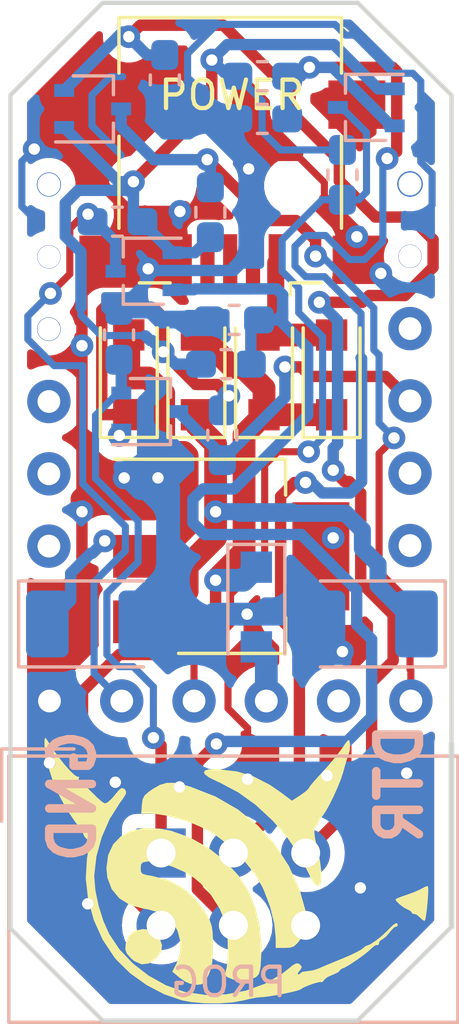
<source format=kicad_pcb>
(kicad_pcb (version 20171130) (host pcbnew 5.0.2-bee76a0~70~ubuntu18.04.1)

  (general
    (thickness 1.6)
    (drawings 15)
    (tracks 472)
    (zones 0)
    (modules 26)
    (nets 31)
  )

  (page A4)
  (layers
    (0 F.Cu signal)
    (31 B.Cu signal)
    (32 B.Adhes user)
    (33 F.Adhes user)
    (34 B.Paste user)
    (35 F.Paste user)
    (36 B.SilkS user)
    (37 F.SilkS user)
    (38 B.Mask user)
    (39 F.Mask user)
    (40 Dwgs.User user)
    (41 Cmts.User user)
    (42 Eco1.User user)
    (43 Eco2.User user)
    (44 Edge.Cuts user)
    (45 Margin user)
    (46 B.CrtYd user)
    (47 F.CrtYd user)
    (48 B.Fab user hide)
    (49 F.Fab user hide)
  )

  (setup
    (last_trace_width 0.25)
    (user_trace_width 0.4)
    (user_trace_width 0.6)
    (user_trace_width 0.8)
    (trace_clearance 0.2)
    (zone_clearance 0.508)
    (zone_45_only no)
    (trace_min 0.2)
    (segment_width 0.2)
    (edge_width 0.15)
    (via_size 0.8)
    (via_drill 0.4)
    (via_min_size 0.4)
    (via_min_drill 0.3)
    (uvia_size 0.3)
    (uvia_drill 0.1)
    (uvias_allowed no)
    (uvia_min_size 0.2)
    (uvia_min_drill 0.1)
    (pcb_text_width 0.3)
    (pcb_text_size 1.5 1.5)
    (mod_edge_width 0.15)
    (mod_text_size 1 1)
    (mod_text_width 0.15)
    (pad_size 0.9 0.9)
    (pad_drill 0.8)
    (pad_to_mask_clearance 0.051)
    (solder_mask_min_width 0.25)
    (aux_axis_origin 0 0)
    (visible_elements FFFFFF7F)
    (pcbplotparams
      (layerselection 0x010fc_ffffffff)
      (usegerberextensions false)
      (usegerberattributes false)
      (usegerberadvancedattributes false)
      (creategerberjobfile false)
      (excludeedgelayer true)
      (linewidth 0.100000)
      (plotframeref false)
      (viasonmask false)
      (mode 1)
      (useauxorigin false)
      (hpglpennumber 1)
      (hpglpenspeed 20)
      (hpglpendiameter 15.000000)
      (psnegative false)
      (psa4output false)
      (plotreference true)
      (plotvalue true)
      (plotinvisibletext false)
      (padsonsilk false)
      (subtractmaskfromsilk false)
      (outputformat 1)
      (mirror false)
      (drillshape 0)
      (scaleselection 1)
      (outputdirectory "GRB/"))
  )

  (net 0 "")
  (net 1 "Net-(AD1-Pad1)")
  (net 2 "Net-(AD1-Pad2)")
  (net 3 "Net-(AD1-Pad3)")
  (net 4 "Net-(AD1-Pad4)")
  (net 5 "Net-(AD1-Pad5)")
  (net 6 "Net-(AD1-Pad6)")
  (net 7 GND)
  (net 8 "Net-(AD1-Pad7)")
  (net 9 "Net-(AD1-Pad8)")
  (net 10 "Net-(AD1-Pad9)")
  (net 11 RST)
  (net 12 "Net-(AD1-Pad11)")
  (net 13 "Net-(AD1-Pad12)")
  (net 14 RX)
  (net 15 TX)
  (net 16 "Net-(AD1-Pad16)")
  (net 17 "Net-(AD1-Pad17)")
  (net 18 BOOT)
  (net 19 RST_PROG)
  (net 20 BOOT_PROG)
  (net 21 TX_PROG)
  (net 22 "Net-(C5-Pad1)")
  (net 23 "Net-(C6-Pad1)")
  (net 24 5V_PROG)
  (net 25 "Net-(D1-Pad2)")
  (net 26 +3V3)
  (net 27 "Net-(J1-Pad2)")
  (net 28 "Net-(J1-Pad3)")
  (net 29 "Net-(J1-Pad4)")
  (net 30 RX_PROG)

  (net_class Default "Это класс цепей по умолчанию."
    (clearance 0.2)
    (trace_width 0.25)
    (via_dia 0.8)
    (via_drill 0.4)
    (uvia_dia 0.3)
    (uvia_drill 0.1)
    (add_net +3V3)
    (add_net 5V_PROG)
    (add_net BOOT)
    (add_net BOOT_PROG)
    (add_net GND)
    (add_net "Net-(AD1-Pad1)")
    (add_net "Net-(AD1-Pad11)")
    (add_net "Net-(AD1-Pad12)")
    (add_net "Net-(AD1-Pad16)")
    (add_net "Net-(AD1-Pad17)")
    (add_net "Net-(AD1-Pad2)")
    (add_net "Net-(AD1-Pad3)")
    (add_net "Net-(AD1-Pad4)")
    (add_net "Net-(AD1-Pad5)")
    (add_net "Net-(AD1-Pad6)")
    (add_net "Net-(AD1-Pad7)")
    (add_net "Net-(AD1-Pad8)")
    (add_net "Net-(AD1-Pad9)")
    (add_net "Net-(C5-Pad1)")
    (add_net "Net-(C6-Pad1)")
    (add_net "Net-(D1-Pad2)")
    (add_net "Net-(J1-Pad2)")
    (add_net "Net-(J1-Pad3)")
    (add_net "Net-(J1-Pad4)")
    (add_net RST)
    (add_net RST_PROG)
    (add_net RX)
    (add_net RX_PROG)
    (add_net TX)
    (add_net TX_PROG)
  )

  (module pcb:USB-UART_CP2104 (layer F.Cu) (tedit 5CBF7E13) (tstamp 5CD7E2CA)
    (at 73.616 44.766)
    (path /5CBF82C9)
    (fp_text reference AD1 (at 1.7 2.57) (layer F.SilkS) hide
      (effects (font (size 1 1) (thickness 0.15)))
    )
    (fp_text value USB-UART_CP2104 (at 0.7 8.44) (layer F.Fab)
      (effects (font (size 1 1) (thickness 0.15)))
    )
    (pad 1 thru_hole circle (at -5.9 -7.01) (size 0.85 0.85) (drill 0.8) (layers *.Cu *.Mask)
      (net 1 "Net-(AD1-Pad1)"))
    (pad 2 thru_hole circle (at -5.9 -4.47) (size 0.82 0.82) (drill 0.8) (layers *.Cu *.Mask)
      (net 2 "Net-(AD1-Pad2)"))
    (pad 3 thru_hole circle (at -5.9 -1.93) (size 0.83 0.83) (drill 0.8) (layers *.Cu *.Mask)
      (net 3 "Net-(AD1-Pad3)"))
    (pad 4 thru_hole circle (at -5.9 0.61) (size 1.524 1.524) (drill 0.8) (layers *.Cu *.Mask)
      (net 4 "Net-(AD1-Pad4)"))
    (pad 5 thru_hole circle (at -5.9 3.15) (size 1.524 1.524) (drill 0.8) (layers *.Cu *.Mask)
      (net 5 "Net-(AD1-Pad5)"))
    (pad 6 thru_hole circle (at -5.9 5.69) (size 1.524 1.524) (drill 0.8) (layers *.Cu *.Mask)
      (net 6 "Net-(AD1-Pad6)"))
    (pad 13 thru_hole circle (at -5.88 11.13) (size 1.524 1.524) (drill 0.8) (layers *.Cu *.Mask)
      (net 7 GND))
    (pad 7 thru_hole circle (at 6.79 -7.03) (size 0.9 0.9) (drill 0.8) (layers *.Cu *.Mask)
      (net 8 "Net-(AD1-Pad7)"))
    (pad 8 thru_hole circle (at 6.79 -4.49) (size 0.82 0.82) (drill 0.8) (layers *.Cu *.Mask)
      (net 9 "Net-(AD1-Pad8)"))
    (pad 9 thru_hole circle (at 6.79 -1.95) (size 1.524 1.524) (drill 0.8) (layers *.Cu *.Mask)
      (net 10 "Net-(AD1-Pad9)"))
    (pad 10 thru_hole circle (at 6.79 0.59) (size 1.524 1.524) (drill 0.8) (layers *.Cu *.Mask)
      (net 11 RST))
    (pad 11 thru_hole circle (at 6.79 3.13) (size 1.524 1.524) (drill 0.8) (layers *.Cu *.Mask)
      (net 12 "Net-(AD1-Pad11)"))
    (pad 12 thru_hole circle (at 6.79 5.67) (size 1.524 1.524) (drill 0.8) (layers *.Cu *.Mask)
      (net 13 "Net-(AD1-Pad12)"))
    (pad 14 thru_hole circle (at -3.34 11.13) (size 1.524 1.524) (drill 0.8) (layers *.Cu *.Mask)
      (net 14 RX))
    (pad 15 thru_hole circle (at -0.8 11.13) (size 1.524 1.524) (drill 0.8) (layers *.Cu *.Mask)
      (net 15 TX))
    (pad 16 thru_hole circle (at 1.74 11.13) (size 1.524 1.524) (drill 0.8) (layers *.Cu *.Mask)
      (net 16 "Net-(AD1-Pad16)"))
    (pad 17 thru_hole circle (at 4.28 11.13) (size 1.524 1.524) (drill 0.8) (layers *.Cu *.Mask)
      (net 17 "Net-(AD1-Pad17)"))
    (pad 18 thru_hole circle (at 6.82 11.13) (size 1.524 1.524) (drill 0.8) (layers *.Cu *.Mask)
      (net 18 BOOT))
  )

  (module Capacitor_Tantalum_SMD:CP_EIA-3528-21_Kemet-B_Pad1.50x2.35mm_HandSolder (layer B.Cu) (tedit 5CBF6FB3) (tstamp 5CD7E321)
    (at 79.007 53.19 180)
    (descr "Tantalum Capacitor SMD Kemet-B (3528-21 Metric), IPC_7351 nominal, (Body size from: http://www.kemet.com/Lists/ProductCatalog/Attachments/253/KEM_TC101_STD.pdf), generated with kicad-footprint-generator")
    (tags "capacitor tantalum")
    (path /5CC1B893)
    (attr smd)
    (fp_text reference C5 (at 0 2.35 180) (layer B.SilkS) hide
      (effects (font (size 1 1) (thickness 0.15)) (justify mirror))
    )
    (fp_text value "10uF " (at 0 -2.35 180) (layer B.Fab)
      (effects (font (size 1 1) (thickness 0.15)) (justify mirror))
    )
    (fp_line (start 1.75 1.4) (end -1.05 1.4) (layer B.Fab) (width 0.1))
    (fp_line (start -1.05 1.4) (end -1.75 0.7) (layer B.Fab) (width 0.1))
    (fp_line (start -1.75 0.7) (end -1.75 -1.4) (layer B.Fab) (width 0.1))
    (fp_line (start -1.75 -1.4) (end 1.75 -1.4) (layer B.Fab) (width 0.1))
    (fp_line (start 1.75 -1.4) (end 1.75 1.4) (layer B.Fab) (width 0.1))
    (fp_line (start 1.75 1.51) (end -2.635 1.51) (layer B.SilkS) (width 0.12))
    (fp_line (start -2.635 1.51) (end -2.635 -1.51) (layer B.SilkS) (width 0.12))
    (fp_line (start -2.635 -1.51) (end 1.75 -1.51) (layer B.SilkS) (width 0.12))
    (fp_line (start -2.62 -1.65) (end -2.62 1.65) (layer B.CrtYd) (width 0.05))
    (fp_line (start -2.62 1.65) (end 2.62 1.65) (layer B.CrtYd) (width 0.05))
    (fp_line (start 2.62 1.65) (end 2.62 -1.65) (layer B.CrtYd) (width 0.05))
    (fp_line (start 2.62 -1.65) (end -2.62 -1.65) (layer B.CrtYd) (width 0.05))
    (fp_text user %R (at 0 0 180) (layer B.Fab)
      (effects (font (size 0.88 0.88) (thickness 0.13)) (justify mirror))
    )
    (pad 1 smd roundrect (at -1.625 0 180) (size 1.5 2.35) (layers B.Cu B.Paste B.Mask) (roundrect_rratio 0.166667)
      (net 22 "Net-(C5-Pad1)"))
    (pad 2 smd roundrect (at 1.625 0 180) (size 1.5 2.35) (layers B.Cu B.Paste B.Mask) (roundrect_rratio 0.166667)
      (net 7 GND))
    (model ${KISYS3DMOD}/Capacitor_Tantalum_SMD.3dshapes/CP_EIA-3528-21_Kemet-B.wrl
      (at (xyz 0 0 0))
      (scale (xyz 1 1 1))
      (rotate (xyz 0 0 0))
    )
  )

  (module Capacitor_Tantalum_SMD:CP_EIA-3528-21_Kemet-B_Pad1.50x2.35mm_HandSolder (layer B.Cu) (tedit 5CBF6FB0) (tstamp 5CD7E334)
    (at 69.287 53.19)
    (descr "Tantalum Capacitor SMD Kemet-B (3528-21 Metric), IPC_7351 nominal, (Body size from: http://www.kemet.com/Lists/ProductCatalog/Attachments/253/KEM_TC101_STD.pdf), generated with kicad-footprint-generator")
    (tags "capacitor tantalum")
    (path /5CC1B953)
    (attr smd)
    (fp_text reference C6 (at 0 2.35) (layer B.SilkS) hide
      (effects (font (size 1 1) (thickness 0.15)) (justify mirror))
    )
    (fp_text value "10uF " (at 0 -2.35) (layer B.Fab)
      (effects (font (size 1 1) (thickness 0.15)) (justify mirror))
    )
    (fp_text user %R (at 0 0) (layer B.Fab)
      (effects (font (size 0.88 0.88) (thickness 0.13)) (justify mirror))
    )
    (fp_line (start 2.62 -1.65) (end -2.62 -1.65) (layer B.CrtYd) (width 0.05))
    (fp_line (start 2.62 1.65) (end 2.62 -1.65) (layer B.CrtYd) (width 0.05))
    (fp_line (start -2.62 1.65) (end 2.62 1.65) (layer B.CrtYd) (width 0.05))
    (fp_line (start -2.62 -1.65) (end -2.62 1.65) (layer B.CrtYd) (width 0.05))
    (fp_line (start -2.635 -1.51) (end 1.75 -1.51) (layer B.SilkS) (width 0.12))
    (fp_line (start -2.635 1.51) (end -2.635 -1.51) (layer B.SilkS) (width 0.12))
    (fp_line (start 1.75 1.51) (end -2.635 1.51) (layer B.SilkS) (width 0.12))
    (fp_line (start 1.75 -1.4) (end 1.75 1.4) (layer B.Fab) (width 0.1))
    (fp_line (start -1.75 -1.4) (end 1.75 -1.4) (layer B.Fab) (width 0.1))
    (fp_line (start -1.75 0.7) (end -1.75 -1.4) (layer B.Fab) (width 0.1))
    (fp_line (start -1.05 1.4) (end -1.75 0.7) (layer B.Fab) (width 0.1))
    (fp_line (start 1.75 1.4) (end -1.05 1.4) (layer B.Fab) (width 0.1))
    (pad 2 smd roundrect (at 1.625 0) (size 1.5 2.35) (layers B.Cu B.Paste B.Mask) (roundrect_rratio 0.166667)
      (net 7 GND))
    (pad 1 smd roundrect (at -1.625 0) (size 1.5 2.35) (layers B.Cu B.Paste B.Mask) (roundrect_rratio 0.166667)
      (net 23 "Net-(C6-Pad1)"))
    (model ${KISYS3DMOD}/Capacitor_Tantalum_SMD.3dshapes/CP_EIA-3528-21_Kemet-B.wrl
      (at (xyz 0 0 0))
      (scale (xyz 1 1 1))
      (rotate (xyz 0 0 0))
    )
  )

  (module Diode_SMD:D_SOD-123F (layer B.Cu) (tedit 5CBF6FF9) (tstamp 5CD7E365)
    (at 75.006 52.596 270)
    (descr D_SOD-123F)
    (tags D_SOD-123F)
    (path /5CC0A4D7)
    (attr smd)
    (fp_text reference D2 (at -0.127 1.905 270) (layer B.SilkS) hide
      (effects (font (size 1 1) (thickness 0.15)) (justify mirror))
    )
    (fp_text value MBR0520LT1G (at 0 -2.1 270) (layer B.Fab)
      (effects (font (size 1 1) (thickness 0.15)) (justify mirror))
    )
    (fp_text user %R (at -0.127 1.905 270) (layer B.Fab)
      (effects (font (size 1 1) (thickness 0.15)) (justify mirror))
    )
    (fp_line (start -2.2 1) (end -2.2 -1) (layer B.SilkS) (width 0.12))
    (fp_line (start 0.25 0) (end 0.75 0) (layer B.Fab) (width 0.1))
    (fp_line (start 0.25 -0.4) (end -0.35 0) (layer B.Fab) (width 0.1))
    (fp_line (start 0.25 0.4) (end 0.25 -0.4) (layer B.Fab) (width 0.1))
    (fp_line (start -0.35 0) (end 0.25 0.4) (layer B.Fab) (width 0.1))
    (fp_line (start -0.35 0) (end -0.35 -0.55) (layer B.Fab) (width 0.1))
    (fp_line (start -0.35 0) (end -0.35 0.55) (layer B.Fab) (width 0.1))
    (fp_line (start -0.75 0) (end -0.35 0) (layer B.Fab) (width 0.1))
    (fp_line (start -1.4 -0.9) (end -1.4 0.9) (layer B.Fab) (width 0.1))
    (fp_line (start 1.4 -0.9) (end -1.4 -0.9) (layer B.Fab) (width 0.1))
    (fp_line (start 1.4 0.9) (end 1.4 -0.9) (layer B.Fab) (width 0.1))
    (fp_line (start -1.4 0.9) (end 1.4 0.9) (layer B.Fab) (width 0.1))
    (fp_line (start -2.2 1.15) (end 2.2 1.15) (layer B.CrtYd) (width 0.05))
    (fp_line (start 2.2 1.15) (end 2.2 -1.15) (layer B.CrtYd) (width 0.05))
    (fp_line (start 2.2 -1.15) (end -2.2 -1.15) (layer B.CrtYd) (width 0.05))
    (fp_line (start -2.2 1.15) (end -2.2 -1.15) (layer B.CrtYd) (width 0.05))
    (fp_line (start -2.2 -1) (end 1.65 -1) (layer B.SilkS) (width 0.12))
    (fp_line (start -2.2 1) (end 1.65 1) (layer B.SilkS) (width 0.12))
    (pad 1 smd rect (at -1.4 0 270) (size 1.1 1.1) (layers B.Cu B.Paste B.Mask)
      (net 24 5V_PROG))
    (pad 2 smd rect (at 1.4 0 270) (size 1.1 1.1) (layers B.Cu B.Paste B.Mask)
      (net 16 "Net-(AD1-Pad16)"))
    (model ${KISYS3DMOD}/Diode_SMD.3dshapes/D_SOD-123F.wrl
      (at (xyz 0 0 0))
      (scale (xyz 1 1 1))
      (rotate (xyz 0 0 0))
    )
  )

  (module Diode_SMD:D_SOD-123F (layer F.Cu) (tedit 5CBF6FF5) (tstamp 5CD7E37E)
    (at 72.9 44.442 90)
    (descr D_SOD-123F)
    (tags D_SOD-123F)
    (path /5CC03DF3)
    (attr smd)
    (fp_text reference D3 (at -0.127 -1.905 90) (layer F.SilkS) hide
      (effects (font (size 1 1) (thickness 0.15)))
    )
    (fp_text value MBR0520LT1G (at 0 2.1 90) (layer F.Fab)
      (effects (font (size 1 1) (thickness 0.15)))
    )
    (fp_text user %R (at -0.127 -1.905 90) (layer F.Fab)
      (effects (font (size 1 1) (thickness 0.15)))
    )
    (fp_line (start -2.2 -1) (end -2.2 1) (layer F.SilkS) (width 0.12))
    (fp_line (start 0.25 0) (end 0.75 0) (layer F.Fab) (width 0.1))
    (fp_line (start 0.25 0.4) (end -0.35 0) (layer F.Fab) (width 0.1))
    (fp_line (start 0.25 -0.4) (end 0.25 0.4) (layer F.Fab) (width 0.1))
    (fp_line (start -0.35 0) (end 0.25 -0.4) (layer F.Fab) (width 0.1))
    (fp_line (start -0.35 0) (end -0.35 0.55) (layer F.Fab) (width 0.1))
    (fp_line (start -0.35 0) (end -0.35 -0.55) (layer F.Fab) (width 0.1))
    (fp_line (start -0.75 0) (end -0.35 0) (layer F.Fab) (width 0.1))
    (fp_line (start -1.4 0.9) (end -1.4 -0.9) (layer F.Fab) (width 0.1))
    (fp_line (start 1.4 0.9) (end -1.4 0.9) (layer F.Fab) (width 0.1))
    (fp_line (start 1.4 -0.9) (end 1.4 0.9) (layer F.Fab) (width 0.1))
    (fp_line (start -1.4 -0.9) (end 1.4 -0.9) (layer F.Fab) (width 0.1))
    (fp_line (start -2.2 -1.15) (end 2.2 -1.15) (layer F.CrtYd) (width 0.05))
    (fp_line (start 2.2 -1.15) (end 2.2 1.15) (layer F.CrtYd) (width 0.05))
    (fp_line (start 2.2 1.15) (end -2.2 1.15) (layer F.CrtYd) (width 0.05))
    (fp_line (start -2.2 -1.15) (end -2.2 1.15) (layer F.CrtYd) (width 0.05))
    (fp_line (start -2.2 1) (end 1.65 1) (layer F.SilkS) (width 0.12))
    (fp_line (start -2.2 -1) (end 1.65 -1) (layer F.SilkS) (width 0.12))
    (pad 1 smd rect (at -1.4 0 90) (size 1.1 1.1) (layers F.Cu F.Paste F.Mask)
      (net 22 "Net-(C5-Pad1)"))
    (pad 2 smd rect (at 1.4 0 90) (size 1.1 1.1) (layers F.Cu F.Paste F.Mask)
      (net 24 5V_PROG))
    (model ${KISYS3DMOD}/Diode_SMD.3dshapes/D_SOD-123F.wrl
      (at (xyz 0 0 0))
      (scale (xyz 1 1 1))
      (rotate (xyz 0 0 0))
    )
  )

  (module Diode_SMD:D_SOD-123F (layer F.Cu) (tedit 5CBF6FFD) (tstamp 5CD7E397)
    (at 70.524 44.438 90)
    (descr D_SOD-123F)
    (tags D_SOD-123F)
    (path /5CC0ECDD)
    (attr smd)
    (fp_text reference D4 (at -0.127 -1.905 90) (layer F.SilkS) hide
      (effects (font (size 1 1) (thickness 0.15)))
    )
    (fp_text value MBR0520LT1G (at 0 2.1 90) (layer F.Fab)
      (effects (font (size 1 1) (thickness 0.15)))
    )
    (fp_line (start -2.2 -1) (end 1.65 -1) (layer F.SilkS) (width 0.12))
    (fp_line (start -2.2 1) (end 1.65 1) (layer F.SilkS) (width 0.12))
    (fp_line (start -2.2 -1.15) (end -2.2 1.15) (layer F.CrtYd) (width 0.05))
    (fp_line (start 2.2 1.15) (end -2.2 1.15) (layer F.CrtYd) (width 0.05))
    (fp_line (start 2.2 -1.15) (end 2.2 1.15) (layer F.CrtYd) (width 0.05))
    (fp_line (start -2.2 -1.15) (end 2.2 -1.15) (layer F.CrtYd) (width 0.05))
    (fp_line (start -1.4 -0.9) (end 1.4 -0.9) (layer F.Fab) (width 0.1))
    (fp_line (start 1.4 -0.9) (end 1.4 0.9) (layer F.Fab) (width 0.1))
    (fp_line (start 1.4 0.9) (end -1.4 0.9) (layer F.Fab) (width 0.1))
    (fp_line (start -1.4 0.9) (end -1.4 -0.9) (layer F.Fab) (width 0.1))
    (fp_line (start -0.75 0) (end -0.35 0) (layer F.Fab) (width 0.1))
    (fp_line (start -0.35 0) (end -0.35 -0.55) (layer F.Fab) (width 0.1))
    (fp_line (start -0.35 0) (end -0.35 0.55) (layer F.Fab) (width 0.1))
    (fp_line (start -0.35 0) (end 0.25 -0.4) (layer F.Fab) (width 0.1))
    (fp_line (start 0.25 -0.4) (end 0.25 0.4) (layer F.Fab) (width 0.1))
    (fp_line (start 0.25 0.4) (end -0.35 0) (layer F.Fab) (width 0.1))
    (fp_line (start 0.25 0) (end 0.75 0) (layer F.Fab) (width 0.1))
    (fp_line (start -2.2 -1) (end -2.2 1) (layer F.SilkS) (width 0.12))
    (fp_text user %R (at -0.127 -1.905 90) (layer F.Fab)
      (effects (font (size 1 1) (thickness 0.15)))
    )
    (pad 2 smd rect (at 1.4 0 90) (size 1.1 1.1) (layers F.Cu F.Paste F.Mask)
      (net 23 "Net-(C6-Pad1)"))
    (pad 1 smd rect (at -1.4 0 90) (size 1.1 1.1) (layers F.Cu F.Paste F.Mask)
      (net 26 +3V3))
    (model ${KISYS3DMOD}/Diode_SMD.3dshapes/D_SOD-123F.wrl
      (at (xyz 0 0 0))
      (scale (xyz 1 1 1))
      (rotate (xyz 0 0 0))
    )
  )

  (module Connector_USB:USB_Mini-B_Lumberg_2486_01_Horizontal (layer F.Cu) (tedit 5CBF6E80) (tstamp 5CD7E3C9)
    (at 74.088 37.8 180)
    (descr "USB Mini-B 5-pin SMD connector, http://downloads.lumberg.com/datenblaetter/en/2486_01.pdf")
    (tags "USB USB_B USB_Mini connector")
    (path /5CBF5767)
    (attr smd)
    (fp_text reference J1 (at 0 -5 180) (layer F.SilkS) hide
      (effects (font (size 1 1) (thickness 0.15)))
    )
    (fp_text value POWER (at -0.054 3.186 180) (layer F.SilkS)
      (effects (font (size 1 1) (thickness 0.15)))
    )
    (fp_line (start 2.35 -4.2) (end -2.35 -4.2) (layer F.CrtYd) (width 0.05))
    (fp_line (start 2.35 -3.95) (end 2.35 -4.2) (layer F.CrtYd) (width 0.05))
    (fp_line (start 4.35 1.5) (end 5.95 1.5) (layer F.CrtYd) (width 0.05))
    (fp_line (start 4.35 4.2) (end 5.95 4.2) (layer F.CrtYd) (width 0.05))
    (fp_line (start 4.35 6.35) (end 4.35 4.2) (layer F.CrtYd) (width 0.05))
    (fp_line (start 3.91 5.91) (end -3.91 5.91) (layer F.SilkS) (width 0.12))
    (fp_line (start -1.6 -2.85) (end -1.25 -3.35) (layer F.Fab) (width 0.1))
    (fp_line (start -2.11 -3.41) (end -2.11 -3.84) (layer F.SilkS) (width 0.12))
    (fp_text user %R (at 0 1.6) (layer F.Fab)
      (effects (font (size 1 1) (thickness 0.15)))
    )
    (fp_line (start 3.91 5.91) (end 3.91 3.96) (layer F.SilkS) (width 0.12))
    (fp_line (start 3.91 1.74) (end 3.91 -1.49) (layer F.SilkS) (width 0.12))
    (fp_line (start 2.11 -3.41) (end 3.19 -3.41) (layer F.SilkS) (width 0.12))
    (fp_line (start -3.19 -3.41) (end -2.11 -3.41) (layer F.SilkS) (width 0.12))
    (fp_line (start -3.91 1.74) (end -3.91 -1.49) (layer F.SilkS) (width 0.12))
    (fp_line (start -3.91 5.91) (end -3.91 3.96) (layer F.SilkS) (width 0.12))
    (fp_line (start 3.85 5.85) (end 3.85 -3.35) (layer F.Fab) (width 0.1))
    (fp_line (start -3.85 5.85) (end 3.85 5.85) (layer F.Fab) (width 0.1))
    (fp_line (start -3.85 -3.35) (end -3.85 5.85) (layer F.Fab) (width 0.1))
    (fp_line (start -3.85 -3.35) (end 3.85 -3.35) (layer F.Fab) (width 0.1))
    (fp_line (start -4.35 6.35) (end 4.35 6.35) (layer F.CrtYd) (width 0.05))
    (fp_line (start 5.95 -3.95) (end 2.35 -3.95) (layer F.CrtYd) (width 0.05))
    (fp_line (start 5.95 1.5) (end 5.95 4.2) (layer F.CrtYd) (width 0.05))
    (fp_line (start -1.95 -3.35) (end -1.6 -2.85) (layer F.Fab) (width 0.1))
    (fp_line (start 4.35 -1.25) (end 4.35 1.5) (layer F.CrtYd) (width 0.05))
    (fp_line (start 4.35 -1.25) (end 5.95 -1.25) (layer F.CrtYd) (width 0.05))
    (fp_line (start 5.95 -3.95) (end 5.95 -1.25) (layer F.CrtYd) (width 0.05))
    (fp_line (start -2.35 -3.95) (end -2.35 -4.2) (layer F.CrtYd) (width 0.05))
    (fp_line (start -5.95 -3.95) (end -2.35 -3.95) (layer F.CrtYd) (width 0.05))
    (fp_line (start -5.95 -3.95) (end -5.95 -1.25) (layer F.CrtYd) (width 0.05))
    (fp_line (start -4.35 -1.25) (end -5.95 -1.25) (layer F.CrtYd) (width 0.05))
    (fp_line (start -4.35 -1.25) (end -4.35 1.5) (layer F.CrtYd) (width 0.05))
    (fp_line (start -4.35 1.5) (end -5.95 1.5) (layer F.CrtYd) (width 0.05))
    (fp_line (start -5.95 1.5) (end -5.95 4.2) (layer F.CrtYd) (width 0.05))
    (fp_line (start -4.35 4.2) (end -5.95 4.2) (layer F.CrtYd) (width 0.05))
    (fp_line (start -4.35 6.35) (end -4.35 4.2) (layer F.CrtYd) (width 0.05))
    (pad 1 smd rect (at -1.6 -2.7 180) (size 0.5 2) (layers F.Cu F.Paste F.Mask)
      (net 25 "Net-(D1-Pad2)"))
    (pad 2 smd rect (at -0.8 -2.7 180) (size 0.5 2) (layers F.Cu F.Paste F.Mask)
      (net 27 "Net-(J1-Pad2)"))
    (pad 3 smd rect (at 0 -2.7 180) (size 0.5 2) (layers F.Cu F.Paste F.Mask)
      (net 28 "Net-(J1-Pad3)"))
    (pad 4 smd rect (at 0.8 -2.7 180) (size 0.5 2) (layers F.Cu F.Paste F.Mask)
      (net 29 "Net-(J1-Pad4)"))
    (pad 5 smd rect (at 1.6 -2.7 180) (size 0.5 2) (layers F.Cu F.Paste F.Mask)
      (net 7 GND))
    (pad 6 smd rect (at -4.45 -2.6 180) (size 1.7 1.7) (layers F.Cu F.Paste F.Mask)
      (net 7 GND))
    (pad 6 smd rect (at -4.45 2.85 180) (size 2 1.7) (layers F.Cu F.Paste F.Mask)
      (net 7 GND))
    (pad 6 smd rect (at 4.45 -2.6 180) (size 1.7 1.7) (layers F.Cu F.Paste F.Mask)
      (net 7 GND))
    (pad 6 smd rect (at 4.45 2.85 180) (size 2 1.7) (layers F.Cu F.Paste F.Mask)
      (net 7 GND))
    (pad "" np_thru_hole circle (at -2.2 0 180) (size 1 1) (drill 1) (layers *.Cu *.Mask))
    (pad "" np_thru_hole circle (at 2.2 0 180) (size 1 1) (drill 1) (layers *.Cu *.Mask))
    (model ${KISYS3DMOD}/Connector_USB.3dshapes/USB_Mini-B_Lumberg_2486_01_Horizontal.wrl
      (at (xyz 0 0 0))
      (scale (xyz 1 1 1))
      (rotate (xyz 0 0 0))
    )
  )

  (module Connector_IDC:IDC-Header_2x03_P2.54mm_Vertical (layer B.Cu) (tedit 5CBF6CB4) (tstamp 5CD7E3ED)
    (at 71.658 61.236 270)
    (descr "Through hole straight IDC box header, 2x03, 2.54mm pitch, double rows")
    (tags "Through hole IDC box header THT 2x03 2.54mm double row")
    (path /5CBF5248)
    (fp_text reference J2 (at 1.27 6.604 270) (layer B.SilkS) hide
      (effects (font (size 1 1) (thickness 0.15)) (justify mirror))
    )
    (fp_text value PROG (at 4.536 -2.376 180) (layer B.SilkS)
      (effects (font (size 1 1) (thickness 0.15)) (justify mirror))
    )
    (fp_text user %R (at 1.27 -2.54 270) (layer B.Fab)
      (effects (font (size 1 1) (thickness 0.15)) (justify mirror))
    )
    (fp_line (start 5.695 5.1) (end 5.695 -10.18) (layer B.Fab) (width 0.1))
    (fp_line (start 5.145 4.56) (end 5.145 -9.62) (layer B.Fab) (width 0.1))
    (fp_line (start -3.155 5.1) (end -3.155 -10.18) (layer B.Fab) (width 0.1))
    (fp_line (start -2.605 4.56) (end -2.605 -0.29) (layer B.Fab) (width 0.1))
    (fp_line (start -2.605 -4.79) (end -2.605 -9.62) (layer B.Fab) (width 0.1))
    (fp_line (start -2.605 -0.29) (end -3.155 -0.29) (layer B.Fab) (width 0.1))
    (fp_line (start -2.605 -4.79) (end -3.155 -4.79) (layer B.Fab) (width 0.1))
    (fp_line (start 5.695 5.1) (end -3.155 5.1) (layer B.Fab) (width 0.1))
    (fp_line (start 5.145 4.56) (end -2.605 4.56) (layer B.Fab) (width 0.1))
    (fp_line (start 5.695 -10.18) (end -3.155 -10.18) (layer B.Fab) (width 0.1))
    (fp_line (start 5.145 -9.62) (end -2.605 -9.62) (layer B.Fab) (width 0.1))
    (fp_line (start 5.695 5.1) (end 5.145 4.56) (layer B.Fab) (width 0.1))
    (fp_line (start 5.695 -10.18) (end 5.145 -9.62) (layer B.Fab) (width 0.1))
    (fp_line (start -3.155 5.1) (end -2.605 4.56) (layer B.Fab) (width 0.1))
    (fp_line (start -3.155 -10.18) (end -2.605 -9.62) (layer B.Fab) (width 0.1))
    (fp_line (start 5.95 5.35) (end 5.95 -10.43) (layer B.CrtYd) (width 0.05))
    (fp_line (start 5.95 -10.43) (end -3.41 -10.43) (layer B.CrtYd) (width 0.05))
    (fp_line (start -3.41 -10.43) (end -3.41 5.35) (layer B.CrtYd) (width 0.05))
    (fp_line (start -3.41 5.35) (end 5.95 5.35) (layer B.CrtYd) (width 0.05))
    (fp_line (start 5.945 5.35) (end 5.945 -10.43) (layer B.SilkS) (width 0.12))
    (fp_line (start 5.945 -10.43) (end -3.405 -10.43) (layer B.SilkS) (width 0.12))
    (fp_line (start -3.405 -10.43) (end -3.405 5.35) (layer B.SilkS) (width 0.12))
    (fp_line (start -3.405 5.35) (end 5.945 5.35) (layer B.SilkS) (width 0.12))
    (fp_line (start -3.655 5.6) (end -3.655 3.06) (layer B.SilkS) (width 0.12))
    (fp_line (start -3.655 5.6) (end -1.115 5.6) (layer B.SilkS) (width 0.12))
    (pad 1 thru_hole rect (at 0 0 270) (size 1.7272 1.7272) (drill 1.016) (layers *.Cu *.Mask)
      (net 19 RST_PROG))
    (pad 2 thru_hole oval (at 2.54 0 270) (size 1.7272 1.7272) (drill 1.016) (layers *.Cu *.Mask)
      (net 24 5V_PROG))
    (pad 3 thru_hole oval (at 0 -2.54 270) (size 1.7272 1.7272) (drill 1.016) (layers *.Cu *.Mask)
      (net 21 TX_PROG))
    (pad 4 thru_hole oval (at 2.54 -2.54 270) (size 1.7272 1.7272) (drill 1.016) (layers *.Cu *.Mask)
      (net 30 RX_PROG))
    (pad 5 thru_hole oval (at 0 -5.08 270) (size 1.7272 1.7272) (drill 1.016) (layers *.Cu *.Mask)
      (net 20 BOOT_PROG))
    (pad 6 thru_hole oval (at 2.54 -5.08 270) (size 1.7272 1.7272) (drill 1.016) (layers *.Cu *.Mask)
      (net 7 GND))
    (model ${KISYS3DMOD}/Connector_IDC.3dshapes/IDC-Header_2x03_P2.54mm_Vertical.wrl
      (at (xyz 0 0 0))
      (scale (xyz 1 1 1))
      (rotate (xyz 0 0 0))
    )
  )

  (module Package_TO_SOT_SMD:SOT-223-3_TabPin2 (layer F.Cu) (tedit 5CBF6ED1) (tstamp 5CD7E4DF)
    (at 74.124 50.814)
    (descr "module CMS SOT223 4 pins")
    (tags "CMS SOT")
    (path /5CC0DC16)
    (attr smd)
    (fp_text reference U1 (at 0 -4.5) (layer F.SilkS) hide
      (effects (font (size 1 1) (thickness 0.15)))
    )
    (fp_text value AMS1117-3.3 (at 0 4.5) (layer F.Fab)
      (effects (font (size 1 1) (thickness 0.15)))
    )
    (fp_text user %R (at 0 0 90) (layer F.Fab)
      (effects (font (size 0.8 0.8) (thickness 0.12)))
    )
    (fp_line (start 1.91 3.41) (end 1.91 2.15) (layer F.SilkS) (width 0.12))
    (fp_line (start 1.91 -3.41) (end 1.91 -2.15) (layer F.SilkS) (width 0.12))
    (fp_line (start 4.4 -3.6) (end -4.4 -3.6) (layer F.CrtYd) (width 0.05))
    (fp_line (start 4.4 3.6) (end 4.4 -3.6) (layer F.CrtYd) (width 0.05))
    (fp_line (start -4.4 3.6) (end 4.4 3.6) (layer F.CrtYd) (width 0.05))
    (fp_line (start -4.4 -3.6) (end -4.4 3.6) (layer F.CrtYd) (width 0.05))
    (fp_line (start -1.85 -2.35) (end -0.85 -3.35) (layer F.Fab) (width 0.1))
    (fp_line (start -1.85 -2.35) (end -1.85 3.35) (layer F.Fab) (width 0.1))
    (fp_line (start -1.85 3.41) (end 1.91 3.41) (layer F.SilkS) (width 0.12))
    (fp_line (start -0.85 -3.35) (end 1.85 -3.35) (layer F.Fab) (width 0.1))
    (fp_line (start -4.1 -3.41) (end 1.91 -3.41) (layer F.SilkS) (width 0.12))
    (fp_line (start -1.85 3.35) (end 1.85 3.35) (layer F.Fab) (width 0.1))
    (fp_line (start 1.85 -3.35) (end 1.85 3.35) (layer F.Fab) (width 0.1))
    (pad 2 smd rect (at 3.15 0) (size 2 3.8) (layers F.Cu F.Paste F.Mask)
      (net 23 "Net-(C6-Pad1)"))
    (pad 2 smd rect (at -3.15 0) (size 2 1.5) (layers F.Cu F.Paste F.Mask)
      (net 23 "Net-(C6-Pad1)"))
    (pad 3 smd rect (at -3.15 2.3) (size 2 1.5) (layers F.Cu F.Paste F.Mask)
      (net 22 "Net-(C5-Pad1)"))
    (pad 1 smd rect (at -3.15 -2.3) (size 2 1.5) (layers F.Cu F.Paste F.Mask)
      (net 7 GND))
    (model ${KISYS3DMOD}/Package_TO_SOT_SMD.3dshapes/SOT-223.wrl
      (at (xyz 0 0 0))
      (scale (xyz 1 1 1))
      (rotate (xyz 0 0 0))
    )
  )

  (module Diode_SMD:D_SOD-123F (layer F.Cu) (tedit 5CBF6F7B) (tstamp 5CD7EEED)
    (at 75.276 44.442 90)
    (descr D_SOD-123F)
    (tags D_SOD-123F)
    (path /5CC207F4)
    (attr smd)
    (fp_text reference D1 (at -0.127 -1.905 90) (layer F.SilkS) hide
      (effects (font (size 1 1) (thickness 0.15)))
    )
    (fp_text value MBR0520LT1G (at 0 2.1 90) (layer F.Fab)
      (effects (font (size 1 1) (thickness 0.15)))
    )
    (fp_line (start -2.2 -1) (end 1.65 -1) (layer F.SilkS) (width 0.12))
    (fp_line (start -2.2 1) (end 1.65 1) (layer F.SilkS) (width 0.12))
    (fp_line (start -2.2 -1.15) (end -2.2 1.15) (layer F.CrtYd) (width 0.05))
    (fp_line (start 2.2 1.15) (end -2.2 1.15) (layer F.CrtYd) (width 0.05))
    (fp_line (start 2.2 -1.15) (end 2.2 1.15) (layer F.CrtYd) (width 0.05))
    (fp_line (start -2.2 -1.15) (end 2.2 -1.15) (layer F.CrtYd) (width 0.05))
    (fp_line (start -1.4 -0.9) (end 1.4 -0.9) (layer F.Fab) (width 0.1))
    (fp_line (start 1.4 -0.9) (end 1.4 0.9) (layer F.Fab) (width 0.1))
    (fp_line (start 1.4 0.9) (end -1.4 0.9) (layer F.Fab) (width 0.1))
    (fp_line (start -1.4 0.9) (end -1.4 -0.9) (layer F.Fab) (width 0.1))
    (fp_line (start -0.75 0) (end -0.35 0) (layer F.Fab) (width 0.1))
    (fp_line (start -0.35 0) (end -0.35 -0.55) (layer F.Fab) (width 0.1))
    (fp_line (start -0.35 0) (end -0.35 0.55) (layer F.Fab) (width 0.1))
    (fp_line (start -0.35 0) (end 0.25 -0.4) (layer F.Fab) (width 0.1))
    (fp_line (start 0.25 -0.4) (end 0.25 0.4) (layer F.Fab) (width 0.1))
    (fp_line (start 0.25 0.4) (end -0.35 0) (layer F.Fab) (width 0.1))
    (fp_line (start 0.25 0) (end 0.75 0) (layer F.Fab) (width 0.1))
    (fp_line (start -2.2 -1) (end -2.2 1) (layer F.SilkS) (width 0.12))
    (fp_text user %R (at -0.127 -1.905 90) (layer F.Fab)
      (effects (font (size 1 1) (thickness 0.15)))
    )
    (pad 2 smd rect (at 1.4 0 90) (size 1.1 1.1) (layers F.Cu F.Paste F.Mask)
      (net 25 "Net-(D1-Pad2)"))
    (pad 1 smd rect (at -1.4 0 90) (size 1.1 1.1) (layers F.Cu F.Paste F.Mask)
      (net 24 5V_PROG))
    (model ${KISYS3DMOD}/Diode_SMD.3dshapes/D_SOD-123F.wrl
      (at (xyz 0 0 0))
      (scale (xyz 1 1 1))
      (rotate (xyz 0 0 0))
    )
  )

  (module Diode_SMD:D_SOD-123F (layer F.Cu) (tedit 5CBF6F77) (tstamp 5CD7EF06)
    (at 77.652 44.442 90)
    (descr D_SOD-123F)
    (tags D_SOD-123F)
    (path /5CC20766)
    (attr smd)
    (fp_text reference D5 (at -0.127 -1.905 90) (layer F.SilkS) hide
      (effects (font (size 1 1) (thickness 0.15)))
    )
    (fp_text value MBR0520LT1G (at 0 2.1 90) (layer F.Fab)
      (effects (font (size 1 1) (thickness 0.15)))
    )
    (fp_text user %R (at -0.127 -1.905 90) (layer F.Fab)
      (effects (font (size 1 1) (thickness 0.15)))
    )
    (fp_line (start -2.2 -1) (end -2.2 1) (layer F.SilkS) (width 0.12))
    (fp_line (start 0.25 0) (end 0.75 0) (layer F.Fab) (width 0.1))
    (fp_line (start 0.25 0.4) (end -0.35 0) (layer F.Fab) (width 0.1))
    (fp_line (start 0.25 -0.4) (end 0.25 0.4) (layer F.Fab) (width 0.1))
    (fp_line (start -0.35 0) (end 0.25 -0.4) (layer F.Fab) (width 0.1))
    (fp_line (start -0.35 0) (end -0.35 0.55) (layer F.Fab) (width 0.1))
    (fp_line (start -0.35 0) (end -0.35 -0.55) (layer F.Fab) (width 0.1))
    (fp_line (start -0.75 0) (end -0.35 0) (layer F.Fab) (width 0.1))
    (fp_line (start -1.4 0.9) (end -1.4 -0.9) (layer F.Fab) (width 0.1))
    (fp_line (start 1.4 0.9) (end -1.4 0.9) (layer F.Fab) (width 0.1))
    (fp_line (start 1.4 -0.9) (end 1.4 0.9) (layer F.Fab) (width 0.1))
    (fp_line (start -1.4 -0.9) (end 1.4 -0.9) (layer F.Fab) (width 0.1))
    (fp_line (start -2.2 -1.15) (end 2.2 -1.15) (layer F.CrtYd) (width 0.05))
    (fp_line (start 2.2 -1.15) (end 2.2 1.15) (layer F.CrtYd) (width 0.05))
    (fp_line (start 2.2 1.15) (end -2.2 1.15) (layer F.CrtYd) (width 0.05))
    (fp_line (start -2.2 -1.15) (end -2.2 1.15) (layer F.CrtYd) (width 0.05))
    (fp_line (start -2.2 1) (end 1.65 1) (layer F.SilkS) (width 0.12))
    (fp_line (start -2.2 -1) (end 1.65 -1) (layer F.SilkS) (width 0.12))
    (pad 1 smd rect (at -1.4 0 90) (size 1.1 1.1) (layers F.Cu F.Paste F.Mask)
      (net 24 5V_PROG))
    (pad 2 smd rect (at 1.4 0 90) (size 1.1 1.1) (layers F.Cu F.Paste F.Mask)
      (net 25 "Net-(D1-Pad2)"))
    (model ${KISYS3DMOD}/Diode_SMD.3dshapes/D_SOD-123F.wrl
      (at (xyz 0 0 0))
      (scale (xyz 1 1 1))
      (rotate (xyz 0 0 0))
    )
  )

  (module Package_TO_SOT_SMD:SOT-323_SC-70 (layer B.Cu) (tedit 5CBF71ED) (tstamp 5CD7F89C)
    (at 71.26 45.73)
    (descr "SOT-323, SC-70")
    (tags "SOT-323 SC-70")
    (path /5CBFFE8A)
    (attr smd)
    (fp_text reference Q1 (at 1.998 4.536) (layer B.SilkS) hide
      (effects (font (size 1 1) (thickness 0.15)) (justify mirror))
    )
    (fp_text value BSS138LT1G (at -0.05 -2.05) (layer B.Fab)
      (effects (font (size 1 1) (thickness 0.15)) (justify mirror))
    )
    (fp_line (start -0.18 1.1) (end -0.68 0.6) (layer B.Fab) (width 0.1))
    (fp_line (start 0.67 -1.1) (end -0.68 -1.1) (layer B.Fab) (width 0.1))
    (fp_line (start 0.67 1.1) (end 0.67 -1.1) (layer B.Fab) (width 0.1))
    (fp_line (start -0.68 0.6) (end -0.68 -1.1) (layer B.Fab) (width 0.1))
    (fp_line (start 0.67 1.1) (end -0.18 1.1) (layer B.Fab) (width 0.1))
    (fp_line (start -0.68 -1.16) (end 0.73 -1.16) (layer B.SilkS) (width 0.12))
    (fp_line (start 0.73 1.16) (end -1.3 1.16) (layer B.SilkS) (width 0.12))
    (fp_line (start -1.7 -1.3) (end -1.7 1.3) (layer B.CrtYd) (width 0.05))
    (fp_line (start -1.7 1.3) (end 1.7 1.3) (layer B.CrtYd) (width 0.05))
    (fp_line (start 1.7 1.3) (end 1.7 -1.3) (layer B.CrtYd) (width 0.05))
    (fp_line (start 1.7 -1.3) (end -1.7 -1.3) (layer B.CrtYd) (width 0.05))
    (fp_line (start 0.73 1.16) (end 0.73 0.5) (layer B.SilkS) (width 0.12))
    (fp_line (start 0.73 -0.5) (end 0.73 -1.16) (layer B.SilkS) (width 0.12))
    (fp_text user %R (at 0 0 -90) (layer B.Fab)
      (effects (font (size 0.5 0.5) (thickness 0.075)) (justify mirror))
    )
    (pad 3 smd rect (at 1 0 90) (size 0.45 0.7) (layers B.Cu B.Paste B.Mask)
      (net 11 RST))
    (pad 2 smd rect (at -1 -0.65 90) (size 0.45 0.7) (layers B.Cu B.Paste B.Mask)
      (net 19 RST_PROG))
    (pad 1 smd rect (at -1 0.65 90) (size 0.45 0.7) (layers B.Cu B.Paste B.Mask)
      (net 26 +3V3))
    (model ${KISYS3DMOD}/Package_TO_SOT_SMD.3dshapes/SOT-323_SC-70.wrl
      (at (xyz 0 0 0))
      (scale (xyz 1 1 1))
      (rotate (xyz 0 0 0))
    )
  )

  (module Package_TO_SOT_SMD:SOT-323_SC-70 (layer B.Cu) (tedit 5CBF723D) (tstamp 5CD7F8B1)
    (at 69.254 35.1)
    (descr "SOT-323, SC-70")
    (tags "SOT-323 SC-70")
    (path /5CBF9F30)
    (attr smd)
    (fp_text reference Q2 (at -0.05 1.95) (layer B.SilkS) hide
      (effects (font (size 1 1) (thickness 0.15)) (justify mirror))
    )
    (fp_text value BSS138LT1G (at -0.05 -2.05) (layer B.Fab)
      (effects (font (size 1 1) (thickness 0.15)) (justify mirror))
    )
    (fp_text user %R (at 0 0 -90) (layer B.Fab)
      (effects (font (size 0.5 0.5) (thickness 0.075)) (justify mirror))
    )
    (fp_line (start 0.73 -0.5) (end 0.73 -1.16) (layer B.SilkS) (width 0.12))
    (fp_line (start 0.73 1.16) (end 0.73 0.5) (layer B.SilkS) (width 0.12))
    (fp_line (start 1.7 -1.3) (end -1.7 -1.3) (layer B.CrtYd) (width 0.05))
    (fp_line (start 1.7 1.3) (end 1.7 -1.3) (layer B.CrtYd) (width 0.05))
    (fp_line (start -1.7 1.3) (end 1.7 1.3) (layer B.CrtYd) (width 0.05))
    (fp_line (start -1.7 -1.3) (end -1.7 1.3) (layer B.CrtYd) (width 0.05))
    (fp_line (start 0.73 1.16) (end -1.3 1.16) (layer B.SilkS) (width 0.12))
    (fp_line (start -0.68 -1.16) (end 0.73 -1.16) (layer B.SilkS) (width 0.12))
    (fp_line (start 0.67 1.1) (end -0.18 1.1) (layer B.Fab) (width 0.1))
    (fp_line (start -0.68 0.6) (end -0.68 -1.1) (layer B.Fab) (width 0.1))
    (fp_line (start 0.67 1.1) (end 0.67 -1.1) (layer B.Fab) (width 0.1))
    (fp_line (start 0.67 -1.1) (end -0.68 -1.1) (layer B.Fab) (width 0.1))
    (fp_line (start -0.18 1.1) (end -0.68 0.6) (layer B.Fab) (width 0.1))
    (pad 1 smd rect (at -1 0.65 90) (size 0.45 0.7) (layers B.Cu B.Paste B.Mask)
      (net 26 +3V3))
    (pad 2 smd rect (at -1 -0.65 90) (size 0.45 0.7) (layers B.Cu B.Paste B.Mask)
      (net 20 BOOT_PROG))
    (pad 3 smd rect (at 1 0 90) (size 0.45 0.7) (layers B.Cu B.Paste B.Mask)
      (net 18 BOOT))
    (model ${KISYS3DMOD}/Package_TO_SOT_SMD.3dshapes/SOT-323_SC-70.wrl
      (at (xyz 0 0 0))
      (scale (xyz 1 1 1))
      (rotate (xyz 0 0 0))
    )
  )

  (module Package_TO_SOT_SMD:SOT-323_SC-70 (layer B.Cu) (tedit 5CBF71E7) (tstamp 5CD7F8C6)
    (at 78.868 35.046 180)
    (descr "SOT-323, SC-70")
    (tags "SOT-323 SC-70")
    (path /5CBF6938)
    (attr smd)
    (fp_text reference Q3 (at -0.05 1.95 180) (layer B.SilkS) hide
      (effects (font (size 1 1) (thickness 0.15)) (justify mirror))
    )
    (fp_text value BSS138LT1G (at -0.05 -2.05 180) (layer B.Fab)
      (effects (font (size 1 1) (thickness 0.15)) (justify mirror))
    )
    (fp_text user %R (at 0 0 90) (layer B.Fab)
      (effects (font (size 0.5 0.5) (thickness 0.075)) (justify mirror))
    )
    (fp_line (start 0.73 -0.5) (end 0.73 -1.16) (layer B.SilkS) (width 0.12))
    (fp_line (start 0.73 1.16) (end 0.73 0.5) (layer B.SilkS) (width 0.12))
    (fp_line (start 1.7 -1.3) (end -1.7 -1.3) (layer B.CrtYd) (width 0.05))
    (fp_line (start 1.7 1.3) (end 1.7 -1.3) (layer B.CrtYd) (width 0.05))
    (fp_line (start -1.7 1.3) (end 1.7 1.3) (layer B.CrtYd) (width 0.05))
    (fp_line (start -1.7 -1.3) (end -1.7 1.3) (layer B.CrtYd) (width 0.05))
    (fp_line (start 0.73 1.16) (end -1.3 1.16) (layer B.SilkS) (width 0.12))
    (fp_line (start -0.68 -1.16) (end 0.73 -1.16) (layer B.SilkS) (width 0.12))
    (fp_line (start 0.67 1.1) (end -0.18 1.1) (layer B.Fab) (width 0.1))
    (fp_line (start -0.68 0.6) (end -0.68 -1.1) (layer B.Fab) (width 0.1))
    (fp_line (start 0.67 1.1) (end 0.67 -1.1) (layer B.Fab) (width 0.1))
    (fp_line (start 0.67 -1.1) (end -0.68 -1.1) (layer B.Fab) (width 0.1))
    (fp_line (start -0.18 1.1) (end -0.68 0.6) (layer B.Fab) (width 0.1))
    (pad 1 smd rect (at -1 0.65 270) (size 0.45 0.7) (layers B.Cu B.Paste B.Mask)
      (net 26 +3V3))
    (pad 2 smd rect (at -1 -0.65 270) (size 0.45 0.7) (layers B.Cu B.Paste B.Mask)
      (net 21 TX_PROG))
    (pad 3 smd rect (at 1 0 270) (size 0.45 0.7) (layers B.Cu B.Paste B.Mask)
      (net 15 TX))
    (model ${KISYS3DMOD}/Package_TO_SOT_SMD.3dshapes/SOT-323_SC-70.wrl
      (at (xyz 0 0 0))
      (scale (xyz 1 1 1))
      (rotate (xyz 0 0 0))
    )
  )

  (module Capacitor_SMD:C_0603_1608Metric_Pad1.05x0.95mm_HandSolder (layer B.Cu) (tedit 5CBF85B2) (tstamp 5CBF892C)
    (at 70.18 43.035 270)
    (descr "Capacitor SMD 0603 (1608 Metric), square (rectangular) end terminal, IPC_7351 nominal with elongated pad for handsoldering. (Body size source: http://www.tortai-tech.com/upload/download/2011102023233369053.pdf), generated with kicad-footprint-generator")
    (tags "capacitor handsolder")
    (path /5CBFFE91)
    (attr smd)
    (fp_text reference C1 (at 0 1.43 270) (layer B.SilkS) hide
      (effects (font (size 1 1) (thickness 0.15)) (justify mirror))
    )
    (fp_text value 1pF (at 0 -1.43 270) (layer B.Fab)
      (effects (font (size 1 1) (thickness 0.15)) (justify mirror))
    )
    (fp_line (start -0.8 -0.4) (end -0.8 0.4) (layer B.Fab) (width 0.1))
    (fp_line (start -0.8 0.4) (end 0.8 0.4) (layer B.Fab) (width 0.1))
    (fp_line (start 0.8 0.4) (end 0.8 -0.4) (layer B.Fab) (width 0.1))
    (fp_line (start 0.8 -0.4) (end -0.8 -0.4) (layer B.Fab) (width 0.1))
    (fp_line (start -0.171267 0.51) (end 0.171267 0.51) (layer B.SilkS) (width 0.12))
    (fp_line (start -0.171267 -0.51) (end 0.171267 -0.51) (layer B.SilkS) (width 0.12))
    (fp_line (start -1.65 -0.73) (end -1.65 0.73) (layer B.CrtYd) (width 0.05))
    (fp_line (start -1.65 0.73) (end 1.65 0.73) (layer B.CrtYd) (width 0.05))
    (fp_line (start 1.65 0.73) (end 1.65 -0.73) (layer B.CrtYd) (width 0.05))
    (fp_line (start 1.65 -0.73) (end -1.65 -0.73) (layer B.CrtYd) (width 0.05))
    (fp_text user %R (at 0 0 270) (layer B.Fab)
      (effects (font (size 0.4 0.4) (thickness 0.06)) (justify mirror))
    )
    (pad 1 smd roundrect (at -0.875 0 270) (size 1.05 0.95) (layers B.Cu B.Paste B.Mask) (roundrect_rratio 0.25)
      (net 7 GND))
    (pad 2 smd roundrect (at 0.875 0 270) (size 1.05 0.95) (layers B.Cu B.Paste B.Mask) (roundrect_rratio 0.25)
      (net 19 RST_PROG))
    (model ${KISYS3DMOD}/Capacitor_SMD.3dshapes/C_0603_1608Metric.wrl
      (at (xyz 0 0 0))
      (scale (xyz 1 1 1))
      (rotate (xyz 0 0 0))
    )
  )

  (module Capacitor_SMD:C_0603_1608Metric_Pad1.05x0.95mm_HandSolder (layer B.Cu) (tedit 5CBF859E) (tstamp 5CBF893D)
    (at 71.79 34.08 90)
    (descr "Capacitor SMD 0603 (1608 Metric), square (rectangular) end terminal, IPC_7351 nominal with elongated pad for handsoldering. (Body size source: http://www.tortai-tech.com/upload/download/2011102023233369053.pdf), generated with kicad-footprint-generator")
    (tags "capacitor handsolder")
    (path /5CBF9F37)
    (attr smd)
    (fp_text reference C2 (at 0 1.43 90) (layer B.SilkS) hide
      (effects (font (size 1 1) (thickness 0.15)) (justify mirror))
    )
    (fp_text value 1pF (at 0 -1.43 90) (layer B.Fab)
      (effects (font (size 1 1) (thickness 0.15)) (justify mirror))
    )
    (fp_text user %R (at 0 0 90) (layer B.Fab)
      (effects (font (size 0.4 0.4) (thickness 0.06)) (justify mirror))
    )
    (fp_line (start 1.65 -0.73) (end -1.65 -0.73) (layer B.CrtYd) (width 0.05))
    (fp_line (start 1.65 0.73) (end 1.65 -0.73) (layer B.CrtYd) (width 0.05))
    (fp_line (start -1.65 0.73) (end 1.65 0.73) (layer B.CrtYd) (width 0.05))
    (fp_line (start -1.65 -0.73) (end -1.65 0.73) (layer B.CrtYd) (width 0.05))
    (fp_line (start -0.171267 -0.51) (end 0.171267 -0.51) (layer B.SilkS) (width 0.12))
    (fp_line (start -0.171267 0.51) (end 0.171267 0.51) (layer B.SilkS) (width 0.12))
    (fp_line (start 0.8 -0.4) (end -0.8 -0.4) (layer B.Fab) (width 0.1))
    (fp_line (start 0.8 0.4) (end 0.8 -0.4) (layer B.Fab) (width 0.1))
    (fp_line (start -0.8 0.4) (end 0.8 0.4) (layer B.Fab) (width 0.1))
    (fp_line (start -0.8 -0.4) (end -0.8 0.4) (layer B.Fab) (width 0.1))
    (pad 2 smd roundrect (at 0.875 0 90) (size 1.05 0.95) (layers B.Cu B.Paste B.Mask) (roundrect_rratio 0.25)
      (net 20 BOOT_PROG))
    (pad 1 smd roundrect (at -0.875 0 90) (size 1.05 0.95) (layers B.Cu B.Paste B.Mask) (roundrect_rratio 0.25)
      (net 7 GND))
    (model ${KISYS3DMOD}/Capacitor_SMD.3dshapes/C_0603_1608Metric.wrl
      (at (xyz 0 0 0))
      (scale (xyz 1 1 1))
      (rotate (xyz 0 0 0))
    )
  )

  (module Capacitor_SMD:C_0603_1608Metric_Pad1.05x0.95mm_HandSolder (layer B.Cu) (tedit 5CBF85B9) (tstamp 5CBF894E)
    (at 75.215 35.45)
    (descr "Capacitor SMD 0603 (1608 Metric), square (rectangular) end terminal, IPC_7351 nominal with elongated pad for handsoldering. (Body size source: http://www.tortai-tech.com/upload/download/2011102023233369053.pdf), generated with kicad-footprint-generator")
    (tags "capacitor handsolder")
    (path /5CBF6B20)
    (attr smd)
    (fp_text reference C3 (at 0 1.43) (layer B.SilkS) hide
      (effects (font (size 1 1) (thickness 0.15)) (justify mirror))
    )
    (fp_text value 1pF (at 0 -1.43) (layer B.Fab)
      (effects (font (size 1 1) (thickness 0.15)) (justify mirror))
    )
    (fp_text user %R (at 0 0) (layer B.Fab)
      (effects (font (size 0.4 0.4) (thickness 0.06)) (justify mirror))
    )
    (fp_line (start 1.65 -0.73) (end -1.65 -0.73) (layer B.CrtYd) (width 0.05))
    (fp_line (start 1.65 0.73) (end 1.65 -0.73) (layer B.CrtYd) (width 0.05))
    (fp_line (start -1.65 0.73) (end 1.65 0.73) (layer B.CrtYd) (width 0.05))
    (fp_line (start -1.65 -0.73) (end -1.65 0.73) (layer B.CrtYd) (width 0.05))
    (fp_line (start -0.171267 -0.51) (end 0.171267 -0.51) (layer B.SilkS) (width 0.12))
    (fp_line (start -0.171267 0.51) (end 0.171267 0.51) (layer B.SilkS) (width 0.12))
    (fp_line (start 0.8 -0.4) (end -0.8 -0.4) (layer B.Fab) (width 0.1))
    (fp_line (start 0.8 0.4) (end 0.8 -0.4) (layer B.Fab) (width 0.1))
    (fp_line (start -0.8 0.4) (end 0.8 0.4) (layer B.Fab) (width 0.1))
    (fp_line (start -0.8 -0.4) (end -0.8 0.4) (layer B.Fab) (width 0.1))
    (pad 2 smd roundrect (at 0.875 0) (size 1.05 0.95) (layers B.Cu B.Paste B.Mask) (roundrect_rratio 0.25)
      (net 21 TX_PROG))
    (pad 1 smd roundrect (at -0.875 0) (size 1.05 0.95) (layers B.Cu B.Paste B.Mask) (roundrect_rratio 0.25)
      (net 7 GND))
    (model ${KISYS3DMOD}/Capacitor_SMD.3dshapes/C_0603_1608Metric.wrl
      (at (xyz 0 0 0))
      (scale (xyz 1 1 1))
      (rotate (xyz 0 0 0))
    )
  )

  (module Capacitor_SMD:C_0603_1608Metric_Pad1.05x0.95mm_HandSolder (layer B.Cu) (tedit 5CBF85AE) (tstamp 5CBF895F)
    (at 74.225 42.51)
    (descr "Capacitor SMD 0603 (1608 Metric), square (rectangular) end terminal, IPC_7351 nominal with elongated pad for handsoldering. (Body size source: http://www.tortai-tech.com/upload/download/2011102023233369053.pdf), generated with kicad-footprint-generator")
    (tags "capacitor handsolder")
    (path /5CBF8112)
    (attr smd)
    (fp_text reference C4 (at 0 1.43) (layer B.SilkS) hide
      (effects (font (size 1 1) (thickness 0.15)) (justify mirror))
    )
    (fp_text value 1pF (at 0 -1.43) (layer B.Fab)
      (effects (font (size 1 1) (thickness 0.15)) (justify mirror))
    )
    (fp_line (start -0.8 -0.4) (end -0.8 0.4) (layer B.Fab) (width 0.1))
    (fp_line (start -0.8 0.4) (end 0.8 0.4) (layer B.Fab) (width 0.1))
    (fp_line (start 0.8 0.4) (end 0.8 -0.4) (layer B.Fab) (width 0.1))
    (fp_line (start 0.8 -0.4) (end -0.8 -0.4) (layer B.Fab) (width 0.1))
    (fp_line (start -0.171267 0.51) (end 0.171267 0.51) (layer B.SilkS) (width 0.12))
    (fp_line (start -0.171267 -0.51) (end 0.171267 -0.51) (layer B.SilkS) (width 0.12))
    (fp_line (start -1.65 -0.73) (end -1.65 0.73) (layer B.CrtYd) (width 0.05))
    (fp_line (start -1.65 0.73) (end 1.65 0.73) (layer B.CrtYd) (width 0.05))
    (fp_line (start 1.65 0.73) (end 1.65 -0.73) (layer B.CrtYd) (width 0.05))
    (fp_line (start 1.65 -0.73) (end -1.65 -0.73) (layer B.CrtYd) (width 0.05))
    (fp_text user %R (at 0 0) (layer B.Fab)
      (effects (font (size 0.4 0.4) (thickness 0.06)) (justify mirror))
    )
    (pad 1 smd roundrect (at -0.875 0) (size 1.05 0.95) (layers B.Cu B.Paste B.Mask) (roundrect_rratio 0.25)
      (net 7 GND))
    (pad 2 smd roundrect (at 0.875 0) (size 1.05 0.95) (layers B.Cu B.Paste B.Mask) (roundrect_rratio 0.25)
      (net 30 RX_PROG))
    (model ${KISYS3DMOD}/Capacitor_SMD.3dshapes/C_0603_1608Metric.wrl
      (at (xyz 0 0 0))
      (scale (xyz 1 1 1))
      (rotate (xyz 0 0 0))
    )
  )

  (module Package_TO_SOT_SMD:SOT-323_SC-70 (layer B.Cu) (tedit 5CBF83FE) (tstamp 5CBF8CE8)
    (at 71.06 40.8 180)
    (descr "SOT-323, SC-70")
    (tags "SOT-323 SC-70")
    (path /5CBF810C)
    (attr smd)
    (fp_text reference Q4 (at -0.05 1.95 180) (layer B.SilkS) hide
      (effects (font (size 1 1) (thickness 0.15)) (justify mirror))
    )
    (fp_text value BSS138LT1G (at -0.05 -2.05 180) (layer B.Fab)
      (effects (font (size 1 1) (thickness 0.15)) (justify mirror))
    )
    (fp_text user %R (at 0 0 90) (layer B.Fab)
      (effects (font (size 0.5 0.5) (thickness 0.075)) (justify mirror))
    )
    (fp_line (start 0.73 -0.5) (end 0.73 -1.16) (layer B.SilkS) (width 0.12))
    (fp_line (start 0.73 1.16) (end 0.73 0.5) (layer B.SilkS) (width 0.12))
    (fp_line (start 1.7 -1.3) (end -1.7 -1.3) (layer B.CrtYd) (width 0.05))
    (fp_line (start 1.7 1.3) (end 1.7 -1.3) (layer B.CrtYd) (width 0.05))
    (fp_line (start -1.7 1.3) (end 1.7 1.3) (layer B.CrtYd) (width 0.05))
    (fp_line (start -1.7 -1.3) (end -1.7 1.3) (layer B.CrtYd) (width 0.05))
    (fp_line (start 0.73 1.16) (end -1.3 1.16) (layer B.SilkS) (width 0.12))
    (fp_line (start -0.68 -1.16) (end 0.73 -1.16) (layer B.SilkS) (width 0.12))
    (fp_line (start 0.67 1.1) (end -0.18 1.1) (layer B.Fab) (width 0.1))
    (fp_line (start -0.68 0.6) (end -0.68 -1.1) (layer B.Fab) (width 0.1))
    (fp_line (start 0.67 1.1) (end 0.67 -1.1) (layer B.Fab) (width 0.1))
    (fp_line (start 0.67 -1.1) (end -0.68 -1.1) (layer B.Fab) (width 0.1))
    (fp_line (start -0.18 1.1) (end -0.68 0.6) (layer B.Fab) (width 0.1))
    (pad 1 smd rect (at -1 0.65 270) (size 0.45 0.7) (layers B.Cu B.Paste B.Mask)
      (net 26 +3V3))
    (pad 2 smd rect (at -1 -0.65 270) (size 0.45 0.7) (layers B.Cu B.Paste B.Mask)
      (net 30 RX_PROG))
    (pad 3 smd rect (at 1 0 270) (size 0.45 0.7) (layers B.Cu B.Paste B.Mask)
      (net 14 RX))
    (model ${KISYS3DMOD}/Package_TO_SOT_SMD.3dshapes/SOT-323_SC-70.wrl
      (at (xyz 0 0 0))
      (scale (xyz 1 1 1))
      (rotate (xyz 0 0 0))
    )
  )

  (module Resistor_SMD:R_0603_1608Metric_Pad1.05x0.95mm_HandSolder (layer B.Cu) (tedit 5CBF85C2) (tstamp 5CBF8985)
    (at 73.81 46.56 90)
    (descr "Resistor SMD 0603 (1608 Metric), square (rectangular) end terminal, IPC_7351 nominal with elongated pad for handsoldering. (Body size source: http://www.tortai-tech.com/upload/download/2011102023233369053.pdf), generated with kicad-footprint-generator")
    (tags "resistor handsolder")
    (path /5CBFFEA0)
    (attr smd)
    (fp_text reference R1 (at 0 1.43 90) (layer B.SilkS) hide
      (effects (font (size 1 1) (thickness 0.15)) (justify mirror))
    )
    (fp_text value 10k (at 0 -1.43 90) (layer B.Fab)
      (effects (font (size 1 1) (thickness 0.15)) (justify mirror))
    )
    (fp_line (start -0.8 -0.4) (end -0.8 0.4) (layer B.Fab) (width 0.1))
    (fp_line (start -0.8 0.4) (end 0.8 0.4) (layer B.Fab) (width 0.1))
    (fp_line (start 0.8 0.4) (end 0.8 -0.4) (layer B.Fab) (width 0.1))
    (fp_line (start 0.8 -0.4) (end -0.8 -0.4) (layer B.Fab) (width 0.1))
    (fp_line (start -0.171267 0.51) (end 0.171267 0.51) (layer B.SilkS) (width 0.12))
    (fp_line (start -0.171267 -0.51) (end 0.171267 -0.51) (layer B.SilkS) (width 0.12))
    (fp_line (start -1.65 -0.73) (end -1.65 0.73) (layer B.CrtYd) (width 0.05))
    (fp_line (start -1.65 0.73) (end 1.65 0.73) (layer B.CrtYd) (width 0.05))
    (fp_line (start 1.65 0.73) (end 1.65 -0.73) (layer B.CrtYd) (width 0.05))
    (fp_line (start 1.65 -0.73) (end -1.65 -0.73) (layer B.CrtYd) (width 0.05))
    (fp_text user %R (at 0 0 90) (layer B.Fab)
      (effects (font (size 0.4 0.4) (thickness 0.06)) (justify mirror))
    )
    (pad 1 smd roundrect (at -0.875 0 90) (size 1.05 0.95) (layers B.Cu B.Paste B.Mask) (roundrect_rratio 0.25)
      (net 11 RST))
    (pad 2 smd roundrect (at 0.875 0 90) (size 1.05 0.95) (layers B.Cu B.Paste B.Mask) (roundrect_rratio 0.25)
      (net 26 +3V3))
    (model ${KISYS3DMOD}/Resistor_SMD.3dshapes/R_0603_1608Metric.wrl
      (at (xyz 0 0 0))
      (scale (xyz 1 1 1))
      (rotate (xyz 0 0 0))
    )
  )

  (module Resistor_SMD:R_0603_1608Metric_Pad1.05x0.95mm_HandSolder (layer B.Cu) (tedit 5CBF85A1) (tstamp 5CBF8996)
    (at 73.39 38.73 270)
    (descr "Resistor SMD 0603 (1608 Metric), square (rectangular) end terminal, IPC_7351 nominal with elongated pad for handsoldering. (Body size source: http://www.tortai-tech.com/upload/download/2011102023233369053.pdf), generated with kicad-footprint-generator")
    (tags "resistor handsolder")
    (path /5CBF9F46)
    (attr smd)
    (fp_text reference R3 (at 0 1.43 270) (layer B.SilkS) hide
      (effects (font (size 1 1) (thickness 0.15)) (justify mirror))
    )
    (fp_text value 10k (at 0 -1.43 270) (layer B.Fab)
      (effects (font (size 1 1) (thickness 0.15)) (justify mirror))
    )
    (fp_text user %R (at 0 0 270) (layer B.Fab)
      (effects (font (size 0.4 0.4) (thickness 0.06)) (justify mirror))
    )
    (fp_line (start 1.65 -0.73) (end -1.65 -0.73) (layer B.CrtYd) (width 0.05))
    (fp_line (start 1.65 0.73) (end 1.65 -0.73) (layer B.CrtYd) (width 0.05))
    (fp_line (start -1.65 0.73) (end 1.65 0.73) (layer B.CrtYd) (width 0.05))
    (fp_line (start -1.65 -0.73) (end -1.65 0.73) (layer B.CrtYd) (width 0.05))
    (fp_line (start -0.171267 -0.51) (end 0.171267 -0.51) (layer B.SilkS) (width 0.12))
    (fp_line (start -0.171267 0.51) (end 0.171267 0.51) (layer B.SilkS) (width 0.12))
    (fp_line (start 0.8 -0.4) (end -0.8 -0.4) (layer B.Fab) (width 0.1))
    (fp_line (start 0.8 0.4) (end 0.8 -0.4) (layer B.Fab) (width 0.1))
    (fp_line (start -0.8 0.4) (end 0.8 0.4) (layer B.Fab) (width 0.1))
    (fp_line (start -0.8 -0.4) (end -0.8 0.4) (layer B.Fab) (width 0.1))
    (pad 2 smd roundrect (at 0.875 0 270) (size 1.05 0.95) (layers B.Cu B.Paste B.Mask) (roundrect_rratio 0.25)
      (net 26 +3V3))
    (pad 1 smd roundrect (at -0.875 0 270) (size 1.05 0.95) (layers B.Cu B.Paste B.Mask) (roundrect_rratio 0.25)
      (net 18 BOOT))
    (model ${KISYS3DMOD}/Resistor_SMD.3dshapes/R_0603_1608Metric.wrl
      (at (xyz 0 0 0))
      (scale (xyz 1 1 1))
      (rotate (xyz 0 0 0))
    )
  )

  (module Resistor_SMD:R_0603_1608Metric_Pad1.05x0.95mm_HandSolder (layer B.Cu) (tedit 5CBF85BC) (tstamp 5CBF89A7)
    (at 78.03 37.415 90)
    (descr "Resistor SMD 0603 (1608 Metric), square (rectangular) end terminal, IPC_7351 nominal with elongated pad for handsoldering. (Body size source: http://www.tortai-tech.com/upload/download/2011102023233369053.pdf), generated with kicad-footprint-generator")
    (tags "resistor handsolder")
    (path /5CBF6F9F)
    (attr smd)
    (fp_text reference R5 (at 0 1.43 90) (layer B.SilkS) hide
      (effects (font (size 1 1) (thickness 0.15)) (justify mirror))
    )
    (fp_text value 10k (at 0 -1.43 90) (layer B.Fab)
      (effects (font (size 1 1) (thickness 0.15)) (justify mirror))
    )
    (fp_text user %R (at 0 0 90) (layer B.Fab)
      (effects (font (size 0.4 0.4) (thickness 0.06)) (justify mirror))
    )
    (fp_line (start 1.65 -0.73) (end -1.65 -0.73) (layer B.CrtYd) (width 0.05))
    (fp_line (start 1.65 0.73) (end 1.65 -0.73) (layer B.CrtYd) (width 0.05))
    (fp_line (start -1.65 0.73) (end 1.65 0.73) (layer B.CrtYd) (width 0.05))
    (fp_line (start -1.65 -0.73) (end -1.65 0.73) (layer B.CrtYd) (width 0.05))
    (fp_line (start -0.171267 -0.51) (end 0.171267 -0.51) (layer B.SilkS) (width 0.12))
    (fp_line (start -0.171267 0.51) (end 0.171267 0.51) (layer B.SilkS) (width 0.12))
    (fp_line (start 0.8 -0.4) (end -0.8 -0.4) (layer B.Fab) (width 0.1))
    (fp_line (start 0.8 0.4) (end 0.8 -0.4) (layer B.Fab) (width 0.1))
    (fp_line (start -0.8 0.4) (end 0.8 0.4) (layer B.Fab) (width 0.1))
    (fp_line (start -0.8 -0.4) (end -0.8 0.4) (layer B.Fab) (width 0.1))
    (pad 2 smd roundrect (at 0.875 0 90) (size 1.05 0.95) (layers B.Cu B.Paste B.Mask) (roundrect_rratio 0.25)
      (net 26 +3V3))
    (pad 1 smd roundrect (at -0.875 0 90) (size 1.05 0.95) (layers B.Cu B.Paste B.Mask) (roundrect_rratio 0.25)
      (net 15 TX))
    (model ${KISYS3DMOD}/Resistor_SMD.3dshapes/R_0603_1608Metric.wrl
      (at (xyz 0 0 0))
      (scale (xyz 1 1 1))
      (rotate (xyz 0 0 0))
    )
  )

  (module Resistor_SMD:R_0603_1608Metric_Pad1.05x0.95mm_HandSolder (layer B.Cu) (tedit 5CBF85AA) (tstamp 5CBF89B8)
    (at 75.215 33.95)
    (descr "Resistor SMD 0603 (1608 Metric), square (rectangular) end terminal, IPC_7351 nominal with elongated pad for handsoldering. (Body size source: http://www.tortai-tech.com/upload/download/2011102023233369053.pdf), generated with kicad-footprint-generator")
    (tags "resistor handsolder")
    (path /5CBF7224)
    (attr smd)
    (fp_text reference R6 (at 0 1.43) (layer B.SilkS) hide
      (effects (font (size 1 1) (thickness 0.15)) (justify mirror))
    )
    (fp_text value 10k (at 0 -1.43) (layer B.Fab)
      (effects (font (size 1 1) (thickness 0.15)) (justify mirror))
    )
    (fp_line (start -0.8 -0.4) (end -0.8 0.4) (layer B.Fab) (width 0.1))
    (fp_line (start -0.8 0.4) (end 0.8 0.4) (layer B.Fab) (width 0.1))
    (fp_line (start 0.8 0.4) (end 0.8 -0.4) (layer B.Fab) (width 0.1))
    (fp_line (start 0.8 -0.4) (end -0.8 -0.4) (layer B.Fab) (width 0.1))
    (fp_line (start -0.171267 0.51) (end 0.171267 0.51) (layer B.SilkS) (width 0.12))
    (fp_line (start -0.171267 -0.51) (end 0.171267 -0.51) (layer B.SilkS) (width 0.12))
    (fp_line (start -1.65 -0.73) (end -1.65 0.73) (layer B.CrtYd) (width 0.05))
    (fp_line (start -1.65 0.73) (end 1.65 0.73) (layer B.CrtYd) (width 0.05))
    (fp_line (start 1.65 0.73) (end 1.65 -0.73) (layer B.CrtYd) (width 0.05))
    (fp_line (start 1.65 -0.73) (end -1.65 -0.73) (layer B.CrtYd) (width 0.05))
    (fp_text user %R (at 0 0) (layer B.Fab)
      (effects (font (size 0.4 0.4) (thickness 0.06)) (justify mirror))
    )
    (pad 1 smd roundrect (at -0.875 0) (size 1.05 0.95) (layers B.Cu B.Paste B.Mask) (roundrect_rratio 0.25)
      (net 26 +3V3))
    (pad 2 smd roundrect (at 0.875 0) (size 1.05 0.95) (layers B.Cu B.Paste B.Mask) (roundrect_rratio 0.25)
      (net 21 TX_PROG))
    (model ${KISYS3DMOD}/Resistor_SMD.3dshapes/R_0603_1608Metric.wrl
      (at (xyz 0 0 0))
      (scale (xyz 1 1 1))
      (rotate (xyz 0 0 0))
    )
  )

  (module Resistor_SMD:R_0603_1608Metric_Pad1.05x0.95mm_HandSolder (layer B.Cu) (tedit 5CBF85BF) (tstamp 5CBF89C9)
    (at 70.125 39.06)
    (descr "Resistor SMD 0603 (1608 Metric), square (rectangular) end terminal, IPC_7351 nominal with elongated pad for handsoldering. (Body size source: http://www.tortai-tech.com/upload/download/2011102023233369053.pdf), generated with kicad-footprint-generator")
    (tags "resistor handsolder")
    (path /5CBF8120)
    (attr smd)
    (fp_text reference R7 (at 0 1.43) (layer B.SilkS) hide
      (effects (font (size 1 1) (thickness 0.15)) (justify mirror))
    )
    (fp_text value 10k (at 0 -1.43) (layer B.Fab)
      (effects (font (size 1 1) (thickness 0.15)) (justify mirror))
    )
    (fp_text user %R (at 0 0) (layer B.Fab)
      (effects (font (size 0.4 0.4) (thickness 0.06)) (justify mirror))
    )
    (fp_line (start 1.65 -0.73) (end -1.65 -0.73) (layer B.CrtYd) (width 0.05))
    (fp_line (start 1.65 0.73) (end 1.65 -0.73) (layer B.CrtYd) (width 0.05))
    (fp_line (start -1.65 0.73) (end 1.65 0.73) (layer B.CrtYd) (width 0.05))
    (fp_line (start -1.65 -0.73) (end -1.65 0.73) (layer B.CrtYd) (width 0.05))
    (fp_line (start -0.171267 -0.51) (end 0.171267 -0.51) (layer B.SilkS) (width 0.12))
    (fp_line (start -0.171267 0.51) (end 0.171267 0.51) (layer B.SilkS) (width 0.12))
    (fp_line (start 0.8 -0.4) (end -0.8 -0.4) (layer B.Fab) (width 0.1))
    (fp_line (start 0.8 0.4) (end 0.8 -0.4) (layer B.Fab) (width 0.1))
    (fp_line (start -0.8 0.4) (end 0.8 0.4) (layer B.Fab) (width 0.1))
    (fp_line (start -0.8 -0.4) (end -0.8 0.4) (layer B.Fab) (width 0.1))
    (pad 2 smd roundrect (at 0.875 0) (size 1.05 0.95) (layers B.Cu B.Paste B.Mask) (roundrect_rratio 0.25)
      (net 26 +3V3))
    (pad 1 smd roundrect (at -0.875 0) (size 1.05 0.95) (layers B.Cu B.Paste B.Mask) (roundrect_rratio 0.25)
      (net 14 RX))
    (model ${KISYS3DMOD}/Resistor_SMD.3dshapes/R_0603_1608Metric.wrl
      (at (xyz 0 0 0))
      (scale (xyz 1 1 1))
      (rotate (xyz 0 0 0))
    )
  )

  (module Resistor_SMD:R_0603_1608Metric_Pad1.05x0.95mm_HandSolder (layer B.Cu) (tedit 5CBF85A4) (tstamp 5CBF89DA)
    (at 73.937 44.064)
    (descr "Resistor SMD 0603 (1608 Metric), square (rectangular) end terminal, IPC_7351 nominal with elongated pad for handsoldering. (Body size source: http://www.tortai-tech.com/upload/download/2011102023233369053.pdf), generated with kicad-footprint-generator")
    (tags "resistor handsolder")
    (path /5CBF8128)
    (attr smd)
    (fp_text reference R8 (at 0 1.43) (layer B.SilkS) hide
      (effects (font (size 1 1) (thickness 0.15)) (justify mirror))
    )
    (fp_text value 10k (at 0 -1.43) (layer B.Fab)
      (effects (font (size 1 1) (thickness 0.15)) (justify mirror))
    )
    (fp_line (start -0.8 -0.4) (end -0.8 0.4) (layer B.Fab) (width 0.1))
    (fp_line (start -0.8 0.4) (end 0.8 0.4) (layer B.Fab) (width 0.1))
    (fp_line (start 0.8 0.4) (end 0.8 -0.4) (layer B.Fab) (width 0.1))
    (fp_line (start 0.8 -0.4) (end -0.8 -0.4) (layer B.Fab) (width 0.1))
    (fp_line (start -0.171267 0.51) (end 0.171267 0.51) (layer B.SilkS) (width 0.12))
    (fp_line (start -0.171267 -0.51) (end 0.171267 -0.51) (layer B.SilkS) (width 0.12))
    (fp_line (start -1.65 -0.73) (end -1.65 0.73) (layer B.CrtYd) (width 0.05))
    (fp_line (start -1.65 0.73) (end 1.65 0.73) (layer B.CrtYd) (width 0.05))
    (fp_line (start 1.65 0.73) (end 1.65 -0.73) (layer B.CrtYd) (width 0.05))
    (fp_line (start 1.65 -0.73) (end -1.65 -0.73) (layer B.CrtYd) (width 0.05))
    (fp_text user %R (at 0 0) (layer B.Fab)
      (effects (font (size 0.4 0.4) (thickness 0.06)) (justify mirror))
    )
    (pad 1 smd roundrect (at -0.875 0) (size 1.05 0.95) (layers B.Cu B.Paste B.Mask) (roundrect_rratio 0.25)
      (net 26 +3V3))
    (pad 2 smd roundrect (at 0.875 0) (size 1.05 0.95) (layers B.Cu B.Paste B.Mask) (roundrect_rratio 0.25)
      (net 30 RX_PROG))
    (model ${KISYS3DMOD}/Resistor_SMD.3dshapes/R_0603_1608Metric.wrl
      (at (xyz 0 0 0))
      (scale (xyz 1 1 1))
      (rotate (xyz 0 0 0))
    )
  )

  (module PCB_lib:pcb_logo_devil_sm (layer F.Cu) (tedit 0) (tstamp 5CD7EE64)
    (at 73.224 62.532)
    (fp_text reference G*** (at 0 0) (layer F.SilkS) hide
      (effects (font (size 1.524 1.524) (thickness 0.3)))
    )
    (fp_text value LOGO (at 0.75 0) (layer F.SilkS) hide
      (effects (font (size 1.524 1.524) (thickness 0.3)))
    )
    (fp_poly (pts (xy 5.062406 -5.168311) (xy 5.067814 -5.122647) (xy 5.061802 -4.911869) (xy 5.021443 -4.759789)
      (xy 4.967022 -4.61189) (xy 4.895151 -4.376824) (xy 4.829592 -4.136572) (xy 4.753542 -3.900288)
      (xy 4.638999 -3.613522) (xy 4.501749 -3.308507) (xy 4.357581 -3.017479) (xy 4.222282 -2.77267)
      (xy 4.111641 -2.606314) (xy 4.053529 -2.552096) (xy 3.995442 -2.468682) (xy 3.991428 -2.433982)
      (xy 3.940567 -2.310438) (xy 3.889989 -2.255871) (xy 3.83083 -2.169498) (xy 3.814235 -2.026836)
      (xy 3.841772 -1.803586) (xy 3.915002 -1.475452) (xy 3.948798 -1.342572) (xy 4.013032 -1.028069)
      (xy 4.054475 -0.697147) (xy 4.062866 -0.526143) (xy 4.055324 -0.299007) (xy 4.023674 -0.183401)
      (xy 3.957002 -0.146316) (xy 3.937 -0.145415) (xy 3.819709 -0.217021) (xy 3.696622 -0.42729)
      (xy 3.669813 -0.49013) (xy 3.317863 -1.191766) (xy 2.844177 -1.880586) (xy 2.358571 -2.435403)
      (xy 1.766396 -2.984638) (xy 1.162018 -3.420314) (xy 0.504704 -3.771184) (xy 0.400195 -3.817767)
      (xy 0.116705 -3.9567) (xy -0.030252 -4.067927) (xy -0.053966 -4.135467) (xy -0.010777 -4.195369)
      (xy 0.106559 -4.225958) (xy 0.326929 -4.232521) (xy 0.45888 -4.229328) (xy 1.09177 -4.159135)
      (xy 1.676881 -3.984101) (xy 2.247766 -3.691716) (xy 2.658613 -3.409226) (xy 3.031226 -3.128534)
      (xy 3.329899 -3.322197) (xy 3.503154 -3.445283) (xy 3.610931 -3.542537) (xy 3.628571 -3.573417)
      (xy 3.675486 -3.648372) (xy 3.800956 -3.80006) (xy 3.982068 -4.001431) (xy 4.074431 -4.099802)
      (xy 4.319339 -4.370463) (xy 4.561554 -4.659907) (xy 4.755112 -4.912823) (xy 4.782002 -4.951316)
      (xy 4.923652 -5.155149) (xy 5.004045 -5.251133) (xy 5.043519 -5.251457) (xy 5.062406 -5.168311)) (layer F.SilkS) (width 0.01))
    (fp_poly (pts (xy 7.818469 -0.0442) (xy 7.814661 0.13765) (xy 7.798864 0.376718) (xy 7.774886 0.632165)
      (xy 7.746535 0.863153) (xy 7.717618 1.028843) (xy 7.693063 1.088571) (xy 7.611782 1.04043)
      (xy 7.512691 0.945139) (xy 7.396253 0.851949) (xy 7.320015 0.840565) (xy 7.260278 0.827917)
      (xy 7.257143 0.807459) (xy 7.196969 0.731154) (xy 7.104836 0.687154) (xy 6.967985 0.61601)
      (xy 6.817744 0.502645) (xy 6.705332 0.389487) (xy 6.676571 0.332403) (xy 6.739377 0.295444)
      (xy 6.901349 0.23213) (xy 7.057571 0.179038) (xy 7.307389 0.088999) (xy 7.52424 -0.005076)
      (xy 7.608154 -0.050307) (xy 7.740744 -0.118719) (xy 7.806482 -0.127995) (xy 7.818469 -0.0442)) (layer F.SilkS) (width 0.01))
    (fp_poly (pts (xy -0.786101 -3.693063) (xy -0.533787 -3.620241) (xy 0.343656 -3.277556) (xy 1.134435 -2.821114)
      (xy 1.831937 -2.258231) (xy 2.429546 -1.596223) (xy 2.920648 -0.842404) (xy 3.29863 -0.004091)
      (xy 3.554941 0.902041) (xy 3.639318 1.308485) (xy 3.373764 1.670242) (xy 3.218453 1.870978)
      (xy 3.098357 1.979387) (xy 2.96781 2.023662) (xy 2.787819 2.031999) (xy 2.467428 2.031999)
      (xy 2.466356 1.687285) (xy 2.416024 1.176924) (xy 2.2763 0.610155) (xy 2.059733 0.033882)
      (xy 1.976117 -0.145143) (xy 1.680336 -0.631168) (xy 1.28252 -1.118656) (xy 0.820264 -1.569446)
      (xy 0.331164 -1.945377) (xy 0.021806 -2.128861) (xy -0.409306 -2.322318) (xy -0.88444 -2.48728)
      (xy -1.355309 -2.610046) (xy -1.773625 -2.676919) (xy -1.938924 -2.685143) (xy -2.25806 -2.685143)
      (xy -2.235744 -2.993572) (xy -2.21029 -3.178938) (xy -2.145277 -3.310404) (xy -2.008239 -3.435063)
      (xy -1.860513 -3.537858) (xy -1.609275 -3.682803) (xy -1.373332 -3.755317) (xy -1.112377 -3.757903)
      (xy -0.786101 -3.693063)) (layer F.SilkS) (width 0.01))
    (fp_poly (pts (xy -1.941592 1.40216) (xy -1.765927 1.487588) (xy -1.638546 1.658417) (xy -1.630173 1.674333)
      (xy -1.535268 1.944268) (xy -1.567688 2.172758) (xy -1.732889 2.397186) (xy -1.736132 2.400439)
      (xy -1.989206 2.57709) (xy -2.247192 2.608964) (xy -2.505405 2.496106) (xy -2.627103 2.39149)
      (xy -2.768463 2.228115) (xy -2.818616 2.082654) (xy -2.805156 1.901633) (xy -2.699248 1.620676)
      (xy -2.496673 1.441889) (xy -2.212864 1.378858) (xy -2.211324 1.378857) (xy -1.941592 1.40216)) (layer F.SilkS) (width 0.01))
    (fp_poly (pts (xy -1.620198 -2.148946) (xy -1.194533 -2.066717) (xy -0.540973 -1.832597) (xy 0.085315 -1.481049)
      (xy 0.655404 -1.034668) (xy 1.140364 -0.516051) (xy 1.506484 0.043039) (xy 1.747469 0.633644)
      (xy 1.902831 1.299501) (xy 1.965606 1.99388) (xy 1.928829 2.670052) (xy 1.913343 2.772809)
      (xy 1.866562 2.95159) (xy 1.772266 3.056615) (xy 1.58438 3.13741) (xy 1.569427 3.142467)
      (xy 1.350315 3.200626) (xy 1.166477 3.196165) (xy 0.95702 3.137141) (xy 0.763512 3.058579)
      (xy 0.688104 2.985127) (xy 0.697635 2.912627) (xy 0.746379 2.71841) (xy 0.775453 2.424512)
      (xy 0.784872 2.075053) (xy 0.77465 1.714153) (xy 0.744799 1.385932) (xy 0.697081 1.140439)
      (xy 0.497245 0.657361) (xy 0.195529 0.182921) (xy -0.171394 -0.231089) (xy -0.42099 -0.438619)
      (xy -0.75189 -0.637813) (xy -1.13264 -0.808353) (xy -1.51775 -0.93442) (xy -1.861735 -1.000194)
      (xy -2.043613 -1.002943) (xy -2.209971 -0.971121) (xy -2.275796 -0.890628) (xy -2.286 -0.763)
      (xy -2.276608 -0.63756) (xy -2.224843 -0.56554) (xy -2.095321 -0.522486) (xy -1.889954 -0.489289)
      (xy -1.302856 -0.334021) (xy -0.776041 -0.05254) (xy -0.327209 0.342613) (xy 0.025941 0.838895)
      (xy 0.051594 0.886506) (xy 0.149001 1.087839) (xy 0.209107 1.270423) (xy 0.240659 1.480727)
      (xy 0.252409 1.765222) (xy 0.253597 1.959428) (xy 0.246395 2.328187) (xy 0.219722 2.598197)
      (xy 0.166534 2.815319) (xy 0.09474 2.993571) (xy -0.014749 3.200631) (xy -0.128356 3.305275)
      (xy -0.290967 3.327995) (xy -0.547471 3.289283) (xy -0.551331 3.288523) (xy -0.70334 3.223316)
      (xy -0.890139 3.099052) (xy -0.935296 3.062549) (xy -1.167073 2.866571) (xy -1.014211 2.576285)
      (xy -0.894875 2.210368) (xy -0.885576 1.813042) (xy -0.982628 1.434657) (xy -1.114584 1.204447)
      (xy -1.35557 0.953783) (xy -1.64937 0.784338) (xy -2.033357 0.676951) (xy -2.194752 0.650653)
      (xy -2.657907 0.523723) (xy -3.028317 0.293787) (xy -3.295332 -0.027427) (xy -3.448305 -0.428192)
      (xy -3.481835 -0.76677) (xy -3.420205 -1.225625) (xy -3.246211 -1.600418) (xy -2.969533 -1.885648)
      (xy -2.599851 -2.075814) (xy -2.146846 -2.165414) (xy -1.620198 -2.148946)) (layer F.SilkS) (width 0.01))
    (fp_poly (pts (xy -5.585172 -5.28114) (xy -5.568788 -5.253663) (xy -5.38412 -4.962093) (xy -5.176954 -4.67224)
      (xy -4.966016 -4.405922) (xy -4.770033 -4.184957) (xy -4.607733 -4.031165) (xy -4.497842 -3.966362)
      (xy -4.469524 -3.972953) (xy -4.448614 -3.962095) (xy -4.467072 -3.898503) (xy -4.470139 -3.792929)
      (xy -4.423761 -3.773715) (xy -4.330225 -3.724513) (xy -4.173924 -3.595739) (xy -3.995104 -3.421751)
      (xy -3.807326 -3.236482) (xy -3.646559 -3.096457) (xy -3.552393 -3.034491) (xy -3.444683 -3.068766)
      (xy -3.289688 -3.209237) (xy -3.199019 -3.317168) (xy -3.051781 -3.495268) (xy -2.957132 -3.571437)
      (xy -2.88557 -3.563442) (xy -2.845687 -3.529932) (xy -2.797247 -3.456368) (xy -2.811535 -3.364134)
      (xy -2.900653 -3.218603) (xy -3.002255 -3.081885) (xy -3.369976 -2.503183) (xy -3.655266 -1.854053)
      (xy -3.842778 -1.178357) (xy -3.917167 -0.519955) (xy -3.917785 -0.465181) (xy -3.877075 0.022849)
      (xy -3.763194 0.565832) (xy -3.591719 1.103873) (xy -3.394497 1.546783) (xy -3.033672 2.088133)
      (xy -2.559903 2.58531) (xy -2.003899 3.014874) (xy -1.39637 3.353385) (xy -0.768027 3.577401)
      (xy -0.718231 3.589568) (xy -0.0078 3.691311) (xy 0.714445 3.672929) (xy 1.420514 3.540621)
      (xy 2.082421 3.300587) (xy 2.672178 2.959025) (xy 2.886631 2.791073) (xy 3.074527 2.64132)
      (xy 3.194727 2.581494) (xy 3.280803 2.597545) (xy 3.305747 2.615681) (xy 3.37435 2.697541)
      (xy 3.338949 2.786576) (xy 3.292583 2.840691) (xy 3.22666 2.942546) (xy 3.254466 2.975428)
      (xy 3.333976 2.938407) (xy 3.338451 2.920999) (xy 3.401866 2.880724) (xy 3.554726 2.858854)
      (xy 3.559978 2.858651) (xy 3.778578 2.827628) (xy 3.940813 2.775888) (xy 4.075523 2.716906)
      (xy 4.306546 2.619874) (xy 4.595499 2.500811) (xy 4.770601 2.429555) (xy 5.064977 2.303967)
      (xy 5.311739 2.186912) (xy 5.477108 2.095032) (xy 5.523345 2.058747) (xy 5.627881 1.972867)
      (xy 5.672396 1.959428) (xy 5.792124 1.912587) (xy 5.976391 1.790839) (xy 6.187541 1.622346)
      (xy 6.387919 1.435268) (xy 6.424415 1.396999) (xy 6.60408 1.222253) (xy 6.710094 1.165586)
      (xy 6.748735 1.223924) (xy 6.749143 1.237997) (xy 6.712311 1.288063) (xy 6.694714 1.281392)
      (xy 6.622644 1.312926) (xy 6.506547 1.431943) (xy 6.458857 1.492825) (xy 6.325602 1.64616)
      (xy 6.212316 1.732738) (xy 6.186714 1.739716) (xy 6.107143 1.800446) (xy 6.096 1.854854)
      (xy 6.065167 1.933039) (xy 6.033127 1.929137) (xy 5.945208 1.948357) (xy 5.833556 2.042535)
      (xy 5.702765 2.162798) (xy 5.505986 2.316111) (xy 5.279748 2.477349) (xy 5.060581 2.62139)
      (xy 4.885014 2.723108) (xy 4.793696 2.757714) (xy 4.71999 2.806601) (xy 4.717143 2.824657)
      (xy 4.655248 2.888386) (xy 4.502051 2.961615) (xy 4.458062 2.977105) (xy 4.278205 3.058347)
      (xy 4.168299 3.148528) (xy 4.160172 3.163745) (xy 4.096665 3.234976) (xy 4.066408 3.230916)
      (xy 3.974027 3.236256) (xy 3.802336 3.283314) (xy 3.604022 3.353456) (xy 3.431774 3.428046)
      (xy 3.338285 3.488443) (xy 3.253142 3.523599) (xy 3.063485 3.57278) (xy 2.808325 3.628388)
      (xy 2.526672 3.682825) (xy 2.257536 3.728493) (xy 2.039926 3.757793) (xy 1.923143 3.764073)
      (xy 1.777051 3.778064) (xy 1.547897 3.823084) (xy 1.345467 3.873477) (xy 0.950252 3.945693)
      (xy 0.470929 3.97983) (xy -0.036521 3.975771) (xy -0.516116 3.933403) (xy -0.817682 3.877923)
      (xy -1.448936 3.663075) (xy -2.071923 3.33745) (xy -2.644481 2.927768) (xy -3.12445 2.460749)
      (xy -3.202941 2.366181) (xy -3.615956 1.744578) (xy -3.925764 1.057114) (xy -4.125222 0.332226)
      (xy -4.207186 -0.40165) (xy -4.164511 -1.116077) (xy -4.127829 -1.315438) (xy -4.08574 -1.544512)
      (xy -4.086821 -1.677133) (xy -4.134437 -1.756424) (xy -4.164115 -1.780582) (xy -4.261769 -1.884544)
      (xy -4.281714 -1.939807) (xy -4.323862 -2.031516) (xy -4.433487 -2.196466) (xy -4.562217 -2.367235)
      (xy -4.867239 -2.810587) (xy -5.142866 -3.320685) (xy -5.374001 -3.859672) (xy -5.545549 -4.389691)
      (xy -5.642415 -4.872887) (xy -5.658429 -5.116286) (xy -5.654193 -5.292389) (xy -5.633676 -5.341361)
      (xy -5.585172 -5.28114)) (layer F.SilkS) (width 0.01))
  )

  (gr_line (start 69.606 67.122) (end 78.57 67.122) (layer Edge.Cuts) (width 0.15))
  (gr_line (start 66.366 57.402) (end 66.366 63.882) (layer Edge.Cuts) (width 0.15))
  (gr_line (start 81.864 57.402) (end 81.864 63.828) (layer Edge.Cuts) (width 0.2))
  (gr_line (start 78.57 67.122) (end 81.864 63.828) (layer Edge.Cuts) (width 0.15) (tstamp 5CBFBA4E))
  (gr_line (start 66.366 63.882) (end 69.606 67.122) (layer Edge.Cuts) (width 0.15) (tstamp 5CBFBA4B))
  (gr_text DTR (at 80.04 58.79 90) (layer B.SilkS) (tstamp 5CBFB7EC)
    (effects (font (size 1.5 1.5) (thickness 0.3)) (justify mirror))
  )
  (gr_text GND (at 68.55 59.24 90) (layer B.SilkS)
    (effects (font (size 1.5 1.5) (thickness 0.3)) (justify mirror))
  )
  (gr_line (start 66.366 34.614) (end 66.366 57.402) (layer Edge.Cuts) (width 0.15))
  (gr_line (start 69.606 31.374) (end 66.366 34.614) (layer Edge.Cuts) (width 0.15))
  (gr_line (start 78.57 31.374) (end 69.606 31.374) (layer Edge.Cuts) (width 0.15))
  (gr_line (start 81.864 34.614) (end 78.57 31.374) (layer Edge.Cuts) (width 0.15))
  (gr_line (start 81.864 57.402) (end 81.864 34.614) (layer Edge.Cuts) (width 0.15))
  (gr_line (start 66.364 57.374) (end 66.364 31.374) (layer Margin) (width 0.2) (tstamp 5CD7E93A))
  (gr_line (start 81.864 57.374) (end 81.864 31.374) (layer Margin) (width 0.2) (tstamp 5CD7E91A))
  (gr_line (start 66.364 31.374) (end 81.864 31.374) (layer Margin) (width 0.2))

  (segment (start 70.308 33.966) (end 69.876 33.966) (width 0.25) (layer B.Cu) (net 0))
  (segment (start 69.876 33.966) (end 69.228 34.614) (width 0.25) (layer B.Cu) (net 0))
  (segment (start 69.228 34.614) (end 69.228 35.64) (width 0.25) (layer B.Cu) (net 0))
  (segment (start 69.228 35.64) (end 69.228 35.694) (width 0.25) (layer B.Cu) (net 0))
  (segment (start 69.228 35.694) (end 70.254 36.72) (width 0.25) (layer B.Cu) (net 0))
  (via (at 78.03 54.162) (size 0.8) (drill 0.4) (layers F.Cu B.Cu) (net 7))
  (via (at 79.38 40.878) (size 0.8) (drill 0.4) (layers F.Cu B.Cu) (net 7))
  (segment (start 72.488 40.5) (end 72.320001 38.700001) (width 0.4) (layer F.Cu) (net 7))
  (segment (start 76.738 63.776) (end 76.738 65.12) (width 0.4) (layer F.Cu) (net 7))
  (segment (start 76.738 65.12) (end 75.978 65.88) (width 0.4) (layer F.Cu) (net 7))
  (segment (start 71.038968 65.88) (end 70.887918 65.757918) (width 0.4) (layer F.Cu) (net 7))
  (segment (start 75.978 65.88) (end 71.038968 65.88) (width 0.4) (layer F.Cu) (net 7))
  (segment (start 67.736 56.97363) (end 67.736 55.896) (width 0.4) (layer F.Cu) (net 7))
  (segment (start 67.736 61.215393) (end 67.736 58.07) (width 0.4) (layer F.Cu) (net 7))
  (segment (start 68.154676 63.024676) (end 67.736 61.215393) (width 0.4) (layer F.Cu) (net 7))
  (segment (start 70.887918 65.757918) (end 68.154676 63.024676) (width 0.4) (layer F.Cu) (net 7))
  (segment (start 72.488 38.532002) (end 72.320001 38.700001) (width 0.4) (layer F.Cu) (net 7))
  (segment (start 67.736 55.896) (end 67.736 54.81837) (width 0.4) (layer F.Cu) (net 7))
  (segment (start 67.736 54.81837) (end 68.878001 53.676369) (width 0.4) (layer F.Cu) (net 7))
  (segment (start 69.638 40.794002) (end 69.638 40.4) (width 0.4) (layer F.Cu) (net 7))
  (segment (start 68.878001 41.554001) (end 69.638 40.794002) (width 0.4) (layer F.Cu) (net 7))
  (segment (start 71.204 40.716) (end 70.888 40.4) (width 0.4) (layer F.Cu) (net 7) (tstamp 5CBF9D4C))
  (via (at 71.204 40.716) (size 0.8) (drill 0.4) (layers F.Cu B.Cu) (net 7))
  (segment (start 71.204 40.716) (end 71.204 40.936) (width 0.4) (layer B.Cu) (net 7))
  (segment (start 71.064 40.224) (end 71.064 38.700001) (width 0.4) (layer F.Cu) (net 7))
  (segment (start 70.888 40.4) (end 71.064 40.224) (width 0.4) (layer F.Cu) (net 7))
  (segment (start 69.638 40.4) (end 70.888 40.4) (width 0.4) (layer F.Cu) (net 7))
  (segment (start 72.320001 38.700001) (end 71.064 38.700001) (width 0.4) (layer F.Cu) (net 7))
  (segment (start 69.638 37.793012) (end 69.638 37.098) (width 0.4) (layer F.Cu) (net 7))
  (segment (start 70.544989 38.700001) (end 69.638 37.793012) (width 0.4) (layer F.Cu) (net 7))
  (segment (start 71.064 38.700001) (end 70.544989 38.700001) (width 0.4) (layer F.Cu) (net 7))
  (segment (start 69.638 37.098) (end 69.638 34.95) (width 0.4) (layer F.Cu) (net 7))
  (via (at 74.736 37.206) (size 0.8) (drill 0.4) (layers F.Cu B.Cu) (net 7))
  (segment (start 74.628 40.122) (end 74.628 37.314) (width 0.25) (layer B.Cu) (net 7))
  (segment (start 74.628 37.314) (end 74.736 37.206) (width 0.25) (layer B.Cu) (net 7))
  (segment (start 78.538 39.3) (end 78.538 39.59) (width 0.25) (layer F.Cu) (net 7))
  (segment (start 76.515003 36.806001) (end 77.39699 37.687988) (width 0.25) (layer F.Cu) (net 7))
  (segment (start 77.39699 38.15899) (end 78.538 39.3) (width 0.25) (layer F.Cu) (net 7))
  (segment (start 75.135999 36.806001) (end 76.515003 36.806001) (width 0.25) (layer F.Cu) (net 7))
  (segment (start 77.39699 37.687988) (end 77.39699 38.15899) (width 0.25) (layer F.Cu) (net 7))
  (segment (start 74.736 37.206) (end 75.135999 36.806001) (width 0.25) (layer F.Cu) (net 7))
  (via (at 78.66 62.46) (size 0.8) (drill 0.4) (layers F.Cu B.Cu) (net 7))
  (via (at 69.08 63.02) (size 0.8) (drill 0.4) (layers F.Cu B.Cu) (net 7))
  (via (at 80.29 58.43) (size 0.8) (drill 0.4) (layers F.Cu B.Cu) (net 7))
  (segment (start 67.736 58.07) (end 67.736 56.97363) (width 0.4) (layer F.Cu) (net 7) (tstamp 5CBFB0A1))
  (via (at 67.736 58.07) (size 0.8) (drill 0.4) (layers F.Cu B.Cu) (net 7))
  (via (at 77.49 58.52) (size 0.8) (drill 0.4) (layers F.Cu B.Cu) (net 7))
  (via (at 74.7 58.64) (size 0.8) (drill 0.4) (layers F.Cu B.Cu) (net 7))
  (via (at 70.05 58.75) (size 0.8) (drill 0.4) (layers F.Cu B.Cu) (net 7))
  (via (at 67.2 36.51) (size 0.8) (drill 0.4) (layers F.Cu B.Cu) (net 7))
  (segment (start 78.538 39.59) (end 78.538 40.4) (width 0.25) (layer F.Cu) (net 7) (tstamp 5CBFB1DF))
  (via (at 78.538 39.59) (size 0.8) (drill 0.4) (layers F.Cu B.Cu) (net 7))
  (segment (start 74.7 56.848762) (end 74.01 56.158762) (width 0.25) (layer F.Cu) (net 7))
  (segment (start 74.7 58.64) (end 74.7 56.848762) (width 0.25) (layer F.Cu) (net 7))
  (via (at 71.55 48.06) (size 0.8) (drill 0.4) (layers F.Cu B.Cu) (net 7))
  (via (at 70.362 48.06) (size 0.8) (drill 0.4) (layers F.Cu B.Cu) (net 7))
  (segment (start 77.382 53.19) (end 76.532 53.19) (width 0.8) (layer B.Cu) (net 7))
  (segment (start 76.532 53.19) (end 76.187999 52.845999) (width 0.8) (layer B.Cu) (net 7))
  (segment (start 73.17 53.19) (end 70.912 53.19) (width 0.8) (layer B.Cu) (net 7))
  (segment (start 73.514001 52.845999) (end 73.17 53.19) (width 0.8) (layer B.Cu) (net 7))
  (segment (start 74.229999 52.845999) (end 74.682 52.845999) (width 0.8) (layer B.Cu) (net 7))
  (segment (start 74.682 52.845999) (end 73.514001 52.845999) (width 0.8) (layer B.Cu) (net 7))
  (segment (start 74.475997 52.845999) (end 75.222 52.845999) (width 0.8) (layer B.Cu) (net 7))
  (segment (start 71.928 49.917365) (end 71.928 50.298002) (width 0.8) (layer B.Cu) (net 7))
  (segment (start 76.187999 52.845999) (end 75.222 52.845999) (width 0.8) (layer B.Cu) (net 7))
  (segment (start 75.222 52.845999) (end 74.682 52.845999) (width 0.8) (layer B.Cu) (net 7))
  (segment (start 71.928 52.174) (end 70.912 53.19) (width 0.8) (layer B.Cu) (net 7))
  (segment (start 71.928 49.917365) (end 71.928 52.174) (width 0.8) (layer B.Cu) (net 7))
  (segment (start 71.613092 48.123092) (end 71.55 48.123092) (width 0.8) (layer B.Cu) (net 7))
  (segment (start 71.928 48.438) (end 71.613092 48.123092) (width 0.8) (layer B.Cu) (net 7))
  (segment (start 71.928 49.917365) (end 71.928 48.438) (width 0.8) (layer B.Cu) (net 7))
  (segment (start 70.945616 48.438) (end 71.928 48.438) (width 0.8) (layer B.Cu) (net 7))
  (segment (start 70.567616 48.06) (end 70.945616 48.438) (width 0.8) (layer B.Cu) (net 7))
  (segment (start 70.362 48.06) (end 70.567616 48.06) (width 0.8) (layer B.Cu) (net 7))
  (segment (start 71.263001 40.775001) (end 74.214999 40.775001) (width 0.4) (layer B.Cu) (net 7))
  (segment (start 71.204 40.716) (end 71.263001 40.775001) (width 0.4) (layer B.Cu) (net 7))
  (segment (start 74.736 40.254) (end 74.736 37.206) (width 0.4) (layer B.Cu) (net 7))
  (segment (start 74.214999 40.775001) (end 74.736 40.254) (width 0.4) (layer B.Cu) (net 7))
  (segment (start 74.682 52.845999) (end 74.682 52.845999) (width 0.8) (layer B.Cu) (net 7) (tstamp 5CBF949B))
  (via (at 74.682 52.845999) (size 0.8) (drill 0.4) (layers F.Cu B.Cu) (net 7))
  (segment (start 74.682 54.418) (end 74.682 52.845999) (width 0.25) (layer F.Cu) (net 7))
  (segment (start 74.01 55.09) (end 74.682 54.418) (width 0.25) (layer F.Cu) (net 7))
  (segment (start 74.01 56.158762) (end 74.01 55.09) (width 0.25) (layer F.Cu) (net 7))
  (segment (start 71.110001 47.620001) (end 71.110001 45.404997) (width 0.6) (layer B.Cu) (net 7))
  (segment (start 71.55 48.06) (end 71.110001 47.620001) (width 0.6) (layer B.Cu) (net 7))
  (segment (start 71.204 41.136) (end 71.204 40.716) (width 0.4) (layer B.Cu) (net 7))
  (segment (start 70.18 42.16) (end 71.204 41.136) (width 0.4) (layer B.Cu) (net 7))
  (segment (start 72.485 34.955) (end 74.736 37.206) (width 0.4) (layer B.Cu) (net 7))
  (segment (start 71.79 34.955) (end 72.485 34.955) (width 0.4) (layer B.Cu) (net 7))
  (segment (start 74.34 36.81) (end 74.736 37.206) (width 0.4) (layer B.Cu) (net 7))
  (segment (start 74.34 35.45) (end 74.34 36.81) (width 0.4) (layer B.Cu) (net 7))
  (segment (start 73.35 42.51) (end 73.35 42.823998) (width 0.4) (layer B.Cu) (net 7))
  (segment (start 71.110001 45.404997) (end 71.654998 44.86) (width 0.6) (layer B.Cu) (net 7))
  (segment (start 70.755 42.16) (end 70.18 42.16) (width 0.6) (layer B.Cu) (net 7))
  (segment (start 71.294998 42.16) (end 70.755 42.16) (width 0.6) (layer B.Cu) (net 7))
  (segment (start 71.644998 42.51) (end 71.294998 42.16) (width 0.6) (layer B.Cu) (net 7))
  (segment (start 73.35 42.51) (end 71.644998 42.51) (width 0.6) (layer B.Cu) (net 7))
  (segment (start 68.878001 48.809999) (end 68.878001 49.248) (width 0.8) (layer F.Cu) (net 7))
  (segment (start 70.974 48.514) (end 69.174 48.514) (width 0.8) (layer F.Cu) (net 7))
  (segment (start 69.174 48.514) (end 68.878001 48.809999) (width 0.8) (layer F.Cu) (net 7))
  (segment (start 68.878001 53.676369) (end 68.878001 49.248) (width 0.4) (layer F.Cu) (net 7))
  (segment (start 68.878001 49.248) (end 68.878001 43.416) (width 0.4) (layer F.Cu) (net 7))
  (segment (start 72.59001 33.158988) (end 73.618998 32.13) (width 0.25) (layer B.Cu) (net 7))
  (segment (start 72.485 34.955) (end 72.59001 34.84999) (width 0.25) (layer B.Cu) (net 7))
  (segment (start 72.59001 34.84999) (end 72.59001 33.158988) (width 0.25) (layer B.Cu) (net 7))
  (segment (start 77.768018 32.13) (end 78.146018 32.508) (width 0.25) (layer B.Cu) (net 7))
  (segment (start 73.618998 32.13) (end 77.768018 32.13) (width 0.25) (layer B.Cu) (net 7))
  (segment (start 72.320001 38.700001) (end 72.488 38.532002) (width 0.4) (layer F.Cu) (net 7) (tstamp 5CBFB5E0))
  (via (at 72.320001 38.700001) (size 0.8) (drill 0.4) (layers F.Cu B.Cu) (net 7))
  (segment (start 68.878001 43.416) (end 68.878001 41.554001) (width 0.4) (layer F.Cu) (net 7) (tstamp 5CBFB5E2))
  (via (at 68.878001 43.416) (size 0.8) (drill 0.4) (layers F.Cu B.Cu) (net 7))
  (segment (start 68.878001 49.248) (end 68.878001 49.248) (width 0.8) (layer F.Cu) (net 7) (tstamp 5CBFB617))
  (via (at 68.878001 49.248) (size 0.8) (drill 0.4) (layers F.Cu B.Cu) (net 7))
  (segment (start 78.146018 32.508) (end 78.462 32.508) (width 0.25) (layer B.Cu) (net 7))
  (segment (start 79.799999 33.845999) (end 80.501999 33.845999) (width 0.25) (layer B.Cu) (net 7))
  (segment (start 78.462 32.508) (end 79.799999 33.845999) (width 0.25) (layer B.Cu) (net 7))
  (segment (start 80.501999 33.845999) (end 80.784 34.128) (width 0.25) (layer B.Cu) (net 7))
  (segment (start 80.784 34.128) (end 80.784 36.666) (width 0.25) (layer B.Cu) (net 7))
  (segment (start 81.181001 37.363999) (end 81.181001 38.482999) (width 0.25) (layer B.Cu) (net 7))
  (segment (start 80.784 36.666) (end 80.784 36.966998) (width 0.25) (layer B.Cu) (net 7))
  (segment (start 80.784 36.966998) (end 81.181001 37.363999) (width 0.25) (layer B.Cu) (net 7))
  (segment (start 81.181001 38.482999) (end 80.892 38.772) (width 0.25) (layer B.Cu) (net 7))
  (segment (start 66.76601 36.94399) (end 66.76601 38.52401) (width 0.25) (layer B.Cu) (net 7))
  (segment (start 67.2 36.51) (end 66.76601 36.94399) (width 0.25) (layer B.Cu) (net 7))
  (segment (start 66.76601 38.52401) (end 67.338 39.096) (width 0.25) (layer B.Cu) (net 7))
  (via (at 72.306 58.914) (size 0.8) (drill 0.4) (layers F.Cu B.Cu) (net 7))
  (segment (start 79.546 44.496) (end 80.406 45.356) (width 0.4) (layer F.Cu) (net 11))
  (via (at 76.009919 44.163119) (size 0.8) (drill 0.4) (layers F.Cu B.Cu) (net 11))
  (segment (start 76.009919 44.163119) (end 76.575604 44.163119) (width 0.4) (layer F.Cu) (net 11))
  (segment (start 76.908485 44.496) (end 77.868 44.496) (width 0.4) (layer F.Cu) (net 11))
  (segment (start 76.575604 44.163119) (end 76.908485 44.496) (width 0.4) (layer F.Cu) (net 11))
  (segment (start 77.868 44.496) (end 79.546 44.496) (width 0.4) (layer F.Cu) (net 11))
  (segment (start 73.81 47.28) (end 72.26 45.73) (width 0.4) (layer B.Cu) (net 11))
  (segment (start 73.81 47.435) (end 73.81 47.28) (width 0.4) (layer B.Cu) (net 11))
  (segment (start 76.009919 45.235081) (end 73.81 47.435) (width 0.4) (layer B.Cu) (net 11))
  (segment (start 76.009919 44.163119) (end 76.009919 45.235081) (width 0.4) (layer B.Cu) (net 11))
  (via (at 67.77 41.58) (size 0.8) (drill 0.4) (layers F.Cu B.Cu) (net 14))
  (segment (start 68.451001 39.301997) (end 68.818998 38.934) (width 0.25) (layer F.Cu) (net 14))
  (segment (start 67.77 41.58) (end 68.451001 40.898999) (width 0.25) (layer F.Cu) (net 14))
  (segment (start 68.451001 40.898999) (end 68.451001 39.301997) (width 0.25) (layer F.Cu) (net 14))
  (via (at 69.091686 38.797686) (size 0.8) (drill 0.4) (layers F.Cu B.Cu) (net 14))
  (segment (start 68.818998 38.934) (end 68.955372 38.934) (width 0.25) (layer F.Cu) (net 14))
  (segment (start 68.955372 38.934) (end 69.091686 38.797686) (width 0.25) (layer F.Cu) (net 14))
  (segment (start 69.091686 38.797686) (end 69.253686 38.797686) (width 0.25) (layer B.Cu) (net 14))
  (segment (start 70.06 39.766) (end 69.091686 38.797686) (width 0.4) (layer B.Cu) (net 14))
  (segment (start 70.06 40.8) (end 70.06 39.766) (width 0.4) (layer B.Cu) (net 14))
  (segment (start 69.3038 54.9238) (end 70.276 55.896) (width 0.25) (layer B.Cu) (net 14))
  (segment (start 69.293003 51.732) (end 69.3038 51.742797) (width 0.25) (layer B.Cu) (net 14))
  (segment (start 69.3038 51.742797) (end 69.3038 54.9238) (width 0.25) (layer B.Cu) (net 14))
  (segment (start 70.403002 50.622001) (end 69.293003 51.732) (width 0.25) (layer B.Cu) (net 14))
  (segment (start 70.403002 49.76273) (end 70.403002 50.622001) (width 0.25) (layer B.Cu) (net 14))
  (segment (start 67.77 41.58) (end 66.975999 42.374001) (width 0.25) (layer B.Cu) (net 14))
  (segment (start 66.975999 43.191201) (end 67.902798 44.118) (width 0.25) (layer B.Cu) (net 14))
  (segment (start 66.975999 42.374001) (end 66.975999 43.191201) (width 0.25) (layer B.Cu) (net 14))
  (segment (start 67.902798 44.118) (end 68.904 44.118) (width 0.25) (layer B.Cu) (net 14))
  (segment (start 68.904 44.118) (end 68.904 48.263728) (width 0.25) (layer B.Cu) (net 14))
  (segment (start 68.904 48.263728) (end 70.403002 49.76273) (width 0.25) (layer B.Cu) (net 14))
  (via (at 76.842 47.142) (size 0.8) (drill 0.4) (layers F.Cu B.Cu) (net 15))
  (segment (start 75.762 47.142) (end 76.842 47.142) (width 0.25) (layer F.Cu) (net 15))
  (segment (start 72.816 55.896) (end 72.816 54.496477) (width 0.25) (layer F.Cu) (net 15))
  (segment (start 75.299031 50.954995) (end 75.299031 47.604969) (width 0.25) (layer F.Cu) (net 15))
  (segment (start 72.816 54.496477) (end 74.099011 53.213466) (width 0.25) (layer F.Cu) (net 15))
  (segment (start 74.099011 53.213466) (end 74.099011 52.155015) (width 0.25) (layer F.Cu) (net 15))
  (segment (start 74.099011 52.155015) (end 75.299031 50.954995) (width 0.25) (layer F.Cu) (net 15))
  (segment (start 75.299031 47.604969) (end 75.762 47.142) (width 0.25) (layer F.Cu) (net 15))
  (segment (start 77.868 35.046) (end 77.743 35.046) (width 0.25) (layer B.Cu) (net 15))
  (segment (start 77.993 35.046) (end 77.868 35.046) (width 0.25) (layer B.Cu) (net 15))
  (segment (start 78.877 38.018) (end 78.877 35.93) (width 0.25) (layer B.Cu) (net 15))
  (segment (start 78.605 38.29) (end 78.877 38.018) (width 0.25) (layer B.Cu) (net 15))
  (segment (start 78.03 38.29) (end 78.605 38.29) (width 0.25) (layer B.Cu) (net 15))
  (segment (start 78.877 35.93) (end 77.993 35.046) (width 0.25) (layer B.Cu) (net 15))
  (segment (start 77.33493 46.64907) (end 76.842 47.142) (width 0.25) (layer B.Cu) (net 15))
  (segment (start 77.33493 43.09893) (end 77.33493 46.64907) (width 0.25) (layer B.Cu) (net 15))
  (segment (start 78.03 38.29) (end 77.32 38.29) (width 0.25) (layer B.Cu) (net 15))
  (segment (start 76.494999 42.258999) (end 77.33493 43.09893) (width 0.25) (layer B.Cu) (net 15))
  (segment (start 76.494999 41.386413) (end 76.494999 42.258999) (width 0.25) (layer B.Cu) (net 15))
  (segment (start 77.32 38.29) (end 75.912987 39.697013) (width 0.25) (layer B.Cu) (net 15))
  (segment (start 75.912987 39.697013) (end 75.912987 40.804401) (width 0.25) (layer B.Cu) (net 15))
  (segment (start 75.912987 40.804401) (end 76.494999 41.386413) (width 0.25) (layer B.Cu) (net 15))
  (segment (start 75.356 54.346) (end 75.006 53.996) (width 0.8) (layer B.Cu) (net 16))
  (segment (start 75.356 55.896) (end 75.356 54.346) (width 0.8) (layer B.Cu) (net 16))
  (via (at 79.841613 46.656437) (size 0.8) (drill 0.4) (layers F.Cu B.Cu) (net 18))
  (segment (start 79.318999 47.203001) (end 79.812 46.71) (width 0.25) (layer F.Cu) (net 18))
  (segment (start 80.436 55.896) (end 80.436 54.81837) (width 0.25) (layer F.Cu) (net 18))
  (segment (start 76.448999 39.182001) (end 76.302 39.035002) (width 0.25) (layer F.Cu) (net 18))
  (segment (start 76.788 39.521002) (end 76.302 39.035002) (width 0.25) (layer F.Cu) (net 18))
  (via (at 73.278 36.882) (size 0.8) (drill 0.4) (layers F.Cu B.Cu) (net 18))
  (segment (start 70.254 35.725) (end 70.254 35.1) (width 0.4) (layer B.Cu) (net 18))
  (segment (start 71.411 36.882) (end 70.254 35.725) (width 0.4) (layer B.Cu) (net 18))
  (segment (start 73.278 36.882) (end 71.411 36.882) (width 0.4) (layer B.Cu) (net 18))
  (via (at 77.087998 40.27) (size 0.8) (drill 0.4) (layers F.Cu B.Cu) (net 18))
  (segment (start 77.087998 39.704315) (end 76.403683 39.02) (width 0.4) (layer F.Cu) (net 18))
  (segment (start 76.403683 39.02) (end 75.416 39.02) (width 0.4) (layer F.Cu) (net 18))
  (segment (start 77.087998 40.27) (end 77.087998 39.704315) (width 0.4) (layer F.Cu) (net 18))
  (segment (start 75.416 39.02) (end 73.278 36.882) (width 0.4) (layer F.Cu) (net 18))
  (segment (start 79.318999 46.133823) (end 79.841613 46.656437) (width 0.25) (layer B.Cu) (net 18))
  (segment (start 79.318999 43.73) (end 79.318999 46.133823) (width 0.25) (layer B.Cu) (net 18))
  (segment (start 79.302476 43.73) (end 79.318999 43.73) (width 0.25) (layer B.Cu) (net 18))
  (segment (start 77.087998 40.27) (end 77.31641 40.27) (width 0.25) (layer B.Cu) (net 18))
  (segment (start 77.31641 40.27) (end 78.050009 41.003599) (width 0.25) (layer B.Cu) (net 18))
  (segment (start 78.050009 41.003599) (end 78.050009 41.012595) (width 0.25) (layer B.Cu) (net 18))
  (segment (start 78.050009 41.012595) (end 79.13402 42.096606) (width 0.25) (layer B.Cu) (net 18))
  (segment (start 79.13402 42.096606) (end 79.13402 43.561544) (width 0.25) (layer B.Cu) (net 18))
  (segment (start 79.13402 43.561544) (end 79.302476 43.73) (width 0.25) (layer B.Cu) (net 18))
  (segment (start 73.39 36.994) (end 73.278 36.882) (width 0.4) (layer B.Cu) (net 18))
  (segment (start 73.39 37.855) (end 73.39 36.994) (width 0.4) (layer B.Cu) (net 18))
  (segment (start 80.436 54.81837) (end 80.406 54.78837) (width 0.25) (layer F.Cu) (net 18))
  (segment (start 80.406 52.441001) (end 79.318999 51.354) (width 0.25) (layer F.Cu) (net 18))
  (segment (start 80.406 54.78837) (end 80.406 52.441001) (width 0.25) (layer F.Cu) (net 18))
  (segment (start 79.318999 51.354) (end 79.318999 47.203001) (width 0.25) (layer F.Cu) (net 18))
  (segment (start 71.658 61.236) (end 71.658 57.456) (width 0.4) (layer F.Cu) (net 19))
  (segment (start 71.658 57.456) (end 71.388 57.186) (width 0.4) (layer F.Cu) (net 19))
  (via (at 71.388 57.186) (size 0.8) (drill 0.4) (layers F.Cu B.Cu) (net 19))
  (segment (start 71.388 55.399238) (end 71.388 57.186) (width 0.25) (layer B.Cu) (net 19))
  (segment (start 70.17382 54.69001) (end 70.678772 54.69001) (width 0.25) (layer B.Cu) (net 19))
  (segment (start 69.75381 54.27) (end 70.17382 54.69001) (width 0.25) (layer B.Cu) (net 19))
  (segment (start 69.75381 52.11) (end 69.75381 54.27) (width 0.25) (layer B.Cu) (net 19))
  (segment (start 70.853012 51.010798) (end 69.75381 52.11) (width 0.25) (layer B.Cu) (net 19))
  (segment (start 70.853012 49.57633) (end 70.853012 51.010798) (width 0.25) (layer B.Cu) (net 19))
  (segment (start 70.678772 54.69001) (end 71.388 55.399238) (width 0.25) (layer B.Cu) (net 19))
  (segment (start 70.853012 49.57633) (end 69.35401 48.077328) (width 0.25) (layer B.Cu) (net 19))
  (segment (start 70.135 45.08) (end 70.26 45.08) (width 0.25) (layer B.Cu) (net 19))
  (segment (start 69.35401 45.86099) (end 70.135 45.08) (width 0.25) (layer B.Cu) (net 19))
  (segment (start 69.35401 48.077328) (end 69.35401 45.86099) (width 0.25) (layer B.Cu) (net 19))
  (segment (start 70.26 43.99) (end 70.18 43.91) (width 0.4) (layer B.Cu) (net 19))
  (segment (start 70.26 45.08) (end 70.26 43.99) (width 0.4) (layer B.Cu) (net 19))
  (segment (start 70.394 32.4) (end 70.304 32.4) (width 0.4) (layer B.Cu) (net 20))
  (segment (start 70.304 32.4) (end 69.278 33.426) (width 0.4) (layer B.Cu) (net 20))
  (segment (start 69.278 33.426) (end 68.254 34.45) (width 0.4) (layer B.Cu) (net 20))
  (via (at 70.524 32.562) (size 0.8) (drill 0.4) (layers F.Cu B.Cu) (net 20))
  (segment (start 70.524 32.53) (end 70.394 32.4) (width 0.4) (layer B.Cu) (net 20))
  (segment (start 70.524 32.562) (end 70.524 32.53) (width 0.4) (layer B.Cu) (net 20))
  (via (at 77.706 47.79) (size 0.8) (drill 0.4) (layers F.Cu B.Cu) (net 20))
  (via (at 77.22 41.891998) (size 0.8) (drill 0.4) (layers F.Cu B.Cu) (net 20))
  (segment (start 73.850001 32.162001) (end 70.923999 32.162001) (width 0.4) (layer F.Cu) (net 20))
  (segment (start 76.194 34.506) (end 73.850001 32.162001) (width 0.4) (layer F.Cu) (net 20))
  (segment (start 76.194 35.176002) (end 76.194 34.506) (width 0.4) (layer F.Cu) (net 20))
  (segment (start 80.424001 38.898001) (end 79.185999 38.898001) (width 0.4) (layer F.Cu) (net 20))
  (segment (start 70.923999 32.162001) (end 70.524 32.562) (width 0.4) (layer F.Cu) (net 20))
  (segment (start 81.216001 40.664801) (end 81.216001 39.690001) (width 0.4) (layer F.Cu) (net 20))
  (segment (start 81.216001 39.690001) (end 80.424001 38.898001) (width 0.4) (layer F.Cu) (net 20))
  (segment (start 77.922 36.904002) (end 76.194 35.176002) (width 0.4) (layer F.Cu) (net 20))
  (segment (start 77.922 37.630004) (end 77.922 36.904002) (width 0.4) (layer F.Cu) (net 20))
  (segment (start 78.627998 38.336002) (end 77.922 37.630004) (width 0.4) (layer F.Cu) (net 20))
  (segment (start 78.627998 38.34) (end 78.627998 38.336002) (width 0.4) (layer F.Cu) (net 20))
  (segment (start 79.185999 38.898001) (end 78.627998 38.34) (width 0.4) (layer F.Cu) (net 20))
  (segment (start 80.226803 41.653999) (end 81.216001 40.664801) (width 0.4) (layer F.Cu) (net 20))
  (segment (start 78.969999 41.653999) (end 80.226803 41.653999) (width 0.4) (layer F.Cu) (net 20))
  (segment (start 78.732 41.891998) (end 78.969999 41.653999) (width 0.4) (layer F.Cu) (net 20))
  (segment (start 77.22 41.891998) (end 78.732 41.891998) (width 0.4) (layer F.Cu) (net 20))
  (segment (start 71.167 33.205) (end 70.524 32.562) (width 0.4) (layer B.Cu) (net 20))
  (segment (start 71.79 33.205) (end 71.167 33.205) (width 0.4) (layer B.Cu) (net 20))
  (segment (start 77.85994 42.531938) (end 77.619999 42.291997) (width 0.4) (layer B.Cu) (net 20))
  (segment (start 77.619999 42.291997) (end 77.22 41.891998) (width 0.4) (layer B.Cu) (net 20))
  (segment (start 77.85994 46.866536) (end 77.85994 42.531938) (width 0.4) (layer B.Cu) (net 20))
  (segment (start 77.706 47.020476) (end 77.85994 46.866536) (width 0.4) (layer B.Cu) (net 20))
  (segment (start 77.706 47.79) (end 77.706 47.020476) (width 0.4) (layer B.Cu) (net 20))
  (segment (start 78.105999 48.189999) (end 77.706 47.79) (width 0.4) (layer F.Cu) (net 20))
  (segment (start 78.674001 48.593999) (end 78.270001 48.189999) (width 0.4) (layer F.Cu) (net 20))
  (segment (start 76.738 61.236) (end 79.058001 58.915999) (width 0.4) (layer F.Cu) (net 20))
  (segment (start 79.058001 55.239999) (end 79.812 54.486) (width 0.4) (layer F.Cu) (net 20))
  (segment (start 78.674001 51.728001) (end 78.674001 48.593999) (width 0.4) (layer F.Cu) (net 20))
  (segment (start 79.058001 58.915999) (end 79.058001 55.239999) (width 0.4) (layer F.Cu) (net 20))
  (segment (start 78.270001 48.189999) (end 78.105999 48.189999) (width 0.4) (layer F.Cu) (net 20))
  (segment (start 79.812 54.486) (end 79.812 52.866) (width 0.4) (layer F.Cu) (net 20))
  (segment (start 79.812 52.866) (end 78.674001 51.728001) (width 0.4) (layer F.Cu) (net 20))
  (segment (start 79.868 35.696) (end 79.743 35.696) (width 0.4) (layer B.Cu) (net 21))
  (segment (start 79.743 35.696) (end 79.056 35.009) (width 0.4) (layer B.Cu) (net 21))
  (via (at 76.734 48.222) (size 0.8) (drill 0.4) (layers F.Cu B.Cu) (net 21))
  (segment (start 79.654 35.696) (end 79.868 35.696) (width 0.4) (layer B.Cu) (net 21))
  (segment (start 78.706009 48.193991) (end 78.706009 43.876009) (width 0.4) (layer B.Cu) (net 21))
  (segment (start 77.321999 48.590001) (end 78.309999 48.590001) (width 0.4) (layer B.Cu) (net 21))
  (segment (start 78.706009 43.876009) (end 78.68401 43.85401) (width 0.4) (layer B.Cu) (net 21))
  (segment (start 78.309999 48.590001) (end 78.706009 48.193991) (width 0.4) (layer B.Cu) (net 21))
  (segment (start 76.734 48.222) (end 76.953998 48.222) (width 0.4) (layer B.Cu) (net 21))
  (segment (start 76.953998 48.222) (end 77.321999 48.590001) (width 0.4) (layer B.Cu) (net 21))
  (via (at 76.87 33.64) (size 0.8) (drill 0.4) (layers F.Cu B.Cu) (net 21))
  (segment (start 79.056 35.009) (end 77.687 33.64) (width 0.4) (layer B.Cu) (net 21))
  (segment (start 77.687 33.64) (end 76.87 33.64) (width 0.4) (layer B.Cu) (net 21))
  (segment (start 76.56 33.95) (end 76.87 33.64) (width 0.4) (layer B.Cu) (net 21))
  (segment (start 76.09 33.95) (end 76.56 33.95) (width 0.4) (layer B.Cu) (net 21))
  (segment (start 76.09 35.45) (end 76.09 33.95) (width 0.4) (layer B.Cu) (net 21))
  (segment (start 79.798002 33.64) (end 79.938001 33.779999) (width 0.4) (layer F.Cu) (net 21))
  (segment (start 76.87 33.64) (end 79.798002 33.64) (width 0.4) (layer F.Cu) (net 21))
  (segment (start 77.6 41.19) (end 77.405001 40.995001) (width 0.25) (layer B.Cu) (net 21))
  (segment (start 78.68401 43.29) (end 78.68401 42.283006) (width 0.25) (layer B.Cu) (net 21))
  (segment (start 77.405001 40.995001) (end 76.99 40.995001) (width 0.25) (layer B.Cu) (net 21))
  (segment (start 78.68401 42.283006) (end 78.68401 43.85401) (width 0.25) (layer B.Cu) (net 21))
  (segment (start 77.396005 40.995001) (end 78.68401 42.283006) (width 0.25) (layer B.Cu) (net 21))
  (segment (start 76.99 40.995001) (end 77.396005 40.995001) (width 0.25) (layer B.Cu) (net 21))
  (via (at 79.602 36.84) (size 0.8) (drill 0.4) (layers F.Cu B.Cu) (net 21))
  (segment (start 79.842 36.6) (end 79.938001 36.6) (width 0.25) (layer F.Cu) (net 21))
  (segment (start 79.602 36.84) (end 79.842 36.6) (width 0.25) (layer F.Cu) (net 21))
  (segment (start 79.938001 33.779999) (end 79.938001 36.6) (width 0.4) (layer F.Cu) (net 21))
  (segment (start 76.362997 39.927003) (end 76.362997 40.618001) (width 0.25) (layer B.Cu) (net 21))
  (segment (start 76.362997 40.618001) (end 76.739997 40.995001) (width 0.25) (layer B.Cu) (net 21))
  (segment (start 76.745001 39.544999) (end 76.362997 39.927003) (width 0.25) (layer B.Cu) (net 21))
  (segment (start 79.602 36.84) (end 79.451002 36.990998) (width 0.25) (layer B.Cu) (net 21))
  (segment (start 79.451002 36.990998) (end 79.451002 39.75) (width 0.25) (layer B.Cu) (net 21))
  (segment (start 79.451002 39.75) (end 78.812002 40.389) (width 0.25) (layer B.Cu) (net 21))
  (segment (start 78.812002 40.389) (end 78.28 40.389) (width 0.25) (layer B.Cu) (net 21))
  (segment (start 76.739997 40.995001) (end 76.99 40.995001) (width 0.25) (layer B.Cu) (net 21))
  (segment (start 78.28 40.389) (end 77.435999 39.544999) (width 0.25) (layer B.Cu) (net 21))
  (segment (start 77.435999 39.544999) (end 76.745001 39.544999) (width 0.25) (layer B.Cu) (net 21))
  (segment (start 76.34601 48.222) (end 76.734 48.222) (width 0.4) (layer F.Cu) (net 21))
  (segment (start 75.86001 48.708) (end 76.34601 48.222) (width 0.4) (layer F.Cu) (net 21))
  (segment (start 75.86001 53.020012) (end 75.86001 48.708) (width 0.4) (layer F.Cu) (net 21))
  (segment (start 76.518001 53.678003) (end 75.86001 53.020012) (width 0.4) (layer F.Cu) (net 21))
  (segment (start 76.518001 58.915999) (end 76.518001 53.678003) (width 0.4) (layer F.Cu) (net 21))
  (segment (start 74.198 61.236) (end 76.518001 58.915999) (width 0.4) (layer F.Cu) (net 21))
  (segment (start 79.282 51.094) (end 79.282 51.84) (width 0.6) (layer B.Cu) (net 22))
  (segment (start 79.282 51.84) (end 80.632 53.19) (width 0.6) (layer B.Cu) (net 22))
  (segment (start 78.732 50.544) (end 79.282 51.094) (width 0.6) (layer B.Cu) (net 22))
  (via (at 73.574021 49.248) (size 0.8) (drill 0.4) (layers F.Cu B.Cu) (net 22))
  (segment (start 75.33 49.248) (end 75.692374 49.248) (width 0.6) (layer B.Cu) (net 22))
  (segment (start 74.952 49.248) (end 76.258058 49.248) (width 0.6) (layer B.Cu) (net 22))
  (segment (start 76.258058 49.248) (end 76.312058 49.302) (width 0.6) (layer B.Cu) (net 22))
  (segment (start 75.33 49.248) (end 74.952 49.248) (width 0.6) (layer B.Cu) (net 22))
  (segment (start 78.732 50.544) (end 78.732 49.896) (width 0.6) (layer B.Cu) (net 22))
  (segment (start 78.732 49.896) (end 78.138 49.302) (width 0.6) (layer B.Cu) (net 22))
  (segment (start 74.412 49.302) (end 74.358 49.248) (width 0.6) (layer B.Cu) (net 22))
  (segment (start 77.22 49.302) (end 74.412 49.302) (width 0.6) (layer B.Cu) (net 22))
  (segment (start 74.358 49.248) (end 73.574021 49.248) (width 0.6) (layer B.Cu) (net 22))
  (segment (start 74.952 49.248) (end 74.358 49.248) (width 0.6) (layer B.Cu) (net 22))
  (segment (start 77.22 49.302) (end 78.138 49.302) (width 0.6) (layer B.Cu) (net 22))
  (segment (start 76.312058 49.302) (end 77.22 49.302) (width 0.6) (layer B.Cu) (net 22))
  (segment (start 72.9 46.195771) (end 72.9 45.842) (width 0.8) (layer F.Cu) (net 22))
  (segment (start 71.504002 53.114) (end 72.574001 52.044001) (width 0.8) (layer F.Cu) (net 22))
  (segment (start 72.574001 51.158227) (end 73.574011 50.158217) (width 0.8) (layer F.Cu) (net 22))
  (segment (start 70.974 53.114) (end 71.504002 53.114) (width 0.8) (layer F.Cu) (net 22))
  (segment (start 72.574001 52.044001) (end 72.574001 51.158227) (width 0.8) (layer F.Cu) (net 22))
  (segment (start 73.574011 50.158217) (end 73.574011 46.869782) (width 0.8) (layer F.Cu) (net 22))
  (segment (start 73.574011 46.869782) (end 72.9 46.195771) (width 0.8) (layer F.Cu) (net 22))
  (via (at 77.706 50.166) (size 0.8) (drill 0.4) (layers F.Cu B.Cu) (net 23))
  (segment (start 67.662 53.19) (end 67.662 52.704) (width 0.6) (layer B.Cu) (net 23))
  (segment (start 72.574001 47.283999) (end 72.574001 49.744001) (width 0.8) (layer F.Cu) (net 23))
  (segment (start 71.504002 50.814) (end 70.974 50.814) (width 0.8) (layer F.Cu) (net 23))
  (segment (start 70.524 43.038) (end 70.524 44.55) (width 0.8) (layer F.Cu) (net 23))
  (segment (start 71.209999 44.55) (end 71.749999 45.09) (width 0.8) (layer F.Cu) (net 23))
  (segment (start 72.574001 49.744001) (end 71.504002 50.814) (width 0.8) (layer F.Cu) (net 23))
  (segment (start 70.524 44.55) (end 71.209999 44.55) (width 0.8) (layer F.Cu) (net 23))
  (segment (start 71.749999 47.163999) (end 72.454001 47.163999) (width 0.8) (layer F.Cu) (net 23))
  (segment (start 71.749999 45.09) (end 71.749999 47.163999) (width 0.8) (layer F.Cu) (net 23))
  (segment (start 72.454001 47.163999) (end 72.574001 47.283999) (width 0.8) (layer F.Cu) (net 23))
  (segment (start 68.48271 51.409052) (end 69.185762 50.706) (width 0.4) (layer B.Cu) (net 23))
  (segment (start 68.48271 52.36929) (end 67.662 53.19) (width 0.4) (layer B.Cu) (net 23))
  (segment (start 68.48271 51.409052) (end 68.48271 52.36929) (width 0.4) (layer B.Cu) (net 23))
  (segment (start 70.866 50.706) (end 70.974 50.814) (width 0.4) (layer F.Cu) (net 23))
  (segment (start 69.185762 50.706) (end 69.246001 50.706) (width 0.4) (layer B.Cu) (net 23))
  (via (at 69.678001 50.274) (size 0.8) (drill 0.4) (layers F.Cu B.Cu) (net 23))
  (segment (start 69.246001 50.706) (end 69.678001 50.274) (width 0.4) (layer B.Cu) (net 23))
  (segment (start 70.434 50.274) (end 70.974 50.814) (width 0.4) (layer F.Cu) (net 23))
  (segment (start 69.678001 50.274) (end 70.434 50.274) (width 0.4) (layer F.Cu) (net 23))
  (segment (start 75.276 45.842) (end 77.652 45.842) (width 0.8) (layer F.Cu) (net 24))
  (segment (start 75.06 46.058) (end 75.276 45.842) (width 0.8) (layer F.Cu) (net 24))
  (segment (start 68.898001 61.016001) (end 68.898001 55.554237) (width 0.4) (layer F.Cu) (net 24))
  (segment (start 71.658 63.776) (end 68.898001 61.016001) (width 0.4) (layer F.Cu) (net 24))
  (segment (start 68.898001 55.554237) (end 70.188237 54.264001) (width 0.4) (layer F.Cu) (net 24))
  (via (at 73.574001 51.654707) (size 0.8) (drill 0.4) (layers F.Cu B.Cu) (net 24))
  (segment (start 74.547293 51.654707) (end 75.006 51.196) (width 0.8) (layer B.Cu) (net 24))
  (segment (start 73.574001 51.654707) (end 74.547293 51.654707) (width 0.8) (layer B.Cu) (net 24))
  (segment (start 73.574001 51.654707) (end 74.574021 50.654687) (width 0.8) (layer F.Cu) (net 24))
  (segment (start 74.574021 50.654687) (end 74.574021 49.572) (width 0.8) (layer F.Cu) (net 24))
  (segment (start 74.574021 50.166) (end 74.574021 49.572) (width 0.8) (layer F.Cu) (net 24))
  (segment (start 73.574001 52.996) (end 73.574001 51.654707) (width 0.4) (layer F.Cu) (net 24))
  (segment (start 72.306 54.264001) (end 73.574001 52.996) (width 0.4) (layer F.Cu) (net 24))
  (segment (start 70.188237 54.264001) (end 72.306 54.264001) (width 0.4) (layer F.Cu) (net 24))
  (segment (start 75.188 45.93) (end 75.276 45.842) (width 0.8) (layer F.Cu) (net 24))
  (segment (start 74.574021 46.543979) (end 75.276 45.842) (width 0.8) (layer F.Cu) (net 24))
  (segment (start 74.574021 46.764) (end 74.574021 46.543979) (width 0.8) (layer F.Cu) (net 24))
  (segment (start 74.574021 49.572) (end 74.574021 46.764) (width 0.8) (layer F.Cu) (net 24))
  (segment (start 73.033637 43.042) (end 72.9 43.042) (width 0.8) (layer F.Cu) (net 24))
  (segment (start 74.170649 44.179012) (end 73.033637 43.042) (width 0.8) (layer F.Cu) (net 24))
  (segment (start 75.276 44.909202) (end 74.54581 44.179012) (width 0.8) (layer F.Cu) (net 24))
  (segment (start 74.54581 44.179012) (end 74.170649 44.179012) (width 0.8) (layer F.Cu) (net 24))
  (segment (start 75.276 45.842) (end 75.276 44.909202) (width 0.8) (layer F.Cu) (net 24))
  (segment (start 75.688 42.63) (end 75.276 43.042) (width 0.6) (layer F.Cu) (net 25))
  (segment (start 75.688 40.5) (end 75.688 42.63) (width 0.6) (layer F.Cu) (net 25))
  (segment (start 75.276 43.042) (end 77.652 43.042) (width 0.8) (layer F.Cu) (net 25))
  (via (at 70.19 46.57) (size 0.8) (drill 0.4) (layers F.Cu B.Cu) (net 26))
  (segment (start 68.254 35.75) (end 68.379 35.75) (width 0.4) (layer B.Cu) (net 26))
  (via (at 73.44 33.382) (size 0.8) (drill 0.4) (layers F.Cu B.Cu) (net 26))
  (via (at 70.686 37.65701) (size 0.8) (drill 0.4) (layers F.Cu B.Cu) (net 26))
  (segment (start 73.44 33.382) (end 73.44 34.90301) (width 0.4) (layer F.Cu) (net 26))
  (segment (start 73.44 34.90301) (end 70.686 37.65701) (width 0.4) (layer F.Cu) (net 26))
  (segment (start 71.734 43.632) (end 71.734 43.632) (width 0.4) (layer B.Cu) (net 26) (tstamp 5CBFA6CF))
  (via (at 71.734 43.632) (size 0.8) (drill 0.4) (layers F.Cu B.Cu) (net 26))
  (segment (start 71.734 42.427998) (end 71.394001 42.087999) (width 0.4) (layer F.Cu) (net 26))
  (segment (start 71.734 43.632) (end 71.734 42.427998) (width 0.4) (layer F.Cu) (net 26))
  (segment (start 69.574 45.838) (end 70.524 45.838) (width 0.4) (layer F.Cu) (net 26))
  (segment (start 69.573999 42.167999) (end 69.574 45.838) (width 0.4) (layer F.Cu) (net 26))
  (segment (start 69.653999 42.087999) (end 69.573999 42.167999) (width 0.4) (layer F.Cu) (net 26))
  (segment (start 71.394001 42.087999) (end 69.653999 42.087999) (width 0.4) (layer F.Cu) (net 26))
  (segment (start 70.686 38.776) (end 70.686 37.65701) (width 0.4) (layer B.Cu) (net 26))
  (segment (start 72.06 40.15) (end 70.686 38.776) (width 0.4) (layer B.Cu) (net 26))
  (segment (start 70.686 38.13) (end 70.686 37.65701) (width 0.4) (layer B.Cu) (net 26))
  (segment (start 70.516 37.96) (end 70.686 38.13) (width 0.4) (layer B.Cu) (net 26))
  (segment (start 68.74537 37.96) (end 70.516 37.96) (width 0.4) (layer B.Cu) (net 26))
  (segment (start 68.291685 39.570695) (end 68.291685 38.413685) (width 0.4) (layer B.Cu) (net 26))
  (segment (start 68.84299 40.122) (end 68.291685 39.570695) (width 0.4) (layer B.Cu) (net 26))
  (segment (start 68.291685 38.413685) (end 68.74537 37.96) (width 0.4) (layer B.Cu) (net 26))
  (segment (start 70.16101 37.65701) (end 68.254 35.75) (width 0.4) (layer B.Cu) (net 26))
  (segment (start 70.686 37.65701) (end 70.16101 37.65701) (width 0.4) (layer B.Cu) (net 26))
  (segment (start 73.982001 32.839999) (end 73.839999 32.982001) (width 0.4) (layer B.Cu) (net 26))
  (segment (start 73.839999 32.982001) (end 73.44 33.382) (width 0.4) (layer B.Cu) (net 26))
  (segment (start 77.735541 32.839999) (end 73.982001 32.839999) (width 0.4) (layer B.Cu) (net 26))
  (segment (start 79.291542 34.396) (end 77.735541 32.839999) (width 0.4) (layer B.Cu) (net 26))
  (segment (start 79.868 34.396) (end 79.291542 34.396) (width 0.4) (layer B.Cu) (net 26))
  (segment (start 70.19 46.172) (end 70.524 45.838) (width 0.25) (layer F.Cu) (net 26))
  (segment (start 70.19 46.57) (end 70.19 46.172) (width 0.25) (layer F.Cu) (net 26))
  (segment (start 71.334001 43.232001) (end 71.272001 43.232001) (width 0.4) (layer B.Cu) (net 26))
  (segment (start 71.734 43.632) (end 71.334001 43.232001) (width 0.4) (layer B.Cu) (net 26))
  (segment (start 71.272001 43.232001) (end 71.11 43.07) (width 0.4) (layer B.Cu) (net 26))
  (segment (start 71.11 43.07) (end 71.09999 43.05999) (width 0.25) (layer B.Cu) (net 26))
  (segment (start 74.008 33.95) (end 73.44 33.382) (width 0.4) (layer B.Cu) (net 26))
  (segment (start 74.34 33.95) (end 74.008 33.95) (width 0.4) (layer B.Cu) (net 26))
  (segment (start 79.993 34.396) (end 79.868 34.396) (width 0.4) (layer B.Cu) (net 26))
  (segment (start 75.21 34.82) (end 74.839072 34.449072) (width 0.25) (layer B.Cu) (net 26))
  (segment (start 75.21 35.89051) (end 75.21 34.82) (width 0.25) (layer B.Cu) (net 26))
  (segment (start 75.85949 36.54) (end 75.21 35.89051) (width 0.25) (layer B.Cu) (net 26))
  (segment (start 74.839072 34.449072) (end 74.34 33.95) (width 0.25) (layer B.Cu) (net 26))
  (segment (start 78.03 36.54) (end 75.85949 36.54) (width 0.25) (layer B.Cu) (net 26))
  (segment (start 73.81 45.685) (end 73.81 45.408279) (width 0.4) (layer B.Cu) (net 26))
  (via (at 74.039266 45.179013) (size 0.8) (drill 0.4) (layers F.Cu B.Cu) (net 26))
  (segment (start 73.81 45.408279) (end 74.039266 45.179013) (width 0.4) (layer B.Cu) (net 26))
  (segment (start 72.13 44.028) (end 71.734 43.632) (width 0.4) (layer F.Cu) (net 26))
  (segment (start 72.881014 44.779014) (end 72.13 44.028) (width 0.4) (layer F.Cu) (net 26))
  (segment (start 73.639267 44.779014) (end 72.881014 44.779014) (width 0.4) (layer F.Cu) (net 26))
  (segment (start 74.039266 45.179013) (end 73.639267 44.779014) (width 0.4) (layer F.Cu) (net 26))
  (segment (start 72.845 40.15) (end 73.39 39.605) (width 0.4) (layer B.Cu) (net 26))
  (segment (start 72.06 40.15) (end 72.845 40.15) (width 0.4) (layer B.Cu) (net 26))
  (segment (start 72.166 44.064) (end 71.734 43.632) (width 0.4) (layer B.Cu) (net 26))
  (segment (start 73.062 44.064) (end 72.166 44.064) (width 0.4) (layer B.Cu) (net 26))
  (segment (start 69.552 43.05999) (end 68.84299 42.35098) (width 0.25) (layer B.Cu) (net 26))
  (segment (start 68.84299 42.066) (end 68.84299 40.122) (width 0.4) (layer B.Cu) (net 26))
  (segment (start 68.84299 42.35098) (end 68.84299 42.066) (width 0.25) (layer B.Cu) (net 26))
  (segment (start 71.09999 43.05999) (end 69.552 43.05999) (width 0.25) (layer B.Cu) (net 26))
  (segment (start 74.198 63.776) (end 72.934399 62.512399) (width 0.4) (layer F.Cu) (net 30))
  (segment (start 72.934399 62.512399) (end 72.934399 58.069601) (width 0.4) (layer F.Cu) (net 30))
  (segment (start 72.934399 58.069601) (end 73.6 57.404) (width 0.4) (layer F.Cu) (net 30))
  (via (at 73.6 57.404) (size 0.8) (drill 0.4) (layers F.Cu B.Cu) (net 30))
  (segment (start 72.81 41.45) (end 72.84 41.42) (width 0.4) (layer B.Cu) (net 30))
  (segment (start 72.06 41.45) (end 72.81 41.45) (width 0.4) (layer B.Cu) (net 30))
  (segment (start 76.28 42.965998) (end 75.93 42.615998) (width 0.4) (layer B.Cu) (net 30))
  (segment (start 76.28 42.965998) (end 76.04 42.725998) (width 0.4) (layer B.Cu) (net 30))
  (segment (start 75.72 41.42) (end 73.86 41.42) (width 0.4) (layer B.Cu) (net 30))
  (segment (start 75.93 41.63) (end 75.72 41.42) (width 0.4) (layer B.Cu) (net 30))
  (segment (start 72.84 41.42) (end 73.86 41.42) (width 0.4) (layer B.Cu) (net 30))
  (segment (start 73.86 41.42) (end 74.734002 41.42) (width 0.4) (layer B.Cu) (net 30))
  (segment (start 75.725 42.51) (end 75.93 42.305) (width 0.4) (layer B.Cu) (net 30))
  (segment (start 75.93 42.305) (end 75.93 42.18) (width 0.4) (layer B.Cu) (net 30))
  (segment (start 75.1 42.51) (end 75.725 42.51) (width 0.4) (layer B.Cu) (net 30))
  (segment (start 75.93 42.615998) (end 75.93 42.18) (width 0.4) (layer B.Cu) (net 30))
  (segment (start 75.93 42.18) (end 75.93 41.63) (width 0.4) (layer B.Cu) (net 30))
  (segment (start 76.48 43.165998) (end 76.28 42.965998) (width 0.4) (layer B.Cu) (net 30))
  (segment (start 76.80992 45.861656) (end 76.80992 43.495918) (width 0.4) (layer B.Cu) (net 30))
  (segment (start 74.223577 48.447999) (end 76.80992 45.861656) (width 0.4) (layer B.Cu) (net 30))
  (segment (start 73.136021 48.447999) (end 74.223577 48.447999) (width 0.4) (layer B.Cu) (net 30))
  (segment (start 72.77402 48.81) (end 73.136021 48.447999) (width 0.4) (layer B.Cu) (net 30))
  (segment (start 73.19002 50.048001) (end 72.77402 49.632001) (width 0.4) (layer B.Cu) (net 30))
  (segment (start 76.584257 50.048001) (end 73.19002 50.048001) (width 0.4) (layer B.Cu) (net 30))
  (segment (start 78.53201 51.995754) (end 76.584257 50.048001) (width 0.4) (layer B.Cu) (net 30))
  (segment (start 76.80992 43.495918) (end 76.48 43.165998) (width 0.4) (layer B.Cu) (net 30))
  (segment (start 78.53201 53.204009) (end 78.53201 51.995754) (width 0.4) (layer B.Cu) (net 30))
  (segment (start 79.058001 56.453761) (end 79.058001 53.73) (width 0.4) (layer B.Cu) (net 30))
  (segment (start 72.77402 49.632001) (end 72.77402 48.81) (width 0.4) (layer B.Cu) (net 30))
  (segment (start 73.688001 57.315999) (end 78.195763 57.315999) (width 0.4) (layer B.Cu) (net 30))
  (segment (start 79.058001 53.73) (end 78.53201 53.204009) (width 0.4) (layer B.Cu) (net 30))
  (segment (start 78.195763 57.315999) (end 79.058001 56.453761) (width 0.4) (layer B.Cu) (net 30))
  (segment (start 73.6 57.404) (end 73.688001 57.315999) (width 0.4) (layer B.Cu) (net 30))
  (segment (start 74.812 42.798) (end 75.1 42.51) (width 0.4) (layer B.Cu) (net 30))
  (segment (start 74.812 44.064) (end 74.812 42.798) (width 0.4) (layer B.Cu) (net 30))

  (zone (net 7) (net_name GND) (layer F.Cu) (tstamp 5CCC2E70) (hatch edge 0.508)
    (connect_pads yes (clearance 0.508))
    (min_thickness 0.254)
    (fill yes (arc_segments 32) (thermal_gap 0.508) (thermal_bridge_width 0.508))
    (polygon
      (pts
        (xy 69.63 31.4) (xy 78.57 31.37) (xy 81.89 34.62) (xy 81.88 57.41) (xy 81.81 63.828)
        (xy 78.516 67.176) (xy 69.552 67.122) (xy 66.366 63.882) (xy 66.36 57.4) (xy 66.36 34.63)
      )
    )
    (filled_polygon
      (pts
        (xy 69.018227 51.077937) (xy 69.187745 51.191205) (xy 69.335928 51.252585) (xy 69.335928 51.564) (xy 69.348188 51.688482)
        (xy 69.384498 51.80818) (xy 69.443463 51.918494) (xy 69.480809 51.964) (xy 69.443463 52.009506) (xy 69.384498 52.11982)
        (xy 69.348188 52.239518) (xy 69.335928 52.364) (xy 69.335928 53.864) (xy 69.342333 53.929037) (xy 68.336575 54.934796)
        (xy 68.304711 54.960946) (xy 68.242724 55.036478) (xy 68.200365 55.088092) (xy 68.122829 55.233151) (xy 68.075083 55.390549)
        (xy 68.058961 55.554237) (xy 68.063002 55.595265) (xy 68.063001 60.974982) (xy 68.058961 61.016001) (xy 68.063001 61.057019)
        (xy 68.075083 61.179689) (xy 68.122829 61.337087) (xy 68.200365 61.482146) (xy 68.30471 61.609292) (xy 68.33658 61.635447)
        (xy 70.181613 63.48048) (xy 70.181084 63.482223) (xy 70.152149 63.776) (xy 70.181084 64.069777) (xy 70.266775 64.352264)
        (xy 70.405931 64.612606) (xy 70.593203 64.840797) (xy 70.821394 65.028069) (xy 71.081736 65.167225) (xy 71.364223 65.252916)
        (xy 71.584381 65.2746) (xy 71.731619 65.2746) (xy 71.951777 65.252916) (xy 72.234264 65.167225) (xy 72.494606 65.028069)
        (xy 72.722797 64.840797) (xy 72.910069 64.612606) (xy 72.928 64.57906) (xy 72.945931 64.612606) (xy 73.133203 64.840797)
        (xy 73.361394 65.028069) (xy 73.621736 65.167225) (xy 73.904223 65.252916) (xy 74.124381 65.2746) (xy 74.271619 65.2746)
        (xy 74.491777 65.252916) (xy 74.774264 65.167225) (xy 75.034606 65.028069) (xy 75.262797 64.840797) (xy 75.450069 64.612606)
        (xy 75.589225 64.352264) (xy 75.674916 64.069777) (xy 75.703851 63.776) (xy 75.674916 63.482223) (xy 75.589225 63.199736)
        (xy 75.450069 62.939394) (xy 75.262797 62.711203) (xy 75.034606 62.523931) (xy 75.00106 62.506) (xy 75.034606 62.488069)
        (xy 75.262797 62.300797) (xy 75.450069 62.072606) (xy 75.468 62.03906) (xy 75.485931 62.072606) (xy 75.673203 62.300797)
        (xy 75.901394 62.488069) (xy 76.161736 62.627225) (xy 76.444223 62.712916) (xy 76.664381 62.7346) (xy 76.811619 62.7346)
        (xy 77.031777 62.712916) (xy 77.314264 62.627225) (xy 77.574606 62.488069) (xy 77.802797 62.300797) (xy 77.990069 62.072606)
        (xy 78.129225 61.812264) (xy 78.214916 61.529777) (xy 78.243851 61.236) (xy 78.214916 60.942223) (xy 78.214387 60.94048)
        (xy 79.619434 59.535435) (xy 79.651292 59.50929) (xy 79.755637 59.382145) (xy 79.833173 59.237086) (xy 79.880919 59.079688)
        (xy 79.893001 58.957018) (xy 79.893001 58.957017) (xy 79.897041 58.915999) (xy 79.893001 58.874981) (xy 79.893001 57.183184)
        (xy 80.02851 57.239314) (xy 80.298408 57.293) (xy 80.573592 57.293) (xy 80.84349 57.239314) (xy 81.097727 57.134005)
        (xy 81.154 57.096404) (xy 81.154 57.210561) (xy 81.139635 57.257916) (xy 81.129 57.365896) (xy 81.129001 63.558907)
        (xy 78.275909 66.412) (xy 69.900092 66.412) (xy 67.076 63.587909) (xy 67.076 51.703005) (xy 67.30851 51.799314)
        (xy 67.578408 51.853) (xy 67.853592 51.853) (xy 68.12349 51.799314) (xy 68.377727 51.694005) (xy 68.606535 51.54112)
        (xy 68.80112 51.346535) (xy 68.954005 51.117727) (xy 68.98447 51.04418)
      )
    )
    (filled_polygon
      (pts
        (xy 69.86851 57.239314) (xy 70.138408 57.293) (xy 70.354007 57.293) (xy 70.392774 57.487898) (xy 70.470795 57.676256)
        (xy 70.584063 57.845774) (xy 70.728226 57.989937) (xy 70.823001 58.053263) (xy 70.823 59.734328) (xy 70.7944 59.734328)
        (xy 70.669918 59.746588) (xy 70.55022 59.782898) (xy 70.439906 59.841863) (xy 70.343215 59.921215) (xy 70.263863 60.017906)
        (xy 70.204898 60.12822) (xy 70.168588 60.247918) (xy 70.156328 60.3724) (xy 70.156328 61.093461) (xy 69.733001 60.670134)
        (xy 69.733001 57.183184)
      )
    )
    (filled_polygon
      (pts
        (xy 74.694273 57.134005) (xy 74.94851 57.239314) (xy 75.218408 57.293) (xy 75.493592 57.293) (xy 75.683001 57.255324)
        (xy 75.683001 58.57013) (xy 74.49352 59.759613) (xy 74.491777 59.759084) (xy 74.271619 59.7374) (xy 74.124381 59.7374)
        (xy 73.904223 59.759084) (xy 73.769399 59.799982) (xy 73.769399 58.425581) (xy 73.901898 58.399226) (xy 74.090256 58.321205)
        (xy 74.259774 58.207937) (xy 74.403937 58.063774) (xy 74.517205 57.894256) (xy 74.595226 57.705898) (xy 74.635 57.505939)
        (xy 74.635 57.302061) (xy 74.595226 57.102102) (xy 74.575594 57.054706)
      )
    )
    (filled_polygon
      (pts
        (xy 77.48851 57.239314) (xy 77.758408 57.293) (xy 78.033592 57.293) (xy 78.223001 57.255324) (xy 78.223001 58.57013)
        (xy 77.03352 59.759613) (xy 77.031777 59.759084) (xy 76.871565 59.743304) (xy 77.079434 59.535435) (xy 77.111292 59.50929)
        (xy 77.215637 59.382145) (xy 77.293173 59.237086) (xy 77.340919 59.079688) (xy 77.353001 58.957018) (xy 77.353001 58.957017)
        (xy 77.357041 58.915999) (xy 77.353001 58.874981) (xy 77.353001 57.183184)
      )
    )
    (filled_polygon
      (pts
        (xy 75.02501 52.978993) (xy 75.02097 53.020012) (xy 75.02501 53.06103) (xy 75.037092 53.1837) (xy 75.084838 53.341098)
        (xy 75.162374 53.486157) (xy 75.266719 53.613303) (xy 75.298588 53.639457) (xy 75.683002 54.023872) (xy 75.683002 54.536676)
        (xy 75.493592 54.499) (xy 75.218408 54.499) (xy 74.94851 54.552686) (xy 74.694273 54.657995) (xy 74.465465 54.81088)
        (xy 74.27088 55.005465) (xy 74.117995 55.234273) (xy 74.086 55.311515) (xy 74.054005 55.234273) (xy 73.90112 55.005465)
        (xy 73.706535 54.81088) (xy 73.628524 54.758754) (xy 74.610015 53.777264) (xy 74.639012 53.753467) (xy 74.733985 53.637742)
        (xy 74.804557 53.505713) (xy 74.848014 53.362452) (xy 74.859011 53.250799) (xy 74.859011 53.250798) (xy 74.862688 53.213466)
        (xy 74.859011 53.176133) (xy 74.859011 52.469816) (xy 75.02501 52.303817)
      )
    )
    (filled_polygon
      (pts
        (xy 78.977001 53.211869) (xy 78.977 54.140131) (xy 78.496575 54.620558) (xy 78.486771 54.628604) (xy 78.30349 54.552686)
        (xy 78.033592 54.499) (xy 77.758408 54.499) (xy 77.48851 54.552686) (xy 77.353001 54.608816) (xy 77.353001 53.719021)
        (xy 77.357041 53.678003) (xy 77.340919 53.514314) (xy 77.293173 53.356916) (xy 77.290584 53.352072) (xy 78.274 53.352072)
        (xy 78.398482 53.339812) (xy 78.51818 53.303502) (xy 78.628494 53.244537) (xy 78.725185 53.165185) (xy 78.804537 53.068494)
        (xy 78.814669 53.049538)
      )
    )
    (filled_polygon
      (pts
        (xy 68.876364 46.304146) (xy 68.980709 46.431291) (xy 69.107854 46.535636) (xy 69.155 46.560836) (xy 69.155 46.671939)
        (xy 69.194774 46.871898) (xy 69.272795 47.060256) (xy 69.386063 47.229774) (xy 69.530226 47.373937) (xy 69.699744 47.487205)
        (xy 69.888102 47.565226) (xy 70.088061 47.605) (xy 70.291939 47.605) (xy 70.491898 47.565226) (xy 70.680256 47.487205)
        (xy 70.751941 47.439307) (xy 70.789158 47.561992) (xy 70.885265 47.741796) (xy 71.014603 47.899395) (xy 71.172202 48.028733)
        (xy 71.352006 48.12484) (xy 71.539001 48.181565) (xy 71.539002 49.315289) (xy 71.428363 49.425928) (xy 70.271722 49.425928)
        (xy 70.168257 49.356795) (xy 69.979899 49.278774) (xy 69.77994 49.239) (xy 69.576062 49.239) (xy 69.376103 49.278774)
        (xy 69.187745 49.356795) (xy 69.018227 49.470063) (xy 68.874064 49.614226) (xy 68.853883 49.64443) (xy 68.80112 49.565465)
        (xy 68.606535 49.37088) (xy 68.377727 49.217995) (xy 68.300485 49.186) (xy 68.377727 49.154005) (xy 68.606535 49.00112)
        (xy 68.80112 48.806535) (xy 68.954005 48.577727) (xy 69.059314 48.32349) (xy 69.113 48.053592) (xy 69.113 47.778408)
        (xy 69.059314 47.50851) (xy 68.954005 47.254273) (xy 68.80112 47.025465) (xy 68.606535 46.83088) (xy 68.377727 46.677995)
        (xy 68.300485 46.646) (xy 68.377727 46.614005) (xy 68.606535 46.46112) (xy 68.80112 46.266535) (xy 68.831754 46.220688)
      )
    )
    (filled_polygon
      (pts
        (xy 68.739 44.423345) (xy 68.606535 44.29088) (xy 68.377727 44.137995) (xy 68.12349 44.032686) (xy 67.853592 43.979)
        (xy 67.578408 43.979) (xy 67.30851 44.032686) (xy 67.076 44.128995) (xy 67.076 43.671191) (xy 67.218638 43.766498)
        (xy 67.409726 43.84565) (xy 67.612584 43.886) (xy 67.819416 43.886) (xy 68.022274 43.84565) (xy 68.213362 43.766498)
        (xy 68.385336 43.651589) (xy 68.531589 43.505336) (xy 68.646498 43.333362) (xy 68.72565 43.142274) (xy 68.739 43.07516)
      )
    )
    (filled_polygon
      (pts
        (xy 73.121225 37.906093) (xy 74.07706 38.861928) (xy 73.838 38.861928) (xy 73.713518 38.874188) (xy 73.688 38.881929)
        (xy 73.662482 38.874188) (xy 73.538 38.861928) (xy 73.038 38.861928) (xy 72.913518 38.874188) (xy 72.79382 38.910498)
        (xy 72.683506 38.969463) (xy 72.586815 39.048815) (xy 72.507463 39.145506) (xy 72.448498 39.25582) (xy 72.412188 39.375518)
        (xy 72.399928 39.5) (xy 72.399928 41.5) (xy 72.412188 41.624482) (xy 72.448498 41.74418) (xy 72.50716 41.853928)
        (xy 72.35 41.853928) (xy 72.343584 41.85456) (xy 72.327291 41.834707) (xy 72.295421 41.808552) (xy 72.013447 41.526578)
        (xy 71.987292 41.494708) (xy 71.860147 41.390363) (xy 71.715088 41.312827) (xy 71.55769 41.265081) (xy 71.43502 41.252999)
        (xy 71.435019 41.252999) (xy 71.394001 41.248959) (xy 71.352983 41.252999) (xy 69.695017 41.252999) (xy 69.653998 41.248959)
        (xy 69.61298 41.252999) (xy 69.49031 41.265081) (xy 69.332912 41.312827) (xy 69.187853 41.390363) (xy 69.060708 41.494708)
        (xy 69.034553 41.526578) (xy 69.012572 41.548559) (xy 68.980708 41.574709) (xy 68.892707 41.681939) (xy 68.876363 41.701854)
        (xy 68.798827 41.846913) (xy 68.751081 42.004311) (xy 68.734959 42.167999) (xy 68.738999 42.209018) (xy 68.738999 42.596839)
        (xy 68.72565 42.529726) (xy 68.646498 42.338638) (xy 68.577188 42.234908) (xy 68.687205 42.070256) (xy 68.765226 41.881898)
        (xy 68.805 41.681939) (xy 68.805 41.619802) (xy 68.962005 41.462797) (xy 68.991002 41.439) (xy 69.085975 41.323275)
        (xy 69.156547 41.191246) (xy 69.200004 41.047985) (xy 69.211001 40.936332) (xy 69.211001 40.936322) (xy 69.214677 40.898999)
        (xy 69.211001 40.861676) (xy 69.211001 39.82923) (xy 69.393584 39.792912) (xy 69.581942 39.714891) (xy 69.75146 39.601623)
        (xy 69.895623 39.45746) (xy 70.008891 39.287942) (xy 70.086912 39.099584) (xy 70.126686 38.899625) (xy 70.126686 38.695747)
        (xy 70.088221 38.502371) (xy 70.195744 38.574215) (xy 70.384102 38.652236) (xy 70.584061 38.69201) (xy 70.787939 38.69201)
        (xy 70.987898 38.652236) (xy 71.091988 38.60912) (xy 71.16448 38.681612) (xy 71.350376 38.805824) (xy 71.556933 38.891383)
        (xy 71.776212 38.935) (xy 71.999788 38.935) (xy 72.219067 38.891383) (xy 72.425624 38.805824) (xy 72.61152 38.681612)
        (xy 72.769612 38.52352) (xy 72.893824 38.337624) (xy 72.979383 38.131067) (xy 73.023 37.911788) (xy 73.023 37.886555)
      )
    )
    (filled_polygon
      (pts
        (xy 77.360578 38.249449) (xy 77.990265 38.879138) (xy 78.034707 38.933291) (xy 78.066576 38.959445) (xy 78.566557 39.459427)
        (xy 78.592708 39.491292) (xy 78.719853 39.595637) (xy 78.864912 39.673173) (xy 79.02231 39.720919) (xy 79.14498 39.733001)
        (xy 79.144981 39.733001) (xy 79.185999 39.737041) (xy 79.227017 39.733001) (xy 79.51201 39.733001) (xy 79.479933 39.781007)
        (xy 79.401159 39.971185) (xy 79.361 40.173077) (xy 79.361 40.378923) (xy 79.401159 40.580815) (xy 79.479933 40.770993)
        (xy 79.51201 40.818999) (xy 79.011006 40.818999) (xy 78.969998 40.81496) (xy 78.92899 40.818999) (xy 78.92898 40.818999)
        (xy 78.80631 40.831081) (xy 78.648912 40.878827) (xy 78.503853 40.956363) (xy 78.381229 41.056998) (xy 77.833285 41.056998)
        (xy 77.792178 41.029531) (xy 77.891935 40.929774) (xy 78.005203 40.760256) (xy 78.083224 40.571898) (xy 78.122998 40.371939)
        (xy 78.122998 40.168061) (xy 78.083224 39.968102) (xy 78.005203 39.779744) (xy 77.922238 39.655577) (xy 77.910916 39.540627)
        (xy 77.903883 39.51744) (xy 77.86317 39.383228) (xy 77.785634 39.238169) (xy 77.681289 39.111024) (xy 77.649429 39.084878)
        (xy 77.128841 38.564291) (xy 77.169612 38.52352) (xy 77.293824 38.337624) (xy 77.338017 38.230934)
      )
    )
    (filled_polygon
      (pts
        (xy 69.489 32.663939) (xy 69.528774 32.863898) (xy 69.606795 33.052256) (xy 69.720063 33.221774) (xy 69.864226 33.365937)
        (xy 70.033744 33.479205) (xy 70.222102 33.557226) (xy 70.422061 33.597) (xy 70.625939 33.597) (xy 70.825898 33.557226)
        (xy 71.014256 33.479205) (xy 71.183774 33.365937) (xy 71.327937 33.221774) (xy 71.441205 33.052256) (xy 71.464093 32.997001)
        (xy 72.479196 32.997001) (xy 72.444774 33.080102) (xy 72.405 33.280061) (xy 72.405 33.483939) (xy 72.444774 33.683898)
        (xy 72.522795 33.872256) (xy 72.605 33.995285) (xy 72.605001 34.557141) (xy 70.529225 36.632917) (xy 70.384102 36.661784)
        (xy 70.195744 36.739805) (xy 70.026226 36.853073) (xy 69.882063 36.997236) (xy 69.768795 37.166754) (xy 69.690774 37.355112)
        (xy 69.651 37.555071) (xy 69.651 37.758949) (xy 69.689465 37.952325) (xy 69.581942 37.880481) (xy 69.393584 37.80246)
        (xy 69.193625 37.762686) (xy 68.989747 37.762686) (xy 68.789788 37.80246) (xy 68.776 37.808171) (xy 68.776 37.651599)
        (xy 68.735265 37.446809) (xy 68.65536 37.253902) (xy 68.539356 37.080289) (xy 68.391711 36.932644) (xy 68.218098 36.81664)
        (xy 68.025191 36.736735) (xy 67.820401 36.696) (xy 67.611599 36.696) (xy 67.406809 36.736735) (xy 67.213902 36.81664)
        (xy 67.076 36.908783) (xy 67.076 34.908091) (xy 69.489 32.495092)
      )
    )
    (filled_polygon
      (pts
        (xy 75.359 34.851868) (xy 75.359 35.134984) (xy 75.35496 35.176002) (xy 75.359 35.21702) (xy 75.371082 35.33969)
        (xy 75.418828 35.497088) (xy 75.496364 35.642147) (xy 75.600709 35.769293) (xy 75.632579 35.795448) (xy 76.527542 36.690412)
        (xy 76.399788 36.665) (xy 76.176212 36.665) (xy 75.956933 36.708617) (xy 75.750376 36.794176) (xy 75.56448 36.918388)
        (xy 75.406388 37.07648) (xy 75.282176 37.262376) (xy 75.196617 37.468933) (xy 75.171595 37.594727) (xy 74.302093 36.725225)
        (xy 74.273226 36.580102) (xy 74.195205 36.391744) (xy 74.081937 36.222226) (xy 73.937774 36.078063) (xy 73.768256 35.964795)
        (xy 73.620349 35.903529) (xy 74.001427 35.522451) (xy 74.033291 35.496301) (xy 74.137636 35.369156) (xy 74.215172 35.224097)
        (xy 74.262918 35.066699) (xy 74.27904 34.903011) (xy 74.275 34.861992) (xy 74.275 33.995285) (xy 74.357205 33.872256)
        (xy 74.363702 33.85657)
      )
    )
    (filled_polygon
      (pts
        (xy 79.103002 35.928636) (xy 78.942226 36.036063) (xy 78.798063 36.180226) (xy 78.684795 36.349744) (xy 78.635784 36.468066)
        (xy 78.619636 36.437856) (xy 78.547324 36.349744) (xy 78.515291 36.310711) (xy 78.483426 36.284561) (xy 77.029 34.830135)
        (xy 77.029 34.66365) (xy 77.171898 34.635226) (xy 77.360256 34.557205) (xy 77.483285 34.475) (xy 79.103001 34.475)
      )
    )
  )
  (zone (net 7) (net_name GND) (layer B.Cu) (tstamp 5CCC2E6D) (hatch edge 0.508)
    (connect_pads yes (clearance 0.508))
    (min_thickness 0.254)
    (fill yes (arc_segments 32) (thermal_gap 0.508) (thermal_bridge_width 0.508))
    (polygon
      (pts
        (xy 69.63 31.4) (xy 78.57 31.37) (xy 81.89 34.62) (xy 81.88 57.41) (xy 81.864 63.828)
        (xy 78.57 67.068) (xy 69.552 67.122) (xy 66.366 63.936) (xy 66.36 57.4) (xy 66.36 34.63)
      )
    )
    (filled_polygon
      (pts
        (xy 68.540124 54.9238) (xy 68.543801 54.961133) (xy 68.545882 54.982256) (xy 68.554798 55.072785) (xy 68.598254 55.216046)
        (xy 68.668826 55.348076) (xy 68.740001 55.434802) (xy 68.7638 55.463801) (xy 68.792798 55.487599) (xy 68.909628 55.60443)
        (xy 68.879 55.758408) (xy 68.879 56.033592) (xy 68.932686 56.30349) (xy 69.037995 56.557727) (xy 69.19088 56.786535)
        (xy 69.385465 56.98112) (xy 69.614273 57.134005) (xy 69.86851 57.239314) (xy 70.138408 57.293) (xy 70.354007 57.293)
        (xy 70.392774 57.487898) (xy 70.470795 57.676256) (xy 70.584063 57.845774) (xy 70.728226 57.989937) (xy 70.897744 58.103205)
        (xy 71.086102 58.181226) (xy 71.286061 58.221) (xy 71.489939 58.221) (xy 71.689898 58.181226) (xy 71.878256 58.103205)
        (xy 72.047774 57.989937) (xy 72.191937 57.845774) (xy 72.305205 57.676256) (xy 72.383226 57.487898) (xy 72.423 57.287939)
        (xy 72.423 57.242196) (xy 72.57105 57.271645) (xy 72.565 57.302061) (xy 72.565 57.505939) (xy 72.604774 57.705898)
        (xy 72.682795 57.894256) (xy 72.796063 58.063774) (xy 72.940226 58.207937) (xy 73.109744 58.321205) (xy 73.298102 58.399226)
        (xy 73.498061 58.439) (xy 73.701939 58.439) (xy 73.901898 58.399226) (xy 74.090256 58.321205) (xy 74.259774 58.207937)
        (xy 74.316712 58.150999) (xy 78.154745 58.150999) (xy 78.195763 58.155039) (xy 78.236781 58.150999) (xy 78.236782 58.150999)
        (xy 78.359452 58.138917) (xy 78.51685 58.091171) (xy 78.661909 58.013635) (xy 78.789054 57.90929) (xy 78.815208 57.877421)
        (xy 79.619434 57.073197) (xy 79.648082 57.049687) (xy 79.774273 57.134005) (xy 80.02851 57.239314) (xy 80.298408 57.293)
        (xy 80.573592 57.293) (xy 80.84349 57.239314) (xy 81.097727 57.134005) (xy 81.154 57.096404) (xy 81.154 57.210561)
        (xy 81.139635 57.257916) (xy 81.129 57.365896) (xy 81.129001 63.558907) (xy 78.275909 66.412) (xy 69.900092 66.412)
        (xy 67.264092 63.776) (xy 70.152149 63.776) (xy 70.181084 64.069777) (xy 70.266775 64.352264) (xy 70.405931 64.612606)
        (xy 70.593203 64.840797) (xy 70.821394 65.028069) (xy 71.081736 65.167225) (xy 71.364223 65.252916) (xy 71.584381 65.2746)
        (xy 71.731619 65.2746) (xy 71.951777 65.252916) (xy 72.234264 65.167225) (xy 72.494606 65.028069) (xy 72.722797 64.840797)
        (xy 72.910069 64.612606) (xy 72.928 64.57906) (xy 72.945931 64.612606) (xy 73.133203 64.840797) (xy 73.361394 65.028069)
        (xy 73.621736 65.167225) (xy 73.904223 65.252916) (xy 74.124381 65.2746) (xy 74.271619 65.2746) (xy 74.491777 65.252916)
        (xy 74.774264 65.167225) (xy 75.034606 65.028069) (xy 75.262797 64.840797) (xy 75.450069 64.612606) (xy 75.589225 64.352264)
        (xy 75.674916 64.069777) (xy 75.703851 63.776) (xy 75.674916 63.482223) (xy 75.589225 63.199736) (xy 75.450069 62.939394)
        (xy 75.262797 62.711203) (xy 75.034606 62.523931) (xy 75.00106 62.506) (xy 75.034606 62.488069) (xy 75.262797 62.300797)
        (xy 75.450069 62.072606) (xy 75.468 62.03906) (xy 75.485931 62.072606) (xy 75.673203 62.300797) (xy 75.901394 62.488069)
        (xy 76.161736 62.627225) (xy 76.444223 62.712916) (xy 76.664381 62.7346) (xy 76.811619 62.7346) (xy 77.031777 62.712916)
        (xy 77.314264 62.627225) (xy 77.574606 62.488069) (xy 77.802797 62.300797) (xy 77.990069 62.072606) (xy 78.129225 61.812264)
        (xy 78.214916 61.529777) (xy 78.243851 61.236) (xy 78.214916 60.942223) (xy 78.129225 60.659736) (xy 77.990069 60.399394)
        (xy 77.802797 60.171203) (xy 77.574606 59.983931) (xy 77.314264 59.844775) (xy 77.031777 59.759084) (xy 76.811619 59.7374)
        (xy 76.664381 59.7374) (xy 76.444223 59.759084) (xy 76.161736 59.844775) (xy 75.901394 59.983931) (xy 75.673203 60.171203)
        (xy 75.485931 60.399394) (xy 75.468 60.43294) (xy 75.450069 60.399394) (xy 75.262797 60.171203) (xy 75.034606 59.983931)
        (xy 74.774264 59.844775) (xy 74.491777 59.759084) (xy 74.271619 59.7374) (xy 74.124381 59.7374) (xy 73.904223 59.759084)
        (xy 73.621736 59.844775) (xy 73.361394 59.983931) (xy 73.133203 60.171203) (xy 73.126586 60.179265) (xy 73.111102 60.12822)
        (xy 73.052137 60.017906) (xy 72.972785 59.921215) (xy 72.876094 59.841863) (xy 72.76578 59.782898) (xy 72.646082 59.746588)
        (xy 72.5216 59.734328) (xy 70.7944 59.734328) (xy 70.669918 59.746588) (xy 70.55022 59.782898) (xy 70.439906 59.841863)
        (xy 70.343215 59.921215) (xy 70.263863 60.017906) (xy 70.204898 60.12822) (xy 70.168588 60.247918) (xy 70.156328 60.3724)
        (xy 70.156328 62.0996) (xy 70.168588 62.224082) (xy 70.204898 62.34378) (xy 70.263863 62.454094) (xy 70.343215 62.550785)
        (xy 70.439906 62.630137) (xy 70.55022 62.689102) (xy 70.601265 62.704586) (xy 70.593203 62.711203) (xy 70.405931 62.939394)
        (xy 70.266775 63.199736) (xy 70.181084 63.482223) (xy 70.152149 63.776) (xy 67.264092 63.776) (xy 67.076 63.587909)
        (xy 67.076 54.994602) (xy 67.162 55.003072) (xy 68.162 55.003072) (xy 68.335254 54.986008) (xy 68.50185 54.935472)
        (xy 68.541037 54.914526)
      )
    )
    (filled_polygon
      (pts
        (xy 71.243744 44.549205) (xy 71.432102 44.627226) (xy 71.570653 44.654785) (xy 71.572709 44.657291) (xy 71.699854 44.761636)
        (xy 71.844913 44.839172) (xy 71.936413 44.866928) (xy 71.91 44.866928) (xy 71.785518 44.879188) (xy 71.66582 44.915498)
        (xy 71.555506 44.974463) (xy 71.458815 45.053815) (xy 71.379463 45.150506) (xy 71.320498 45.26082) (xy 71.284188 45.380518)
        (xy 71.271928 45.505) (xy 71.271928 45.955) (xy 71.284188 46.079482) (xy 71.320498 46.19918) (xy 71.379463 46.309494)
        (xy 71.458815 46.406185) (xy 71.555506 46.485537) (xy 71.66582 46.544502) (xy 71.785518 46.580812) (xy 71.91 46.593072)
        (xy 71.942205 46.593072) (xy 72.696928 47.347796) (xy 72.696928 47.7225) (xy 72.698182 47.735232) (xy 72.669875 47.750363)
        (xy 72.54273 47.854708) (xy 72.516582 47.88657) (xy 72.212594 48.190559) (xy 72.18073 48.216709) (xy 72.125251 48.284311)
        (xy 72.076384 48.343855) (xy 71.998848 48.488914) (xy 71.951102 48.646312) (xy 71.93498 48.81) (xy 71.93902 48.851018)
        (xy 71.93902 49.590983) (xy 71.93498 49.632001) (xy 71.942929 49.712708) (xy 71.951102 49.795689) (xy 71.998848 49.953087)
        (xy 72.076384 50.098146) (xy 72.180729 50.225292) (xy 72.212598 50.251446) (xy 72.570578 50.609427) (xy 72.596729 50.641292)
        (xy 72.723874 50.745637) (xy 72.821851 50.798007) (xy 72.868933 50.823173) (xy 72.92849 50.841239) (xy 72.914227 50.85077)
        (xy 72.878093 50.886904) (xy 72.838605 50.919311) (xy 72.806198 50.958799) (xy 72.770064 50.994933) (xy 72.741673 51.037423)
        (xy 72.709267 51.07691) (xy 72.685187 51.121961) (xy 72.656796 51.164451) (xy 72.637239 51.211665) (xy 72.61316 51.256714)
        (xy 72.598332 51.305594) (xy 72.578775 51.352809) (xy 72.568805 51.40293) (xy 72.553977 51.451812) (xy 72.54897 51.50265)
        (xy 72.539001 51.552768) (xy 72.539001 51.603869) (xy 72.533994 51.654707) (xy 72.539001 51.705545) (xy 72.539001 51.756646)
        (xy 72.54897 51.806764) (xy 72.553977 51.857602) (xy 72.568805 51.906484) (xy 72.578775 51.956605) (xy 72.598332 52.00382)
        (xy 72.61316 52.0527) (xy 72.637239 52.097749) (xy 72.656796 52.144963) (xy 72.685187 52.187453) (xy 72.709267 52.232504)
        (xy 72.741673 52.271991) (xy 72.770064 52.314481) (xy 72.806198 52.350615) (xy 72.838605 52.390103) (xy 72.878093 52.42251)
        (xy 72.914227 52.458644) (xy 72.956717 52.487035) (xy 72.996204 52.519441) (xy 73.041255 52.543521) (xy 73.083745 52.571912)
        (xy 73.130959 52.591469) (xy 73.176008 52.615548) (xy 73.224888 52.630376) (xy 73.272103 52.649933) (xy 73.322224 52.659903)
        (xy 73.371106 52.674731) (xy 73.421944 52.679738) (xy 73.472062 52.689707) (xy 74.496465 52.689707) (xy 74.547293 52.694713)
        (xy 74.598121 52.689707) (xy 74.598131 52.689707) (xy 74.750188 52.674731) (xy 74.945286 52.615548) (xy 75.12509 52.519441)
        (xy 75.282689 52.390103) (xy 75.287639 52.384072) (xy 75.556 52.384072) (xy 75.680482 52.371812) (xy 75.80018 52.335502)
        (xy 75.910494 52.276537) (xy 76.007185 52.197185) (xy 76.086537 52.100494) (xy 76.145502 51.99018) (xy 76.181812 51.870482)
        (xy 76.194072 51.746) (xy 76.194072 50.883001) (xy 76.23839 50.883001) (xy 77.697011 52.341623) (xy 77.69701 53.16299)
        (xy 77.69297 53.204009) (xy 77.69701 53.245027) (xy 77.709092 53.367697) (xy 77.756838 53.525095) (xy 77.834374 53.670154)
        (xy 77.938719 53.7973) (xy 77.970588 53.823454) (xy 78.223002 54.075868) (xy 78.223002 54.536676) (xy 78.033592 54.499)
        (xy 77.758408 54.499) (xy 77.48851 54.552686) (xy 77.234273 54.657995) (xy 77.005465 54.81088) (xy 76.81088 55.005465)
        (xy 76.657995 55.234273) (xy 76.626 55.311515) (xy 76.594005 55.234273) (xy 76.44112 55.005465) (xy 76.391 54.955345)
        (xy 76.391 54.396835) (xy 76.396007 54.346) (xy 76.390376 54.288826) (xy 76.376024 54.143105) (xy 76.316841 53.948007)
        (xy 76.220734 53.768203) (xy 76.194072 53.735715) (xy 76.194072 53.446) (xy 76.181812 53.321518) (xy 76.145502 53.20182)
        (xy 76.086537 53.091506) (xy 76.007185 52.994815) (xy 75.910494 52.915463) (xy 75.80018 52.856498) (xy 75.680482 52.820188)
        (xy 75.556 52.807928) (xy 74.456 52.807928) (xy 74.331518 52.820188) (xy 74.21182 52.856498) (xy 74.101506 52.915463)
        (xy 74.004815 52.994815) (xy 73.925463 53.091506) (xy 73.866498 53.20182) (xy 73.830188 53.321518) (xy 73.817928 53.446)
        (xy 73.817928 54.546) (xy 73.830188 54.670482) (xy 73.866498 54.79018) (xy 73.925463 54.900494) (xy 74.004815 54.997185)
        (xy 74.101506 55.076537) (xy 74.191315 55.124542) (xy 74.117995 55.234273) (xy 74.086 55.311515) (xy 74.054005 55.234273)
        (xy 73.90112 55.005465) (xy 73.706535 54.81088) (xy 73.477727 54.657995) (xy 73.22349 54.552686) (xy 72.953592 54.499)
        (xy 72.678408 54.499) (xy 72.40851 54.552686) (xy 72.154273 54.657995) (xy 71.925465 54.81088) (xy 71.900048 54.836297)
        (xy 71.899004 54.83544) (xy 71.242575 54.179012) (xy 71.218773 54.150009) (xy 71.103048 54.055036) (xy 70.971019 53.984464)
        (xy 70.827758 53.941007) (xy 70.716105 53.93001) (xy 70.716094 53.93001) (xy 70.678772 53.926334) (xy 70.64145 53.93001)
        (xy 70.51381 53.93001) (xy 70.51381 52.424801) (xy 71.36402 51.574593) (xy 71.393013 51.550799) (xy 71.416807 51.521806)
        (xy 71.416811 51.521802) (xy 71.487985 51.435075) (xy 71.487986 51.435074) (xy 71.558558 51.303045) (xy 71.602015 51.159784)
        (xy 71.613012 51.048131) (xy 71.613012 51.048122) (xy 71.616688 51.010799) (xy 71.613012 50.973476) (xy 71.613012 49.613653)
        (xy 71.616688 49.57633) (xy 71.613012 49.539007) (xy 71.613012 49.538997) (xy 71.602015 49.427344) (xy 71.558558 49.284083)
        (xy 71.530535 49.231656) (xy 71.487986 49.152053) (xy 71.416811 49.065327) (xy 71.393013 49.036329) (xy 71.364016 49.012532)
        (xy 70.11401 47.762527) (xy 70.11401 47.605) (xy 70.291939 47.605) (xy 70.491898 47.565226) (xy 70.680256 47.487205)
        (xy 70.849774 47.373937) (xy 70.993937 47.229774) (xy 71.107205 47.060256) (xy 71.177883 46.889626) (xy 71.199502 46.84918)
        (xy 71.235812 46.729482) (xy 71.248072 46.605) (xy 71.248072 46.155) (xy 71.235812 46.030518) (xy 71.199502 45.91082)
        (xy 71.140537 45.800506) (xy 71.082674 45.73) (xy 71.140537 45.659494) (xy 71.199502 45.54918) (xy 71.235812 45.429482)
        (xy 71.248072 45.305) (xy 71.248072 44.855) (xy 71.235812 44.730518) (xy 71.199502 44.61082) (xy 71.192049 44.596877)
        (xy 71.224428 44.536299)
      )
    )
    (filled_polygon
      (pts
        (xy 69.028602 49.463131) (xy 69.018227 49.470063) (xy 68.874064 49.614226) (xy 68.853883 49.64443) (xy 68.80112 49.565465)
        (xy 68.606535 49.37088) (xy 68.377727 49.217995) (xy 68.300485 49.186) (xy 68.377727 49.154005) (xy 68.58259 49.017119)
      )
    )
    (filled_polygon
      (pts
        (xy 68.775208 43.358) (xy 68.630035 43.358) (xy 68.646498 43.333362) (xy 68.67698 43.259772)
      )
    )
    (filled_polygon
      (pts
        (xy 71.071928 40.342796) (xy 71.071928 40.375) (xy 71.084188 40.499482) (xy 71.120498 40.61918) (xy 71.179463 40.729494)
        (xy 71.237326 40.8) (xy 71.179463 40.870506) (xy 71.120498 40.98082) (xy 71.084188 41.100518) (xy 71.071928 41.225)
        (xy 71.071928 41.675) (xy 71.084188 41.799482) (xy 71.120498 41.91918) (xy 71.179463 42.029494) (xy 71.258815 42.126185)
        (xy 71.355506 42.205537) (xy 71.46582 42.264502) (xy 71.585518 42.300812) (xy 71.71 42.313072) (xy 72.41 42.313072)
        (xy 72.534482 42.300812) (xy 72.586607 42.285) (xy 72.768982 42.285) (xy 72.81 42.28904) (xy 72.851018 42.285)
        (xy 72.851019 42.285) (xy 72.973689 42.272918) (xy 73.032757 42.255) (xy 73.938652 42.255) (xy 73.936928 42.2725)
        (xy 73.936928 42.7475) (xy 73.953752 42.918316) (xy 73.977001 42.994957) (xy 73.977001 43.148597) (xy 73.937 43.181425)
        (xy 73.835942 43.098488) (xy 73.684567 43.017577) (xy 73.520316 42.967752) (xy 73.3495 42.950928) (xy 72.7745 42.950928)
        (xy 72.603684 42.967752) (xy 72.546532 42.985089) (xy 72.537937 42.972226) (xy 72.393774 42.828063) (xy 72.224256 42.714795)
        (xy 72.035898 42.636774) (xy 71.889434 42.607641) (xy 71.800147 42.534365) (xy 71.703657 42.48279) (xy 71.671429 42.450562)
        (xy 71.576145 42.372364) (xy 71.431086 42.294828) (xy 71.273688 42.247082) (xy 71.11 42.23096) (xy 70.946312 42.247082)
        (xy 70.788914 42.294828) (xy 70.779257 42.29999) (xy 69.866802 42.29999) (xy 69.677617 42.110806) (xy 69.67799 42.107019)
        (xy 69.67799 41.659919) (xy 69.71 41.663072) (xy 70.41 41.663072) (xy 70.534482 41.650812) (xy 70.65418 41.614502)
        (xy 70.764494 41.555537) (xy 70.861185 41.476185) (xy 70.940537 41.379494) (xy 70.999502 41.26918) (xy 71.035812 41.149482)
        (xy 71.048072 41.025) (xy 71.048072 40.575) (xy 71.035812 40.450518) (xy 70.999502 40.33082) (xy 70.940537 40.220506)
        (xy 70.901609 40.173072) (xy 70.902204 40.173072)
      )
    )
    (filled_polygon
      (pts
        (xy 79.594296 40.942148) (xy 79.739852 41.087704) (xy 79.911007 41.202067) (xy 80.101185 41.280841) (xy 80.303077 41.321)
        (xy 80.508923 41.321) (xy 80.710815 41.280841) (xy 80.900993 41.202067) (xy 81.072148 41.087704) (xy 81.154001 41.005851)
        (xy 81.154001 41.635641) (xy 81.067727 41.577995) (xy 80.81349 41.472686) (xy 80.543592 41.419) (xy 80.268408 41.419)
        (xy 79.99851 41.472686) (xy 79.744273 41.577995) (xy 79.710239 41.600736) (xy 79.697819 41.585603) (xy 79.674021 41.556605)
        (xy 79.645024 41.532808) (xy 79.171053 41.058838) (xy 79.236278 41.023974) (xy 79.352003 40.929001) (xy 79.375805 40.899998)
        (xy 79.489898 40.785906)
      )
    )
    (filled_polygon
      (pts
        (xy 72.780226 34.185937) (xy 72.949744 34.299205) (xy 73.138102 34.377226) (xy 73.20343 34.39022) (xy 73.243577 34.522567)
        (xy 73.324488 34.673942) (xy 73.433377 34.806623) (xy 73.566058 34.915512) (xy 73.717433 34.996423) (xy 73.881684 35.046248)
        (xy 74.0525 35.063072) (xy 74.378271 35.063072) (xy 74.450001 35.134802) (xy 74.45 35.853187) (xy 74.446324 35.89051)
        (xy 74.45 35.927832) (xy 74.45 35.927842) (xy 74.460997 36.039495) (xy 74.500913 36.171082) (xy 74.504454 36.182756)
        (xy 74.575026 36.314786) (xy 74.603716 36.349744) (xy 74.669999 36.430511) (xy 74.699002 36.454313) (xy 75.29569 37.051002)
        (xy 75.319489 37.080001) (xy 75.348487 37.103799) (xy 75.374093 37.124813) (xy 75.282176 37.262376) (xy 75.196617 37.468933)
        (xy 75.153 37.688212) (xy 75.153 37.911788) (xy 75.196617 38.131067) (xy 75.282176 38.337624) (xy 75.406388 38.52352)
        (xy 75.56448 38.681612) (xy 75.737787 38.797412) (xy 75.40199 39.133209) (xy 75.372986 39.157012) (xy 75.320098 39.221457)
        (xy 75.278013 39.272737) (xy 75.22606 39.369933) (xy 75.207441 39.404767) (xy 75.163984 39.548028) (xy 75.152987 39.659681)
        (xy 75.152987 39.659691) (xy 75.149311 39.697013) (xy 75.152987 39.734336) (xy 75.152988 40.585) (xy 74.157213 40.585)
        (xy 74.246623 40.511623) (xy 74.355512 40.378942) (xy 74.436423 40.227567) (xy 74.486248 40.063316) (xy 74.503072 39.8925)
        (xy 74.503072 39.3175) (xy 74.486248 39.146684) (xy 74.436423 38.982433) (xy 74.355512 38.831058) (xy 74.272575 38.73)
        (xy 74.355512 38.628942) (xy 74.436423 38.477567) (xy 74.486248 38.313316) (xy 74.503072 38.1425) (xy 74.503072 37.5675)
        (xy 74.486248 37.396684) (xy 74.436423 37.232433) (xy 74.355512 37.081058) (xy 74.305744 37.020416) (xy 74.313 36.983939)
        (xy 74.313 36.780061) (xy 74.273226 36.580102) (xy 74.195205 36.391744) (xy 74.081937 36.222226) (xy 73.937774 36.078063)
        (xy 73.768256 35.964795) (xy 73.579898 35.886774) (xy 73.379939 35.847) (xy 73.176061 35.847) (xy 72.976102 35.886774)
        (xy 72.787744 35.964795) (xy 72.664715 36.047) (xy 71.756868 36.047) (xy 71.213412 35.503545) (xy 71.229812 35.449482)
        (xy 71.242072 35.325) (xy 71.242072 34.875) (xy 71.229812 34.750518) (xy 71.193502 34.63082) (xy 71.134537 34.520506)
        (xy 71.055185 34.423815) (xy 70.964727 34.349579) (xy 71.013546 34.258247) (xy 71.033178 34.193528) (xy 71.066058 34.220512)
        (xy 71.217433 34.301423) (xy 71.381684 34.351248) (xy 71.5525 34.368072) (xy 72.0275 34.368072) (xy 72.198316 34.351248)
        (xy 72.362567 34.301423) (xy 72.513942 34.220512) (xy 72.646623 34.111623) (xy 72.673348 34.079059)
      )
    )
    (filled_polygon
      (pts
        (xy 78.691003 39.435197) (xy 78.546001 39.580199) (xy 78.405301 39.4395) (xy 78.438316 39.436248) (xy 78.602567 39.386423)
        (xy 78.691003 39.339153)
      )
    )
    (filled_polygon
      (pts
        (xy 81.154001 39.546149) (xy 81.072148 39.464296) (xy 80.900993 39.349933) (xy 80.710815 39.271159) (xy 80.508923 39.231)
        (xy 80.303077 39.231) (xy 80.211002 39.249315) (xy 80.211002 38.803469) (xy 80.299137 38.821) (xy 80.512863 38.821)
        (xy 80.722483 38.779304) (xy 80.91994 38.697515) (xy 81.097647 38.578775) (xy 81.154001 38.522421)
      )
    )
    (filled_polygon
      (pts
        (xy 67.213902 38.69536) (xy 67.406809 38.775265) (xy 67.456686 38.785186) (xy 67.456685 39.282108) (xy 67.411185 39.291159)
        (xy 67.221007 39.369933) (xy 67.076 39.466824) (xy 67.076 38.603217)
      )
    )
    (filled_polygon
      (pts
        (xy 72.424488 38.831058) (xy 72.343577 38.982433) (xy 72.293752 39.146684) (xy 72.288713 39.197845) (xy 72.163072 39.072204)
        (xy 72.163072 38.902521) (xy 72.219067 38.891383) (xy 72.425624 38.805824) (xy 72.468962 38.776866)
      )
    )
    (filled_polygon
      (pts
        (xy 81.154001 34.911536) (xy 81.154001 36.949579) (xy 81.097647 36.893225) (xy 80.91994 36.774485) (xy 80.722483 36.692696)
        (xy 80.624083 36.673123) (xy 80.597226 36.538102) (xy 80.563386 36.456405) (xy 80.572494 36.451537) (xy 80.669185 36.372185)
        (xy 80.748537 36.275494) (xy 80.807502 36.16518) (xy 80.843812 36.045482) (xy 80.856072 35.921) (xy 80.856072 35.471)
        (xy 80.843812 35.346518) (xy 80.807502 35.22682) (xy 80.748537 35.116506) (xy 80.690674 35.046) (xy 80.748537 34.975494)
        (xy 80.807502 34.86518) (xy 80.843812 34.745482) (xy 80.856072 34.621) (xy 80.856072 34.618491)
      )
    )
    (filled_polygon
      (pts
        (xy 67.278188 34.799482) (xy 67.314498 34.91918) (xy 67.373463 35.029494) (xy 67.431326 35.1) (xy 67.373463 35.170506)
        (xy 67.314498 35.28082) (xy 67.278188 35.400518) (xy 67.265928 35.525) (xy 67.265928 35.975) (xy 67.278188 36.099482)
        (xy 67.314498 36.21918) (xy 67.373463 36.329494) (xy 67.452815 36.426185) (xy 67.549506 36.505537) (xy 67.65982 36.564502)
        (xy 67.779518 36.600812) (xy 67.904 36.613072) (xy 67.936205 36.613072) (xy 68.084388 36.761255) (xy 68.025191 36.736735)
        (xy 67.820401 36.696) (xy 67.611599 36.696) (xy 67.406809 36.736735) (xy 67.213902 36.81664) (xy 67.076 36.908783)
        (xy 67.076 34.908091) (xy 67.269798 34.714293)
      )
    )
    (filled_polygon
      (pts
        (xy 79.752417 33.532928) (xy 79.609339 33.532928) (xy 78.354987 32.278577) (xy 78.328832 32.246708) (xy 78.201687 32.142363)
        (xy 78.092498 32.084) (xy 78.279341 32.084)
      )
    )
    (filled_polygon
      (pts
        (xy 73.515855 32.142363) (xy 73.38871 32.246708) (xy 73.362555 32.278578) (xy 73.283226 32.357907) (xy 73.138102 32.386774)
        (xy 72.949744 32.464795) (xy 72.819913 32.551545) (xy 72.755512 32.431058) (xy 72.646623 32.298377) (xy 72.513942 32.189488)
        (xy 72.362567 32.108577) (xy 72.281547 32.084) (xy 73.625044 32.084)
      )
    )
  )
)

</source>
